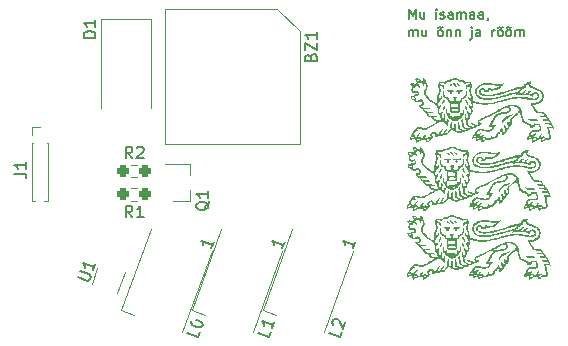
<source format=gto>
%TF.GenerationSoftware,KiCad,Pcbnew,5.99.0-unknown-b691c18bfc~117~ubuntu20.10.1*%
%TF.CreationDate,2021-03-09T07:05:17+01:00*%
%TF.ProjectId,abrd,61627264-2e6b-4696-9361-645f70636258,rev?*%
%TF.SameCoordinates,Original*%
%TF.FileFunction,Legend,Top*%
%TF.FilePolarity,Positive*%
%FSLAX46Y46*%
G04 Gerber Fmt 4.6, Leading zero omitted, Abs format (unit mm)*
G04 Created by KiCad (PCBNEW 5.99.0-unknown-b691c18bfc~117~ubuntu20.10.1) date 2021-03-09 07:05:17*
%MOMM*%
%LPD*%
G01*
G04 APERTURE LIST*
G04 Aperture macros list*
%AMRoundRect*
0 Rectangle with rounded corners*
0 $1 Rounding radius*
0 $2 $3 $4 $5 $6 $7 $8 $9 X,Y pos of 4 corners*
0 Add a 4 corners polygon primitive as box body*
4,1,4,$2,$3,$4,$5,$6,$7,$8,$9,$2,$3,0*
0 Add four circle primitives for the rounded corners*
1,1,$1+$1,$2,$3*
1,1,$1+$1,$4,$5*
1,1,$1+$1,$6,$7*
1,1,$1+$1,$8,$9*
0 Add four rect primitives between the rounded corners*
20,1,$1+$1,$2,$3,$4,$5,0*
20,1,$1+$1,$4,$5,$6,$7,0*
20,1,$1+$1,$6,$7,$8,$9,0*
20,1,$1+$1,$8,$9,$2,$3,0*%
%AMRotRect*
0 Rectangle, with rotation*
0 The origin of the aperture is its center*
0 $1 length*
0 $2 width*
0 $3 Rotation angle, in degrees counterclockwise*
0 Add horizontal line*
21,1,$1,$2,0,0,$3*%
%AMOutline4P*
0 Free polygon, 4 corners , with rotation*
0 The origin of the aperture is its center*
0 number of corners: always 4*
0 $1 to $8 corner X, Y*
0 $9 Rotation angle, in degrees counterclockwise*
0 create outline with 4 corners*
4,1,4,$1,$2,$3,$4,$5,$6,$7,$8,$1,$2,$9*%
G04 Aperture macros list end*
%ADD10C,0.152400*%
%ADD11C,0.150000*%
%ADD12C,0.120000*%
%ADD13R,0.900000X0.800000*%
%ADD14R,3.000000X3.000000*%
%ADD15RotRect,1.500000X1.000000X250.000000*%
%ADD16RotRect,0.650000X0.400000X250.000000*%
%ADD17R,0.850000X0.850000*%
%ADD18O,0.850000X0.850000*%
%ADD19C,5.000000*%
%ADD20Outline4P,-1.800000X-1.150000X1.800000X-0.550000X1.800000X0.550000X-1.800000X1.150000X270.000000*%
%ADD21Outline4P,-1.800000X-1.150000X1.800000X-0.550000X1.800000X0.550000X-1.800000X1.150000X90.000000*%
%ADD22RoundRect,0.237500X-0.250000X-0.237500X0.250000X-0.237500X0.250000X0.237500X-0.250000X0.237500X0*%
%ADD23RoundRect,0.237500X0.250000X0.237500X-0.250000X0.237500X-0.250000X-0.237500X0.250000X-0.237500X0*%
%ADD24C,0.600000*%
G04 APERTURE END LIST*
D10*
X154292583Y-63117695D02*
X154292583Y-62575828D01*
X154292583Y-62653238D02*
X154331288Y-62614533D01*
X154408698Y-62575828D01*
X154524812Y-62575828D01*
X154602221Y-62614533D01*
X154640926Y-62691942D01*
X154640926Y-63117695D01*
X154640926Y-62691942D02*
X154679631Y-62614533D01*
X154757040Y-62575828D01*
X154873155Y-62575828D01*
X154950564Y-62614533D01*
X154989269Y-62691942D01*
X154989269Y-63117695D01*
X155724660Y-62575828D02*
X155724660Y-63117695D01*
X155376317Y-62575828D02*
X155376317Y-63001580D01*
X155415021Y-63078990D01*
X155492431Y-63117695D01*
X155608545Y-63117695D01*
X155685955Y-63078990D01*
X155724660Y-63040285D01*
X156847098Y-63117695D02*
X156769688Y-63078990D01*
X156730983Y-63040285D01*
X156692279Y-62962876D01*
X156692279Y-62730647D01*
X156730983Y-62653238D01*
X156769688Y-62614533D01*
X156847098Y-62575828D01*
X156963212Y-62575828D01*
X157040621Y-62614533D01*
X157079326Y-62653238D01*
X157118031Y-62730647D01*
X157118031Y-62962876D01*
X157079326Y-63040285D01*
X157040621Y-63078990D01*
X156963212Y-63117695D01*
X156847098Y-63117695D01*
X156730983Y-62382304D02*
X156769688Y-62343600D01*
X156847098Y-62304895D01*
X157001917Y-62382304D01*
X157079326Y-62343600D01*
X157118031Y-62304895D01*
X157466374Y-62575828D02*
X157466374Y-63117695D01*
X157466374Y-62653238D02*
X157505079Y-62614533D01*
X157582488Y-62575828D01*
X157698602Y-62575828D01*
X157776012Y-62614533D01*
X157814717Y-62691942D01*
X157814717Y-63117695D01*
X158201764Y-62575828D02*
X158201764Y-63117695D01*
X158201764Y-62653238D02*
X158240469Y-62614533D01*
X158317879Y-62575828D01*
X158433993Y-62575828D01*
X158511402Y-62614533D01*
X158550107Y-62691942D01*
X158550107Y-63117695D01*
X159556431Y-62575828D02*
X159556431Y-63272514D01*
X159517726Y-63349923D01*
X159440317Y-63388628D01*
X159401612Y-63388628D01*
X159556431Y-62304895D02*
X159517726Y-62343600D01*
X159556431Y-62382304D01*
X159595136Y-62343600D01*
X159556431Y-62304895D01*
X159556431Y-62382304D01*
X160291821Y-63117695D02*
X160291821Y-62691942D01*
X160253117Y-62614533D01*
X160175707Y-62575828D01*
X160020888Y-62575828D01*
X159943479Y-62614533D01*
X160291821Y-63078990D02*
X160214412Y-63117695D01*
X160020888Y-63117695D01*
X159943479Y-63078990D01*
X159904774Y-63001580D01*
X159904774Y-62924171D01*
X159943479Y-62846761D01*
X160020888Y-62808057D01*
X160214412Y-62808057D01*
X160291821Y-62769352D01*
X161298145Y-63117695D02*
X161298145Y-62575828D01*
X161298145Y-62730647D02*
X161336850Y-62653238D01*
X161375555Y-62614533D01*
X161452964Y-62575828D01*
X161530374Y-62575828D01*
X161917421Y-63117695D02*
X161840012Y-63078990D01*
X161801307Y-63040285D01*
X161762602Y-62962876D01*
X161762602Y-62730647D01*
X161801307Y-62653238D01*
X161840012Y-62614533D01*
X161917421Y-62575828D01*
X162033536Y-62575828D01*
X162110945Y-62614533D01*
X162149650Y-62653238D01*
X162188355Y-62730647D01*
X162188355Y-62962876D01*
X162149650Y-63040285D01*
X162110945Y-63078990D01*
X162033536Y-63117695D01*
X161917421Y-63117695D01*
X161801307Y-62382304D02*
X161840012Y-62343600D01*
X161917421Y-62304895D01*
X162072240Y-62382304D01*
X162149650Y-62343600D01*
X162188355Y-62304895D01*
X162652812Y-63117695D02*
X162575402Y-63078990D01*
X162536698Y-63040285D01*
X162497993Y-62962876D01*
X162497993Y-62730647D01*
X162536698Y-62653238D01*
X162575402Y-62614533D01*
X162652812Y-62575828D01*
X162768926Y-62575828D01*
X162846336Y-62614533D01*
X162885040Y-62653238D01*
X162923745Y-62730647D01*
X162923745Y-62962876D01*
X162885040Y-63040285D01*
X162846336Y-63078990D01*
X162768926Y-63117695D01*
X162652812Y-63117695D01*
X162536698Y-62382304D02*
X162575402Y-62343600D01*
X162652812Y-62304895D01*
X162807631Y-62382304D01*
X162885040Y-62343600D01*
X162923745Y-62304895D01*
X163272088Y-63117695D02*
X163272088Y-62575828D01*
X163272088Y-62653238D02*
X163310793Y-62614533D01*
X163388202Y-62575828D01*
X163504317Y-62575828D01*
X163581726Y-62614533D01*
X163620431Y-62691942D01*
X163620431Y-63117695D01*
X163620431Y-62691942D02*
X163659136Y-62614533D01*
X163736545Y-62575828D01*
X163852660Y-62575828D01*
X163930069Y-62614533D01*
X163968774Y-62691942D01*
X163968774Y-63117695D01*
X154292583Y-61617695D02*
X154292583Y-60804895D01*
X154563517Y-61385466D01*
X154834450Y-60804895D01*
X154834450Y-61617695D01*
X155569840Y-61075828D02*
X155569840Y-61617695D01*
X155221498Y-61075828D02*
X155221498Y-61501580D01*
X155260202Y-61578990D01*
X155337612Y-61617695D01*
X155453726Y-61617695D01*
X155531136Y-61578990D01*
X155569840Y-61540285D01*
X156576164Y-61617695D02*
X156576164Y-61075828D01*
X156576164Y-60804895D02*
X156537460Y-60843600D01*
X156576164Y-60882304D01*
X156614869Y-60843600D01*
X156576164Y-60804895D01*
X156576164Y-60882304D01*
X156924507Y-61578990D02*
X157001917Y-61617695D01*
X157156736Y-61617695D01*
X157234145Y-61578990D01*
X157272850Y-61501580D01*
X157272850Y-61462876D01*
X157234145Y-61385466D01*
X157156736Y-61346761D01*
X157040621Y-61346761D01*
X156963212Y-61308057D01*
X156924507Y-61230647D01*
X156924507Y-61191942D01*
X156963212Y-61114533D01*
X157040621Y-61075828D01*
X157156736Y-61075828D01*
X157234145Y-61114533D01*
X157969536Y-61617695D02*
X157969536Y-61191942D01*
X157930831Y-61114533D01*
X157853421Y-61075828D01*
X157698602Y-61075828D01*
X157621193Y-61114533D01*
X157969536Y-61578990D02*
X157892126Y-61617695D01*
X157698602Y-61617695D01*
X157621193Y-61578990D01*
X157582488Y-61501580D01*
X157582488Y-61424171D01*
X157621193Y-61346761D01*
X157698602Y-61308057D01*
X157892126Y-61308057D01*
X157969536Y-61269352D01*
X158356583Y-61617695D02*
X158356583Y-61075828D01*
X158356583Y-61153238D02*
X158395288Y-61114533D01*
X158472698Y-61075828D01*
X158588812Y-61075828D01*
X158666221Y-61114533D01*
X158704926Y-61191942D01*
X158704926Y-61617695D01*
X158704926Y-61191942D02*
X158743631Y-61114533D01*
X158821040Y-61075828D01*
X158937155Y-61075828D01*
X159014564Y-61114533D01*
X159053269Y-61191942D01*
X159053269Y-61617695D01*
X159788660Y-61617695D02*
X159788660Y-61191942D01*
X159749955Y-61114533D01*
X159672545Y-61075828D01*
X159517726Y-61075828D01*
X159440317Y-61114533D01*
X159788660Y-61578990D02*
X159711250Y-61617695D01*
X159517726Y-61617695D01*
X159440317Y-61578990D01*
X159401612Y-61501580D01*
X159401612Y-61424171D01*
X159440317Y-61346761D01*
X159517726Y-61308057D01*
X159711250Y-61308057D01*
X159788660Y-61269352D01*
X160524050Y-61617695D02*
X160524050Y-61191942D01*
X160485345Y-61114533D01*
X160407936Y-61075828D01*
X160253117Y-61075828D01*
X160175707Y-61114533D01*
X160524050Y-61578990D02*
X160446640Y-61617695D01*
X160253117Y-61617695D01*
X160175707Y-61578990D01*
X160137002Y-61501580D01*
X160137002Y-61424171D01*
X160175707Y-61346761D01*
X160253117Y-61308057D01*
X160446640Y-61308057D01*
X160524050Y-61269352D01*
X160949802Y-61578990D02*
X160949802Y-61617695D01*
X160911098Y-61695104D01*
X160872393Y-61733809D01*
D11*
%TO.C,Q1*%
X137347619Y-77095238D02*
X137300000Y-77190476D01*
X137204761Y-77285714D01*
X137061904Y-77428571D01*
X137014285Y-77523809D01*
X137014285Y-77619047D01*
X137252380Y-77571428D02*
X137204761Y-77666666D01*
X137109523Y-77761904D01*
X136919047Y-77809523D01*
X136585714Y-77809523D01*
X136395238Y-77761904D01*
X136300000Y-77666666D01*
X136252380Y-77571428D01*
X136252380Y-77380952D01*
X136300000Y-77285714D01*
X136395238Y-77190476D01*
X136585714Y-77142857D01*
X136919047Y-77142857D01*
X137109523Y-77190476D01*
X137204761Y-77285714D01*
X137252380Y-77380952D01*
X137252380Y-77571428D01*
X137252380Y-76190476D02*
X137252380Y-76761904D01*
X137252380Y-76476190D02*
X136252380Y-76476190D01*
X136395238Y-76571428D01*
X136490476Y-76666666D01*
X136538095Y-76761904D01*
%TO.C,BZ1*%
X145928571Y-64880952D02*
X145976190Y-64738095D01*
X146023809Y-64690476D01*
X146119047Y-64642857D01*
X146261904Y-64642857D01*
X146357142Y-64690476D01*
X146404761Y-64738095D01*
X146452380Y-64833333D01*
X146452380Y-65214285D01*
X145452380Y-65214285D01*
X145452380Y-64880952D01*
X145500000Y-64785714D01*
X145547619Y-64738095D01*
X145642857Y-64690476D01*
X145738095Y-64690476D01*
X145833333Y-64738095D01*
X145880952Y-64785714D01*
X145928571Y-64880952D01*
X145928571Y-65214285D01*
X145452380Y-64309523D02*
X145452380Y-63642857D01*
X146452380Y-64309523D01*
X146452380Y-63642857D01*
X146452380Y-62738095D02*
X146452380Y-63309523D01*
X146452380Y-63023809D02*
X145452380Y-63023809D01*
X145595238Y-63119047D01*
X145690476Y-63214285D01*
X145738095Y-63309523D01*
%TO.C,L0*%
X136568095Y-88111338D02*
X136405228Y-88558811D01*
X135465536Y-88216791D01*
X135807556Y-87277098D02*
X135840129Y-87187604D01*
X135917450Y-87114396D01*
X135978484Y-87085935D01*
X136084265Y-87073761D01*
X136279541Y-87094161D01*
X136503277Y-87175594D01*
X136665980Y-87285488D01*
X136739187Y-87362809D01*
X136767648Y-87423843D01*
X136779822Y-87529624D01*
X136747249Y-87619118D01*
X136669928Y-87692326D01*
X136608894Y-87720787D01*
X136503113Y-87732961D01*
X136307837Y-87712561D01*
X136084101Y-87631128D01*
X135921398Y-87521234D01*
X135848190Y-87443913D01*
X135819730Y-87382879D01*
X135807556Y-87277098D01*
X137722819Y-80486239D02*
X137527379Y-81023207D01*
X137625099Y-80754723D02*
X136685406Y-80412703D01*
X136787074Y-80551057D01*
X136843996Y-80673125D01*
X136856169Y-80778906D01*
%TO.C,L1*%
X142568095Y-88111338D02*
X142405228Y-88558811D01*
X141465536Y-88216791D01*
X142861255Y-87305888D02*
X142665815Y-87842855D01*
X142763535Y-87574371D02*
X141823843Y-87232351D01*
X141925511Y-87370706D01*
X141982432Y-87492773D01*
X141994606Y-87598555D01*
X143722819Y-80486239D02*
X143527379Y-81023207D01*
X143625099Y-80754723D02*
X142685406Y-80412703D01*
X142787074Y-80551057D01*
X142843996Y-80673125D01*
X142856169Y-80778906D01*
%TO.C,U1*%
X126224819Y-83528659D02*
X126985523Y-83805532D01*
X127091304Y-83793359D01*
X127152338Y-83764898D01*
X127229658Y-83691690D01*
X127294805Y-83512701D01*
X127282631Y-83406920D01*
X127254171Y-83345886D01*
X127180963Y-83268565D01*
X126420259Y-82991692D01*
X127701972Y-82394019D02*
X127506532Y-82930987D01*
X127604252Y-82662503D02*
X126664559Y-82320483D01*
X126766228Y-82458837D01*
X126823149Y-82580905D01*
X126835323Y-82686686D01*
%TO.C,J1*%
X120852380Y-74733333D02*
X121566666Y-74733333D01*
X121709523Y-74780952D01*
X121804761Y-74876190D01*
X121852380Y-75019047D01*
X121852380Y-75114285D01*
X121852380Y-73733333D02*
X121852380Y-74304761D01*
X121852380Y-74019047D02*
X120852380Y-74019047D01*
X120995238Y-74114285D01*
X121090476Y-74209523D01*
X121138095Y-74304761D01*
%TO.C,D1*%
X127702380Y-63238095D02*
X126702380Y-63238095D01*
X126702380Y-63000000D01*
X126750000Y-62857142D01*
X126845238Y-62761904D01*
X126940476Y-62714285D01*
X127130952Y-62666666D01*
X127273809Y-62666666D01*
X127464285Y-62714285D01*
X127559523Y-62761904D01*
X127654761Y-62857142D01*
X127702380Y-63000000D01*
X127702380Y-63238095D01*
X127702380Y-61714285D02*
X127702380Y-62285714D01*
X127702380Y-62000000D02*
X126702380Y-62000000D01*
X126845238Y-62095238D01*
X126940476Y-62190476D01*
X126988095Y-62285714D01*
%TO.C,R1*%
X130833333Y-78452380D02*
X130500000Y-77976190D01*
X130261904Y-78452380D02*
X130261904Y-77452380D01*
X130642857Y-77452380D01*
X130738095Y-77500000D01*
X130785714Y-77547619D01*
X130833333Y-77642857D01*
X130833333Y-77785714D01*
X130785714Y-77880952D01*
X130738095Y-77928571D01*
X130642857Y-77976190D01*
X130261904Y-77976190D01*
X131785714Y-78452380D02*
X131214285Y-78452380D01*
X131500000Y-78452380D02*
X131500000Y-77452380D01*
X131404761Y-77595238D01*
X131309523Y-77690476D01*
X131214285Y-77738095D01*
%TO.C,R2*%
X130833333Y-73452380D02*
X130500000Y-72976190D01*
X130261904Y-73452380D02*
X130261904Y-72452380D01*
X130642857Y-72452380D01*
X130738095Y-72500000D01*
X130785714Y-72547619D01*
X130833333Y-72642857D01*
X130833333Y-72785714D01*
X130785714Y-72880952D01*
X130738095Y-72928571D01*
X130642857Y-72976190D01*
X130261904Y-72976190D01*
X131214285Y-72547619D02*
X131261904Y-72500000D01*
X131357142Y-72452380D01*
X131595238Y-72452380D01*
X131690476Y-72500000D01*
X131738095Y-72547619D01*
X131785714Y-72642857D01*
X131785714Y-72738095D01*
X131738095Y-72880952D01*
X131166666Y-73452380D01*
X131785714Y-73452380D01*
%TO.C,L2*%
X148568095Y-88111338D02*
X148405228Y-88558811D01*
X147465536Y-88216791D01*
X147815617Y-87533408D02*
X147787157Y-87472374D01*
X147774983Y-87366593D01*
X147856416Y-87142856D01*
X147933737Y-87069649D01*
X147994771Y-87041188D01*
X148100552Y-87029014D01*
X148190046Y-87061587D01*
X148308001Y-87155195D01*
X148649529Y-87887602D01*
X148861255Y-87305888D01*
X149722819Y-80486239D02*
X149527379Y-81023207D01*
X149625099Y-80754723D02*
X148685406Y-80412703D01*
X148787074Y-80551057D01*
X148843996Y-80673125D01*
X148856169Y-80778906D01*
D12*
%TO.C,Q1*%
X135760000Y-73920000D02*
X135760000Y-74850000D01*
X135760000Y-73920000D02*
X133600000Y-73920000D01*
X135760000Y-77080000D02*
X134300000Y-77080000D01*
X135760000Y-77080000D02*
X135760000Y-76150000D01*
%TO.C,BZ1*%
X145000000Y-62690000D02*
X145000000Y-72200000D01*
X145000000Y-72200000D02*
X133600000Y-72200000D01*
X143110000Y-60800000D02*
X145000000Y-62690000D01*
X133600000Y-60800000D02*
X143110000Y-60800000D01*
X133600000Y-72200000D02*
X133600000Y-60800000D01*
%TO.C,L0*%
X132375295Y-79432496D02*
X129878548Y-86292252D01*
X137543604Y-81313606D02*
X135046857Y-88173362D01*
X129878548Y-86292252D02*
X130959194Y-86685575D01*
%TO.C,L1*%
X135878548Y-86292252D02*
X136959194Y-86685575D01*
X138375295Y-79432496D02*
X135878548Y-86292252D01*
X143543604Y-81313606D02*
X141046857Y-88173362D01*
%TO.C,U1*%
X129561705Y-84857457D02*
X130211544Y-83072041D01*
X127860447Y-82748401D02*
X127381618Y-84063970D01*
%TO.C,J1*%
X123608276Y-72185000D02*
X123695000Y-72185000D01*
X122305000Y-71500000D02*
X122305000Y-70815000D01*
X122305000Y-77060000D02*
X122605507Y-77060000D01*
X122305000Y-72185000D02*
X122305000Y-77060000D01*
X123394493Y-77060000D02*
X123695000Y-77060000D01*
X123695000Y-72185000D02*
X123695000Y-77060000D01*
X122305000Y-70815000D02*
X123000000Y-70815000D01*
X122305000Y-72185000D02*
X122391724Y-72185000D01*
%TO.C,G\u002A\u002A\u002A*%
G36*
X157818916Y-78669534D02*
G01*
X157855860Y-78682982D01*
X157884909Y-78709124D01*
X157928484Y-78760738D01*
X157978938Y-78828491D01*
X157999568Y-78858368D01*
X158103582Y-79012511D01*
X158046211Y-79011883D01*
X157989423Y-79003868D01*
X157952584Y-78990142D01*
X157924981Y-78965411D01*
X157882908Y-78918360D01*
X157833683Y-78858377D01*
X157784626Y-78794853D01*
X157743056Y-78737178D01*
X157716293Y-78694742D01*
X157710286Y-78679295D01*
X157727569Y-78665595D01*
X157768993Y-78662474D01*
X157818916Y-78669534D01*
G37*
G36*
X157046663Y-80533715D02*
G01*
X157050804Y-80539978D01*
X157068767Y-80598452D01*
X157068744Y-80674232D01*
X157052374Y-80748320D01*
X157028956Y-80793167D01*
X156990263Y-80851927D01*
X156959257Y-80912784D01*
X156939667Y-80955410D01*
X156926490Y-80963649D01*
X156910976Y-80941495D01*
X156908093Y-80936144D01*
X156886201Y-80852697D01*
X156904030Y-80758801D01*
X156942862Y-80682716D01*
X156979379Y-80621834D01*
X157007616Y-80569352D01*
X157016190Y-80550294D01*
X157030941Y-80523380D01*
X157046663Y-80533715D01*
G37*
G36*
X159640197Y-73398550D02*
G01*
X159659699Y-73348579D01*
X159732533Y-73241651D01*
X159839423Y-73140177D01*
X159973162Y-73049037D01*
X160126540Y-72973114D01*
X160292350Y-72917289D01*
X160298983Y-72915583D01*
X160419951Y-72895191D01*
X160572323Y-72886053D01*
X160747831Y-72888053D01*
X160938211Y-72901074D01*
X161135196Y-72925000D01*
X161152529Y-72927617D01*
X161363890Y-72954220D01*
X161543402Y-72963552D01*
X161696787Y-72955409D01*
X161829768Y-72929591D01*
X161914388Y-72900642D01*
X161978831Y-72875384D01*
X162025067Y-72859402D01*
X162043334Y-72856063D01*
X162043348Y-72856180D01*
X162029801Y-72889826D01*
X161992929Y-72945644D01*
X161938387Y-73016425D01*
X161871827Y-73094961D01*
X161798903Y-73174042D01*
X161774612Y-73198823D01*
X161669193Y-73297399D01*
X161573859Y-73369575D01*
X161477035Y-73424075D01*
X161473428Y-73425793D01*
X161412024Y-73453922D01*
X161361368Y-73472865D01*
X161310680Y-73484433D01*
X161249184Y-73490439D01*
X161166101Y-73492693D01*
X161073568Y-73493014D01*
X160965933Y-73493421D01*
X160891730Y-73495498D01*
X160843127Y-73500536D01*
X160812290Y-73509822D01*
X160791385Y-73524644D01*
X160776074Y-73541940D01*
X160700079Y-73603100D01*
X160592079Y-73638293D01*
X160474685Y-73647766D01*
X160349050Y-73647766D01*
X160381171Y-73601908D01*
X160410373Y-73538261D01*
X160400174Y-73485626D01*
X160367433Y-73452917D01*
X160292777Y-73423323D01*
X160216156Y-73431675D01*
X160154433Y-73471443D01*
X160111742Y-73537551D01*
X160106483Y-73607994D01*
X160135841Y-73677985D01*
X160197002Y-73742738D01*
X160287150Y-73797466D01*
X160363144Y-73826381D01*
X160429858Y-73843231D01*
X160505833Y-73854346D01*
X160600609Y-73860570D01*
X160723726Y-73862745D01*
X160774380Y-73862709D01*
X160896527Y-73860134D01*
X161012214Y-73852569D01*
X161127620Y-73838712D01*
X161248928Y-73817260D01*
X161382317Y-73786910D01*
X161533969Y-73746359D01*
X161710065Y-73694304D01*
X161916785Y-73629443D01*
X161984859Y-73607563D01*
X162291531Y-73509380D01*
X162562356Y-73424442D01*
X162800278Y-73351910D01*
X163008239Y-73290947D01*
X163189183Y-73240715D01*
X163346053Y-73200377D01*
X163481792Y-73169095D01*
X163599344Y-73146031D01*
X163617595Y-73142891D01*
X163677019Y-73124861D01*
X163709818Y-73090355D01*
X163717021Y-73074165D01*
X163774197Y-72972727D01*
X163864849Y-72885444D01*
X163964986Y-72822642D01*
X164048249Y-72782646D01*
X164123451Y-72759274D01*
X164210955Y-72747010D01*
X164255782Y-72743872D01*
X164331160Y-72740851D01*
X164387526Y-72741151D01*
X164415012Y-72744642D01*
X164416216Y-72745965D01*
X164402954Y-72766246D01*
X164369689Y-72803515D01*
X164354315Y-72819247D01*
X164302506Y-72892814D01*
X164291821Y-72967538D01*
X164322225Y-73041601D01*
X164359473Y-73084301D01*
X164408477Y-73126913D01*
X164460598Y-73161965D01*
X164524607Y-73193672D01*
X164609272Y-73226253D01*
X164723363Y-73263922D01*
X164751218Y-73272667D01*
X164908791Y-73326961D01*
X165034251Y-73382957D01*
X165136613Y-73445723D01*
X165224894Y-73520322D01*
X165263902Y-73560712D01*
X165356327Y-73687363D01*
X165409282Y-73823654D01*
X165424211Y-73973834D01*
X165421330Y-74024013D01*
X165387661Y-74175837D01*
X165318275Y-74316791D01*
X165218252Y-74442249D01*
X165092668Y-74547584D01*
X164946599Y-74628169D01*
X164785124Y-74679377D01*
X164686391Y-74693796D01*
X164614741Y-74700921D01*
X164562571Y-74708242D01*
X164540216Y-74714278D01*
X164540018Y-74714748D01*
X164551416Y-74745472D01*
X164582242Y-74801849D01*
X164627445Y-74876308D01*
X164681973Y-74961279D01*
X164740775Y-75049191D01*
X164798798Y-75132475D01*
X164850990Y-75203560D01*
X164892301Y-75254877D01*
X164915690Y-75277703D01*
X164968041Y-75296165D01*
X165061259Y-75310007D01*
X165189977Y-75318970D01*
X165319069Y-75328583D01*
X165415073Y-75346581D01*
X165485955Y-75377164D01*
X165539679Y-75424529D01*
X165584213Y-75492875D01*
X165606587Y-75538548D01*
X165646011Y-75608324D01*
X165692668Y-75668361D01*
X165720072Y-75693300D01*
X165764560Y-75737948D01*
X165810083Y-75803611D01*
X165833557Y-75848052D01*
X165872923Y-75917777D01*
X165919450Y-75977723D01*
X165946782Y-76002619D01*
X165991651Y-76048453D01*
X166038170Y-76117188D01*
X166078134Y-76193922D01*
X166103343Y-76263751D01*
X166107972Y-76295470D01*
X166119101Y-76333956D01*
X166147151Y-76389336D01*
X166165811Y-76419272D01*
X166225278Y-76517176D01*
X166259389Y-76598184D01*
X166272651Y-76673882D01*
X166273243Y-76695396D01*
X166271835Y-76743264D01*
X166263184Y-76756140D01*
X166240651Y-76740294D01*
X166232987Y-76733410D01*
X166194558Y-76713948D01*
X166135401Y-76700139D01*
X166066226Y-76692342D01*
X165997745Y-76690920D01*
X165940670Y-76696234D01*
X165905712Y-76708647D01*
X165900249Y-76722178D01*
X165905388Y-76756603D01*
X165911133Y-76819915D01*
X165916406Y-76899765D01*
X165917389Y-76918197D01*
X165929120Y-77036827D01*
X165952713Y-77130744D01*
X165975720Y-77185327D01*
X166015529Y-77298933D01*
X166025639Y-77406421D01*
X166022455Y-77480653D01*
X166008979Y-77531729D01*
X165979328Y-77577521D01*
X165962954Y-77596847D01*
X165882797Y-77658441D01*
X165778038Y-77693978D01*
X165658221Y-77700581D01*
X165628864Y-77697617D01*
X165549631Y-77704537D01*
X165463320Y-77738716D01*
X165384865Y-77792505D01*
X165335586Y-77847815D01*
X165299956Y-77902194D01*
X165248734Y-77854074D01*
X165210433Y-77802710D01*
X165179280Y-77735259D01*
X165173982Y-77717976D01*
X165155044Y-77662272D01*
X165134586Y-77640218D01*
X165115468Y-77641101D01*
X165076215Y-77650506D01*
X165012765Y-77662796D01*
X164964991Y-77671002D01*
X164829918Y-77707655D01*
X164690376Y-77770859D01*
X164564189Y-77852435D01*
X164556703Y-77858314D01*
X164509648Y-77894066D01*
X164476886Y-77915835D01*
X164469540Y-77918928D01*
X164447555Y-77900397D01*
X164425497Y-77852833D01*
X164407266Y-77788278D01*
X164398702Y-77731645D01*
X164502718Y-77731645D01*
X164518953Y-77752823D01*
X164557536Y-77741248D01*
X164599992Y-77713964D01*
X164658431Y-77680545D01*
X164712631Y-77659860D01*
X164753606Y-77641843D01*
X164756797Y-77631634D01*
X165269654Y-77631634D01*
X165270528Y-77681086D01*
X165284238Y-77735708D01*
X165347024Y-77682877D01*
X165401249Y-77644705D01*
X165452954Y-77619516D01*
X165459804Y-77617498D01*
X165500516Y-77601515D01*
X165505483Y-77576586D01*
X165482989Y-77539380D01*
X165440752Y-77509756D01*
X165388880Y-77510453D01*
X165336793Y-77535187D01*
X165293910Y-77577676D01*
X165269654Y-77631634D01*
X164756797Y-77631634D01*
X164764198Y-77607951D01*
X164762957Y-77591429D01*
X164751981Y-77553887D01*
X164722137Y-77536495D01*
X164682856Y-77531014D01*
X164601537Y-77541224D01*
X164542418Y-77585449D01*
X164508663Y-77661093D01*
X164505740Y-77676483D01*
X164502718Y-77731645D01*
X164398702Y-77731645D01*
X164396756Y-77718774D01*
X164395582Y-77690404D01*
X164395582Y-77583632D01*
X164328523Y-77596875D01*
X164271930Y-77615632D01*
X164201843Y-77648815D01*
X164163656Y-77670694D01*
X164107474Y-77704251D01*
X164075593Y-77717270D01*
X164057671Y-77711638D01*
X164045013Y-77692337D01*
X164024313Y-77616915D01*
X164026102Y-77546109D01*
X164108616Y-77546109D01*
X164111753Y-77562406D01*
X164132033Y-77563856D01*
X164176436Y-77550693D01*
X164251939Y-77523150D01*
X164261464Y-77519616D01*
X164343998Y-77488996D01*
X164287256Y-77467186D01*
X164246701Y-77445206D01*
X164230513Y-77424232D01*
X164215945Y-77405381D01*
X164183964Y-77407331D01*
X164152164Y-77428995D01*
X164131499Y-77467404D01*
X164115647Y-77514731D01*
X164108616Y-77546109D01*
X164026102Y-77546109D01*
X164026648Y-77524494D01*
X164049446Y-77430434D01*
X164090135Y-77350098D01*
X164105537Y-77330870D01*
X164133792Y-77283275D01*
X164155160Y-77219371D01*
X164157515Y-77207781D01*
X164189391Y-77097359D01*
X164246083Y-77008214D01*
X164301113Y-76953336D01*
X164365636Y-76905800D01*
X164436350Y-76875144D01*
X164522567Y-76859312D01*
X164633597Y-76856253D01*
X164723618Y-76860148D01*
X164856469Y-76862666D01*
X164954070Y-76850984D01*
X165020308Y-76823985D01*
X165059071Y-76780554D01*
X165066750Y-76761633D01*
X165073575Y-76693630D01*
X165062533Y-76610212D01*
X165037527Y-76531026D01*
X165012047Y-76486343D01*
X164983731Y-76456616D01*
X164949724Y-76440598D01*
X164896913Y-76434217D01*
X164841161Y-76433307D01*
X164769373Y-76434666D01*
X164724058Y-76442980D01*
X164690429Y-76464606D01*
X164653696Y-76505897D01*
X164643854Y-76518097D01*
X164575002Y-76585264D01*
X164491642Y-76639835D01*
X164408064Y-76673586D01*
X164361770Y-76680457D01*
X164328195Y-76670250D01*
X164309156Y-76632131D01*
X164304624Y-76611525D01*
X164289076Y-76559146D01*
X164259884Y-76517456D01*
X164209502Y-76479849D01*
X164130383Y-76439718D01*
X164086078Y-76420226D01*
X163949899Y-76356586D01*
X163826916Y-76289086D01*
X163726352Y-76223162D01*
X163664777Y-76171824D01*
X163599752Y-76084020D01*
X163543900Y-75958573D01*
X163496962Y-75794673D01*
X163458675Y-75591511D01*
X163444487Y-75489360D01*
X163420413Y-75298541D01*
X163283536Y-75427459D01*
X163206615Y-75498053D01*
X163125893Y-75569167D01*
X163056375Y-75627641D01*
X163043785Y-75637732D01*
X162928335Y-75733516D01*
X162834045Y-75820916D01*
X162765768Y-75895166D01*
X162731977Y-75944057D01*
X162717075Y-75980904D01*
X162711757Y-76024046D01*
X162715705Y-76085407D01*
X162726190Y-76161333D01*
X162737785Y-76246703D01*
X162740575Y-76303902D01*
X162734114Y-76345167D01*
X162718167Y-76382345D01*
X162663395Y-76462966D01*
X162590861Y-76541173D01*
X162542238Y-76581231D01*
X162508847Y-76616376D01*
X162472006Y-76671477D01*
X162460485Y-76692635D01*
X162417868Y-76759090D01*
X162361198Y-76827025D01*
X162338872Y-76849156D01*
X162279913Y-76914256D01*
X162225712Y-76991361D01*
X162210515Y-77018340D01*
X162152981Y-77106013D01*
X162075790Y-77191469D01*
X161993383Y-77259562D01*
X161962639Y-77278309D01*
X161930379Y-77290560D01*
X161920097Y-77273158D01*
X161919546Y-77257395D01*
X161914597Y-77221101D01*
X161902058Y-77162271D01*
X161885395Y-77094523D01*
X161868073Y-77031476D01*
X161853558Y-76986747D01*
X161847477Y-76974175D01*
X161829855Y-76982267D01*
X161793077Y-77014813D01*
X161744023Y-77064255D01*
X161689574Y-77123031D01*
X161636612Y-77183580D01*
X161592018Y-77238342D01*
X161562673Y-77279757D01*
X161555174Y-77295340D01*
X161519677Y-77365460D01*
X161453899Y-77436244D01*
X161368115Y-77500718D01*
X161272599Y-77551909D01*
X161177624Y-77582842D01*
X161122847Y-77588790D01*
X161080759Y-77599392D01*
X161019715Y-77626841D01*
X160968449Y-77655849D01*
X160913122Y-77688235D01*
X160865603Y-77708333D01*
X160812645Y-77719262D01*
X160741000Y-77724145D01*
X160672194Y-77725642D01*
X160538470Y-77735531D01*
X160418600Y-77759561D01*
X160321058Y-77795279D01*
X160254317Y-77840230D01*
X160246345Y-77848972D01*
X160213770Y-77873787D01*
X160198561Y-77877661D01*
X160169449Y-77859850D01*
X160138935Y-77815750D01*
X160114551Y-77759358D01*
X160103831Y-77704675D01*
X160103787Y-77701550D01*
X160100688Y-77665422D01*
X160099122Y-77664232D01*
X160213681Y-77664232D01*
X160216793Y-77711082D01*
X160225962Y-77731037D01*
X160243083Y-77736812D01*
X160278110Y-77727741D01*
X160341000Y-77703158D01*
X160342133Y-77702698D01*
X160404826Y-77676123D01*
X160450754Y-77654621D01*
X160467235Y-77644893D01*
X160472730Y-77614704D01*
X160456157Y-77574933D01*
X160426329Y-77543372D01*
X160413991Y-77537428D01*
X160348709Y-77534564D01*
X160286934Y-77560582D01*
X160238610Y-77606724D01*
X160213681Y-77664232D01*
X160099122Y-77664232D01*
X160083462Y-77652331D01*
X160040217Y-77655540D01*
X160026411Y-77657703D01*
X159966470Y-77674009D01*
X159889325Y-77703756D01*
X159825651Y-77733571D01*
X159759340Y-77766560D01*
X159719378Y-77781599D01*
X159695890Y-77780512D01*
X159679003Y-77765119D01*
X159676057Y-77761182D01*
X159660318Y-77719642D01*
X159650968Y-77656299D01*
X159650724Y-77649725D01*
X159743107Y-77649725D01*
X159743870Y-77652154D01*
X159765041Y-77651442D01*
X159810383Y-77635028D01*
X159868726Y-77608519D01*
X159928901Y-77577524D01*
X159979740Y-77547650D01*
X160010071Y-77524504D01*
X160013937Y-77516572D01*
X159991636Y-77495238D01*
X159952507Y-77476480D01*
X159874872Y-77467380D01*
X159809805Y-77494914D01*
X159765382Y-77555209D01*
X159760411Y-77568599D01*
X159746680Y-77618638D01*
X159743107Y-77649725D01*
X159650724Y-77649725D01*
X159649847Y-77626114D01*
X159644828Y-77563437D01*
X159625552Y-77531146D01*
X159585692Y-77526542D01*
X159518921Y-77546928D01*
X159490783Y-77558311D01*
X159438500Y-77576581D01*
X159410099Y-77574866D01*
X159398910Y-77563470D01*
X159377614Y-77494966D01*
X159380886Y-77451694D01*
X159466455Y-77451694D01*
X159470120Y-77478002D01*
X159496197Y-77476201D01*
X159500253Y-77474538D01*
X159542864Y-77459326D01*
X159603879Y-77440784D01*
X159620876Y-77436055D01*
X159705390Y-77413071D01*
X159651094Y-77359561D01*
X159593469Y-77323012D01*
X159539996Y-77325947D01*
X159497106Y-77367052D01*
X159484478Y-77393560D01*
X159466455Y-77451694D01*
X159380886Y-77451694D01*
X159383821Y-77412874D01*
X159413303Y-77329989D01*
X159461831Y-77259106D01*
X159512749Y-77218979D01*
X159555730Y-77176237D01*
X159560319Y-77161573D01*
X159735712Y-77161573D01*
X159746305Y-77238700D01*
X159770073Y-77279993D01*
X159807764Y-77326539D01*
X159849244Y-77246170D01*
X159913572Y-77158435D01*
X159997527Y-77098819D01*
X160092027Y-77073428D01*
X160106838Y-77072949D01*
X160164575Y-77075546D01*
X160182360Y-77085094D01*
X160161283Y-77104233D01*
X160127485Y-77122949D01*
X160052037Y-77184005D01*
X159999333Y-77273292D01*
X159992650Y-77292353D01*
X159990615Y-77324979D01*
X160013472Y-77353809D01*
X160056081Y-77382008D01*
X160107110Y-77408545D01*
X160133791Y-77411469D01*
X160142558Y-77399891D01*
X160161945Y-77369142D01*
X160200041Y-77324323D01*
X160218525Y-77305078D01*
X160281179Y-77255654D01*
X160343196Y-77238277D01*
X160352924Y-77238018D01*
X160420485Y-77238018D01*
X160376995Y-77284444D01*
X160337295Y-77337886D01*
X160312914Y-77385231D01*
X160292321Y-77439593D01*
X160399232Y-77439591D01*
X160466347Y-77442652D01*
X160509070Y-77456348D01*
X160544098Y-77487443D01*
X160557727Y-77503811D01*
X160596997Y-77544759D01*
X160639270Y-77563488D01*
X160703183Y-77568090D01*
X160705737Y-77568095D01*
X160783043Y-77560311D01*
X160843399Y-77531832D01*
X160867416Y-77513251D01*
X160907166Y-77475189D01*
X160924885Y-77438317D01*
X160927295Y-77384802D01*
X160925741Y-77358486D01*
X160925464Y-77296831D01*
X160933794Y-77262634D01*
X160940016Y-77258639D01*
X160983544Y-77274595D01*
X161031470Y-77313550D01*
X161068564Y-77362204D01*
X161075356Y-77376840D01*
X161093373Y-77410589D01*
X161121660Y-77421623D01*
X161172063Y-77416740D01*
X161246266Y-77387386D01*
X161317257Y-77330429D01*
X161372254Y-77258410D01*
X161396530Y-77196520D01*
X161428493Y-77134197D01*
X161483641Y-77090444D01*
X161619638Y-76987652D01*
X161724364Y-76859008D01*
X161755587Y-76804712D01*
X161793861Y-76735385D01*
X161830885Y-76674701D01*
X161851826Y-76644791D01*
X161868082Y-76626104D01*
X161880814Y-76621351D01*
X161892907Y-76635960D01*
X161907243Y-76675363D01*
X161926707Y-76744989D01*
X161947710Y-76825335D01*
X161972467Y-76915350D01*
X161995226Y-76988476D01*
X162013323Y-77036736D01*
X162023491Y-77052316D01*
X162046540Y-77037629D01*
X162079983Y-77001878D01*
X162083118Y-76997949D01*
X162117477Y-76922752D01*
X162123721Y-76819590D01*
X162101886Y-76687400D01*
X162094932Y-76660277D01*
X162072018Y-76559887D01*
X162066664Y-76486606D01*
X162079393Y-76429960D01*
X162108776Y-76381925D01*
X162153570Y-76324979D01*
X162203762Y-76535487D01*
X162253953Y-76745994D01*
X162302333Y-76700544D01*
X162343549Y-76647743D01*
X162363049Y-76582434D01*
X162361770Y-76496613D01*
X162340651Y-76382274D01*
X162339987Y-76379451D01*
X162321916Y-76299854D01*
X162313833Y-76247950D01*
X162315925Y-76211344D01*
X162328377Y-76177643D01*
X162343448Y-76148979D01*
X162375709Y-76099800D01*
X162405981Y-76069076D01*
X162412467Y-76065776D01*
X162430723Y-76068203D01*
X162427434Y-76078710D01*
X162425561Y-76107691D01*
X162432062Y-76163970D01*
X162444426Y-76235039D01*
X162460139Y-76308392D01*
X162476686Y-76371520D01*
X162491554Y-76411917D01*
X162495643Y-76418105D01*
X162517663Y-76415408D01*
X162552787Y-76388296D01*
X162558947Y-76381981D01*
X162586070Y-76345951D01*
X162601580Y-76302766D01*
X162606363Y-76243676D01*
X162601308Y-76159931D01*
X162590710Y-76068799D01*
X162583219Y-75993464D01*
X162586296Y-75942131D01*
X162602368Y-75898347D01*
X162620465Y-75866893D01*
X162652573Y-75827186D01*
X162709765Y-75768328D01*
X162785024Y-75697100D01*
X162871331Y-75620281D01*
X162909294Y-75587889D01*
X163016060Y-75495380D01*
X163116370Y-75403609D01*
X163205600Y-75317271D01*
X163279125Y-75241062D01*
X163332320Y-75179676D01*
X163360562Y-75137809D01*
X163363901Y-75126321D01*
X163350278Y-75102842D01*
X163314608Y-75060197D01*
X163265891Y-75008927D01*
X163178903Y-74935040D01*
X163089180Y-74888839D01*
X163055810Y-74877756D01*
X162994155Y-74864485D01*
X162914700Y-74854295D01*
X162826886Y-74847483D01*
X162740153Y-74844345D01*
X162663942Y-74845180D01*
X162607692Y-74850283D01*
X162580846Y-74859951D01*
X162579823Y-74862792D01*
X162588618Y-74892408D01*
X162609857Y-74938651D01*
X162610646Y-74940168D01*
X162637601Y-75034357D01*
X162627836Y-75135870D01*
X162583174Y-75237285D01*
X162517435Y-75319577D01*
X162419440Y-75390654D01*
X162284904Y-75444266D01*
X162113448Y-75480538D01*
X161983237Y-75494781D01*
X161792814Y-75520531D01*
X161633922Y-75565464D01*
X161508964Y-75628791D01*
X161461377Y-75665821D01*
X161398635Y-75728252D01*
X161345583Y-75796152D01*
X161296424Y-75878853D01*
X161245359Y-75985687D01*
X161207792Y-76073961D01*
X161169965Y-76162356D01*
X161132899Y-76243416D01*
X161102470Y-76304498D01*
X161092409Y-76322257D01*
X161061889Y-76376945D01*
X161057522Y-76404454D01*
X161080791Y-76410688D01*
X161113402Y-76405738D01*
X161170599Y-76400956D01*
X161244988Y-76402896D01*
X161277647Y-76405935D01*
X161381424Y-76418226D01*
X161278032Y-76534093D01*
X161216074Y-76611573D01*
X161157363Y-76698338D01*
X161118946Y-76767151D01*
X161082218Y-76836672D01*
X161045654Y-76880775D01*
X160995977Y-76913061D01*
X160960083Y-76929904D01*
X160843770Y-76965698D01*
X160693571Y-76984684D01*
X160681529Y-76985412D01*
X160585253Y-76988784D01*
X160510640Y-76984215D01*
X160438417Y-76968996D01*
X160349315Y-76940417D01*
X160341074Y-76937540D01*
X160195088Y-76894901D01*
X160074495Y-76879421D01*
X159973672Y-76891039D01*
X159886996Y-76929694D01*
X159882580Y-76932568D01*
X159806691Y-76999733D01*
X159756788Y-77078992D01*
X159735712Y-77161573D01*
X159560319Y-77161573D01*
X159575339Y-77113572D01*
X159610697Y-77013483D01*
X159678663Y-76919968D01*
X159770581Y-76839841D01*
X159877792Y-76779917D01*
X159991639Y-76747010D01*
X160046417Y-76742811D01*
X160114831Y-76749136D01*
X160205485Y-76765944D01*
X160301703Y-76789981D01*
X160327773Y-76797687D01*
X160512000Y-76842203D01*
X160670731Y-76854587D01*
X160803845Y-76834861D01*
X160911219Y-76783045D01*
X160992732Y-76699158D01*
X161001153Y-76686329D01*
X161036047Y-76630276D01*
X161061081Y-76589165D01*
X161069010Y-76575348D01*
X161053202Y-76568049D01*
X161005786Y-76560367D01*
X160936377Y-76553782D01*
X160923010Y-76552873D01*
X160825991Y-76544943D01*
X160767087Y-76534163D01*
X160743143Y-76517497D01*
X160751006Y-76491912D01*
X160787523Y-76454371D01*
X160804906Y-76439200D01*
X160854834Y-76388700D01*
X160904423Y-76321121D01*
X160956836Y-76230986D01*
X161015238Y-76112822D01*
X161082794Y-75961152D01*
X161087412Y-75950390D01*
X161165978Y-75789911D01*
X161253608Y-75660023D01*
X161355522Y-75557270D01*
X161476939Y-75478195D01*
X161623081Y-75419342D01*
X161799168Y-75377256D01*
X161994035Y-75350170D01*
X162129460Y-75334024D01*
X162231312Y-75316421D01*
X162307268Y-75294699D01*
X162365005Y-75266197D01*
X162412201Y-75228252D01*
X162443246Y-75194447D01*
X162485352Y-75122147D01*
X162496303Y-75050096D01*
X162478433Y-74987137D01*
X162434074Y-74942112D01*
X162371936Y-74924136D01*
X162307814Y-74932888D01*
X162212388Y-74965199D01*
X162085247Y-75021260D01*
X161925978Y-75101263D01*
X161734171Y-75205401D01*
X161580794Y-75292489D01*
X161239289Y-75480530D01*
X160859284Y-75673367D01*
X160443114Y-75869824D01*
X160364025Y-75905714D01*
X160224449Y-75970394D01*
X160111164Y-76026457D01*
X160027592Y-76072085D01*
X159977158Y-76105459D01*
X159964864Y-76117810D01*
X159947862Y-76150845D01*
X159954488Y-76177445D01*
X159988924Y-76213568D01*
X159990306Y-76214850D01*
X160055789Y-76255827D01*
X160136494Y-76279896D01*
X160188387Y-76291305D01*
X160215662Y-76304575D01*
X160216784Y-76310294D01*
X160181999Y-76344762D01*
X160120000Y-76387693D01*
X160042124Y-76432832D01*
X159959710Y-76473923D01*
X159884096Y-76504711D01*
X159843246Y-76516385D01*
X159721116Y-76558513D01*
X159636672Y-76609804D01*
X159569661Y-76652248D01*
X159500352Y-76682970D01*
X159468831Y-76691163D01*
X159401819Y-76707568D01*
X159343431Y-76731195D01*
X159340343Y-76732927D01*
X159222851Y-76795412D01*
X159129817Y-76832151D01*
X159055393Y-76845408D01*
X159049511Y-76845526D01*
X158976861Y-76859816D01*
X158939099Y-76886018D01*
X158888831Y-76922237D01*
X158813448Y-76955543D01*
X158729006Y-76980178D01*
X158651560Y-76990386D01*
X158647967Y-76990415D01*
X158593969Y-76999209D01*
X158557203Y-77020234D01*
X158510987Y-77053142D01*
X158438258Y-77081622D01*
X158353766Y-77101676D01*
X158272263Y-77109303D01*
X158236676Y-77107131D01*
X158185052Y-77093455D01*
X158106912Y-77064711D01*
X158012325Y-77024927D01*
X157911359Y-76978133D01*
X157897826Y-76971518D01*
X157785494Y-76917399D01*
X157702428Y-76882416D01*
X157641328Y-76866573D01*
X157594893Y-76869876D01*
X157555823Y-76892332D01*
X157516819Y-76933947D01*
X157487609Y-76971854D01*
X157417411Y-77064683D01*
X157365197Y-77130271D01*
X157324880Y-77174894D01*
X157290373Y-77204833D01*
X157255590Y-77226365D01*
X157227933Y-77239747D01*
X157149630Y-77264467D01*
X157059179Y-77277877D01*
X157033510Y-77278832D01*
X156954768Y-77285896D01*
X156882532Y-77303342D01*
X156858124Y-77313510D01*
X156796969Y-77334045D01*
X156715092Y-77347416D01*
X156668287Y-77350290D01*
X156591623Y-77356576D01*
X156524587Y-77370081D01*
X156492901Y-77382242D01*
X156450636Y-77395823D01*
X156386648Y-77405556D01*
X156314845Y-77410681D01*
X156249139Y-77410442D01*
X156203440Y-77404080D01*
X156192665Y-77398599D01*
X156193629Y-77374847D01*
X156209683Y-77329418D01*
X156216390Y-77314666D01*
X156239218Y-77244079D01*
X156228073Y-77193082D01*
X156181363Y-77155684D01*
X156173113Y-77151744D01*
X156126765Y-77138895D01*
X156078063Y-77148971D01*
X156050495Y-77161065D01*
X155988152Y-77205222D01*
X155965332Y-77260502D01*
X155981305Y-77328928D01*
X155986314Y-77339131D01*
X156017380Y-77428828D01*
X156009628Y-77507685D01*
X155962095Y-77581299D01*
X155940952Y-77602263D01*
X155878106Y-77661095D01*
X155808682Y-77727455D01*
X155781041Y-77754319D01*
X155675837Y-77841544D01*
X155579256Y-77888873D01*
X155519093Y-77898167D01*
X155485214Y-77894756D01*
X155467713Y-77877108D01*
X155459738Y-77834403D01*
X155457192Y-77800448D01*
X155449610Y-77737534D01*
X155432328Y-77701335D01*
X155397903Y-77677357D01*
X155392664Y-77674803D01*
X155347586Y-77658302D01*
X155315546Y-77666396D01*
X155292492Y-77684956D01*
X155256427Y-77706976D01*
X155202137Y-77719341D01*
X155119056Y-77724258D01*
X155103128Y-77724493D01*
X155001646Y-77730402D01*
X154920632Y-77749486D01*
X154844463Y-77787545D01*
X154757519Y-77850383D01*
X154751681Y-77855018D01*
X154697321Y-77896903D01*
X154664557Y-77914220D01*
X154643000Y-77908482D01*
X154622264Y-77881200D01*
X154618038Y-77874471D01*
X154597887Y-77826450D01*
X154580835Y-77759688D01*
X154576816Y-77735933D01*
X154575167Y-77727203D01*
X154679804Y-77727203D01*
X154693277Y-77750200D01*
X154730856Y-77744982D01*
X154795855Y-77712230D01*
X154814144Y-77701409D01*
X154875100Y-77664103D01*
X154902078Y-77646934D01*
X155571410Y-77646934D01*
X155572982Y-77700348D01*
X155585307Y-77748669D01*
X155598031Y-77773578D01*
X155600303Y-77774493D01*
X155622451Y-77761512D01*
X155660653Y-77729301D01*
X155671586Y-77719048D01*
X155714982Y-77662617D01*
X155728287Y-77610452D01*
X155710761Y-77570971D01*
X155685765Y-77557070D01*
X155632844Y-77558006D01*
X155592387Y-77590932D01*
X155571410Y-77646934D01*
X154902078Y-77646934D01*
X154920860Y-77634981D01*
X154940676Y-77621004D01*
X154942141Y-77597811D01*
X154915238Y-77572607D01*
X154871651Y-77553335D01*
X154832566Y-77547523D01*
X154760248Y-77565398D01*
X154709305Y-77618090D01*
X154687124Y-77675310D01*
X154679804Y-77727203D01*
X154575167Y-77727203D01*
X154565758Y-77677380D01*
X154547248Y-77646474D01*
X154510295Y-77629745D01*
X154484908Y-77623299D01*
X154391488Y-77617916D01*
X154288952Y-77637708D01*
X154196851Y-77678165D01*
X154171720Y-77695564D01*
X154136170Y-77721115D01*
X154117371Y-77720386D01*
X154100475Y-77693967D01*
X154082897Y-77630595D01*
X154080684Y-77554349D01*
X154163552Y-77554349D01*
X154167708Y-77568156D01*
X154190850Y-77560943D01*
X154236858Y-77543034D01*
X154250970Y-77537206D01*
X154314253Y-77516442D01*
X154371487Y-77506421D01*
X154377292Y-77506256D01*
X154419068Y-77494684D01*
X154427455Y-77463514D01*
X154401957Y-77418067D01*
X154387002Y-77401819D01*
X154331414Y-77369009D01*
X154274713Y-77376011D01*
X154223035Y-77422013D01*
X154221814Y-77423721D01*
X154195071Y-77468969D01*
X154174001Y-77516914D01*
X154163552Y-77554349D01*
X154080684Y-77554349D01*
X154080473Y-77547093D01*
X154092757Y-77461534D01*
X154107359Y-77415865D01*
X154141063Y-77356110D01*
X154188566Y-77294210D01*
X154200210Y-77281698D01*
X154246018Y-77220116D01*
X154417946Y-77220116D01*
X154440469Y-77261550D01*
X154479748Y-77304735D01*
X154531427Y-77367370D01*
X154552175Y-77424844D01*
X154553340Y-77444011D01*
X154559774Y-77490623D01*
X154576269Y-77500691D01*
X154598619Y-77476389D01*
X154622615Y-77419895D01*
X154626942Y-77405942D01*
X154680203Y-77281782D01*
X154756572Y-77186892D01*
X154833250Y-77134544D01*
X154899924Y-77108582D01*
X154961711Y-77095450D01*
X155007899Y-77096269D01*
X155027780Y-77112154D01*
X155027914Y-77114217D01*
X155011503Y-77133169D01*
X155000824Y-77134850D01*
X154968037Y-77150325D01*
X154923787Y-77189341D01*
X154879015Y-77240783D01*
X154844732Y-77293404D01*
X154827955Y-77340417D01*
X154821999Y-77386425D01*
X154827747Y-77416728D01*
X154837053Y-77421278D01*
X154909161Y-77424857D01*
X154981041Y-77461605D01*
X155033293Y-77506722D01*
X155082400Y-77550601D01*
X155121528Y-77577949D01*
X155138160Y-77582992D01*
X155155492Y-77560759D01*
X155176176Y-77512207D01*
X155185242Y-77484045D01*
X155211934Y-77415835D01*
X155246072Y-77357081D01*
X155257063Y-77343600D01*
X155319774Y-77294373D01*
X155398398Y-77256163D01*
X155472923Y-77238351D01*
X155482341Y-77238018D01*
X155508644Y-77240203D01*
X155506821Y-77252108D01*
X155475083Y-77281754D01*
X155471991Y-77284444D01*
X155427742Y-77342352D01*
X155404933Y-77412386D01*
X155406220Y-77479983D01*
X155428192Y-77524594D01*
X155450514Y-77545390D01*
X155471219Y-77546059D01*
X155501478Y-77523039D01*
X155534566Y-77490684D01*
X155583262Y-77446882D01*
X155621649Y-77428990D01*
X155664953Y-77430498D01*
X155672153Y-77431862D01*
X155733846Y-77454410D01*
X155781225Y-77485795D01*
X155817773Y-77512039D01*
X155844061Y-77506690D01*
X155849277Y-77501984D01*
X155871317Y-77453595D01*
X155864034Y-77393101D01*
X155842286Y-77352718D01*
X155816297Y-77299944D01*
X155818663Y-77240169D01*
X155849890Y-77162570D01*
X155851295Y-77159820D01*
X155914304Y-77079411D01*
X156002269Y-77023796D01*
X156104370Y-76997198D01*
X156209789Y-77003842D01*
X156233572Y-77010583D01*
X156311718Y-77053086D01*
X156356317Y-77119094D01*
X156369100Y-77201342D01*
X156375551Y-77258538D01*
X156395578Y-77279134D01*
X156398216Y-77279286D01*
X156433159Y-77262181D01*
X156478928Y-77216623D01*
X156528250Y-77151243D01*
X156573850Y-77074672D01*
X156578779Y-77065036D01*
X156654893Y-76937142D01*
X156734208Y-76850312D01*
X156797039Y-76811631D01*
X156844573Y-76793833D01*
X156872267Y-76787374D01*
X156874398Y-76788028D01*
X156867219Y-76807415D01*
X156843436Y-76855049D01*
X156806957Y-76923368D01*
X156769809Y-76990415D01*
X156724975Y-77071366D01*
X156688766Y-77139058D01*
X156665398Y-77185456D01*
X156658780Y-77201909D01*
X156675606Y-77213951D01*
X156704396Y-77217308D01*
X156782018Y-77196904D01*
X156859013Y-77137308D01*
X156932989Y-77040555D01*
X156954180Y-77004687D01*
X157019966Y-76902055D01*
X157087080Y-76824385D01*
X157150479Y-76776686D01*
X157197038Y-76763445D01*
X157215744Y-76766669D01*
X157219938Y-76781154D01*
X157207746Y-76814124D01*
X157177292Y-76872801D01*
X157160882Y-76902722D01*
X157119944Y-76975788D01*
X157083396Y-77039054D01*
X157058483Y-77080005D01*
X157056704Y-77082699D01*
X157032441Y-77128644D01*
X157040561Y-77149939D01*
X157082937Y-77149727D01*
X157095357Y-77147446D01*
X157177799Y-77119820D01*
X157245883Y-77068831D01*
X157309644Y-76986534D01*
X157320706Y-76968971D01*
X157373333Y-76895638D01*
X157436201Y-76824458D01*
X157466455Y-76795953D01*
X157513877Y-76753618D01*
X157534145Y-76726267D01*
X157531994Y-76702686D01*
X157516390Y-76677681D01*
X157489379Y-76605922D01*
X157486860Y-76506502D01*
X157508705Y-76384875D01*
X157524583Y-76330139D01*
X157545973Y-76258536D01*
X157560888Y-76199734D01*
X157565850Y-76169102D01*
X157573042Y-76154246D01*
X157598212Y-76168641D01*
X157619100Y-76187265D01*
X157652271Y-76224748D01*
X157664578Y-76264168D01*
X157661339Y-76323857D01*
X157660557Y-76330139D01*
X157651212Y-76406748D01*
X157640731Y-76496961D01*
X157635855Y-76540564D01*
X157622946Y-76658138D01*
X157723358Y-76721900D01*
X157823771Y-76785662D01*
X157834087Y-76563059D01*
X157844404Y-76340455D01*
X157977308Y-76327615D01*
X157988840Y-76876671D01*
X158071374Y-76916391D01*
X158151781Y-76945128D01*
X158241301Y-76961908D01*
X158326706Y-76965726D01*
X158394766Y-76955577D01*
X158421028Y-76942936D01*
X158443000Y-76923299D01*
X158440710Y-76907338D01*
X158409090Y-76886594D01*
X158377375Y-76870089D01*
X158301707Y-76837237D01*
X158217586Y-76808619D01*
X158197150Y-76803057D01*
X158140721Y-76787150D01*
X158117937Y-76773500D01*
X158121998Y-76756164D01*
X158131040Y-76745281D01*
X158179607Y-76664858D01*
X158192607Y-76568038D01*
X158183778Y-76500564D01*
X158162506Y-76395711D01*
X158150432Y-76322818D01*
X158147606Y-76273605D01*
X158154077Y-76239792D01*
X158169896Y-76213098D01*
X158185629Y-76195200D01*
X158221640Y-76162677D01*
X158250933Y-76145136D01*
X158264382Y-76146614D01*
X158258336Y-76163031D01*
X158258358Y-76190657D01*
X158269238Y-76245824D01*
X158288657Y-76316967D01*
X158290236Y-76322115D01*
X158321031Y-76455895D01*
X158325228Y-76578614D01*
X158324998Y-76581906D01*
X158321686Y-76650086D01*
X158326166Y-76688104D01*
X158341215Y-76706757D01*
X158358941Y-76713903D01*
X158400467Y-76731988D01*
X158459707Y-76764224D01*
X158496170Y-76786288D01*
X158588714Y-76829648D01*
X158680039Y-76846062D01*
X158759407Y-76834488D01*
X158794766Y-76815287D01*
X158820274Y-76792477D01*
X158817768Y-76773825D01*
X158784931Y-76744930D01*
X158783234Y-76743581D01*
X158737242Y-76713803D01*
X158668829Y-76677096D01*
X158602308Y-76645714D01*
X158530858Y-76611383D01*
X158493546Y-76585064D01*
X158485052Y-76562697D01*
X158486691Y-76557509D01*
X158505243Y-76482568D01*
X158510351Y-76384131D01*
X158502463Y-76277559D01*
X158482027Y-76178215D01*
X158474999Y-76156279D01*
X158452216Y-76088252D01*
X158443133Y-76044500D01*
X158447362Y-76010510D01*
X158464516Y-75971768D01*
X158469800Y-75961524D01*
X158505068Y-75905492D01*
X158533795Y-75881964D01*
X158551968Y-75892735D01*
X158556265Y-75922833D01*
X158562929Y-75968997D01*
X158580187Y-76036999D01*
X158598477Y-76094780D01*
X158628343Y-76213014D01*
X158636963Y-76342698D01*
X158636519Y-76368081D01*
X158632349Y-76519509D01*
X158795485Y-76609913D01*
X158926131Y-76671219D01*
X159038347Y-76700736D01*
X159129784Y-76698087D01*
X159185919Y-76672905D01*
X159203727Y-76656441D01*
X159203066Y-76639857D01*
X159178924Y-76616708D01*
X159126290Y-76580547D01*
X159101687Y-76564578D01*
X159024399Y-76517165D01*
X158946544Y-76473387D01*
X158892531Y-76446303D01*
X158840565Y-76420359D01*
X158819423Y-76398552D01*
X158821313Y-76370463D01*
X158825955Y-76357267D01*
X158844388Y-76261301D01*
X158838917Y-76138700D01*
X158817203Y-76030951D01*
X158968938Y-76030951D01*
X158968938Y-76201178D01*
X158970952Y-76291888D01*
X158977503Y-76346427D01*
X158989347Y-76369721D01*
X158995161Y-76371406D01*
X159023748Y-76381311D01*
X159078006Y-76407805D01*
X159148331Y-76446055D01*
X159182436Y-76465682D01*
X159287231Y-76521960D01*
X159368712Y-76552400D01*
X159434560Y-76558406D01*
X159492456Y-76541388D01*
X159517318Y-76527014D01*
X159572736Y-76490702D01*
X159474498Y-76433328D01*
X159394031Y-76388744D01*
X159306657Y-76343787D01*
X159275386Y-76328708D01*
X159216758Y-76296115D01*
X159198374Y-76271998D01*
X159220303Y-76256227D01*
X159282614Y-76248669D01*
X159317995Y-76247920D01*
X159394678Y-76257413D01*
X159480640Y-76289170D01*
X159540517Y-76319822D01*
X159653722Y-76371458D01*
X159751151Y-76391038D01*
X159841268Y-76379904D01*
X159866273Y-76371492D01*
X159920316Y-76350945D01*
X159867616Y-76281852D01*
X159825064Y-76210732D01*
X159811610Y-76144196D01*
X159829034Y-76080227D01*
X159879121Y-76016808D01*
X159963653Y-75951922D01*
X160084412Y-75883555D01*
X160243181Y-75809688D01*
X160310123Y-75781304D01*
X160420329Y-75733273D01*
X160555924Y-75670677D01*
X160708881Y-75597539D01*
X160871176Y-75517883D01*
X161034783Y-75435730D01*
X161191676Y-75355105D01*
X161333829Y-75280031D01*
X161453217Y-75214531D01*
X161530671Y-75169468D01*
X161621430Y-75116644D01*
X161731670Y-75056074D01*
X161852496Y-74992276D01*
X161975013Y-74929773D01*
X162090325Y-74873083D01*
X162189537Y-74826729D01*
X162263754Y-74795230D01*
X162276030Y-74790677D01*
X162431348Y-74746049D01*
X162598856Y-74716118D01*
X162767001Y-74701733D01*
X162924233Y-74703746D01*
X163059000Y-74723007D01*
X163088542Y-74730829D01*
X163230549Y-74794004D01*
X163355182Y-74892006D01*
X163458328Y-75020584D01*
X163535873Y-75175486D01*
X163546073Y-75203721D01*
X163566842Y-75280139D01*
X163587028Y-75381453D01*
X163603612Y-75491365D01*
X163610034Y-75548841D01*
X163632541Y-75723252D01*
X163666069Y-75863277D01*
X163714987Y-75975262D01*
X163783664Y-76065549D01*
X163876470Y-76140481D01*
X163997776Y-76206403D01*
X164090240Y-76245941D01*
X164213576Y-76298268D01*
X164303720Y-76344921D01*
X164367497Y-76390302D01*
X164411734Y-76438815D01*
X164427425Y-76463437D01*
X164449250Y-76488587D01*
X164479751Y-76484141D01*
X164496232Y-76475922D01*
X164536214Y-76439875D01*
X164570460Y-76385835D01*
X164572992Y-76380062D01*
X164602472Y-76309505D01*
X165070827Y-76309505D01*
X165136431Y-76442765D01*
X165194033Y-76585710D01*
X165216254Y-76708407D01*
X165203133Y-76810542D01*
X165154706Y-76891804D01*
X165076889Y-76948945D01*
X165033015Y-76967775D01*
X164983178Y-76980051D01*
X164917557Y-76987044D01*
X164826334Y-76990024D01*
X164756468Y-76990415D01*
X164629987Y-76992734D01*
X164536413Y-77001269D01*
X164467566Y-77018387D01*
X164415266Y-77046456D01*
X164371332Y-77087844D01*
X164356137Y-77106270D01*
X164320422Y-77175754D01*
X164311947Y-77249726D01*
X164330233Y-77315234D01*
X164365276Y-77353823D01*
X164401709Y-77374888D01*
X164426061Y-77374194D01*
X164448919Y-77346330D01*
X164474765Y-77297860D01*
X164539199Y-77212395D01*
X164629024Y-77159323D01*
X164706873Y-77141281D01*
X164797938Y-77130101D01*
X164730774Y-77193309D01*
X164673941Y-77259490D01*
X164635170Y-77329547D01*
X164622552Y-77383797D01*
X164640713Y-77396477D01*
X164685446Y-77402894D01*
X164695794Y-77403087D01*
X164757964Y-77410996D01*
X164819827Y-77430963D01*
X164868355Y-77457352D01*
X164890520Y-77484524D01*
X164890789Y-77487459D01*
X164908620Y-77500289D01*
X164952054Y-77502836D01*
X164957120Y-77502404D01*
X165004360Y-77491650D01*
X165027872Y-77462659D01*
X165037593Y-77426216D01*
X165066780Y-77332148D01*
X165114454Y-77266542D01*
X165189036Y-77217841D01*
X165189551Y-77217591D01*
X165254116Y-77188017D01*
X165286108Y-77179281D01*
X165289058Y-77192233D01*
X165266499Y-77227721D01*
X165261274Y-77234851D01*
X165230940Y-77289429D01*
X165210895Y-77351109D01*
X165202821Y-77408506D01*
X165208397Y-77450230D01*
X165227310Y-77464988D01*
X165263378Y-77453746D01*
X165272165Y-77444915D01*
X165298529Y-77427200D01*
X165348833Y-77407886D01*
X165365480Y-77403056D01*
X165448401Y-77394718D01*
X165523506Y-77411677D01*
X165579717Y-77449730D01*
X165603867Y-77493442D01*
X165625830Y-77536144D01*
X165651027Y-77554503D01*
X165715353Y-77557517D01*
X165787536Y-77541679D01*
X165843712Y-77512294D01*
X165844691Y-77511443D01*
X165880912Y-77454059D01*
X165892222Y-77375928D01*
X165879619Y-77288418D01*
X165844105Y-77202900D01*
X165813703Y-77159055D01*
X165800122Y-77121828D01*
X165790863Y-77053852D01*
X165787412Y-76971770D01*
X165782840Y-76870756D01*
X165767845Y-76790484D01*
X165738384Y-76710923D01*
X165731811Y-76696386D01*
X165677150Y-76577742D01*
X165892662Y-76577742D01*
X165998651Y-76576271D01*
X166067205Y-76570004D01*
X166102109Y-76556165D01*
X166107146Y-76531974D01*
X166086100Y-76494655D01*
X166056427Y-76457510D01*
X166030092Y-76428753D01*
X166003084Y-76410301D01*
X165965472Y-76399400D01*
X165907331Y-76393291D01*
X165818731Y-76389218D01*
X165809187Y-76388867D01*
X165717318Y-76384830D01*
X165656140Y-76378820D01*
X165615089Y-76367852D01*
X165583602Y-76348940D01*
X165551113Y-76319098D01*
X165546668Y-76314663D01*
X165479641Y-76247604D01*
X165721690Y-76247604D01*
X165816998Y-76246084D01*
X165894352Y-76241935D01*
X165945879Y-76235779D01*
X165963738Y-76228554D01*
X165951500Y-76201750D01*
X165921161Y-76159210D01*
X165911894Y-76147890D01*
X165886972Y-76120312D01*
X165861753Y-76102180D01*
X165827036Y-76091136D01*
X165773619Y-76084822D01*
X165692301Y-76080880D01*
X165644007Y-76079247D01*
X165547054Y-76075611D01*
X165481636Y-76070552D01*
X165438035Y-76061527D01*
X165406534Y-76045992D01*
X165377415Y-76021404D01*
X165360951Y-76005159D01*
X165293939Y-75938100D01*
X165515353Y-75938100D01*
X165605341Y-75936445D01*
X165677730Y-75931967D01*
X165724088Y-75925389D01*
X165736768Y-75919049D01*
X165724520Y-75892388D01*
X165694046Y-75849612D01*
X165683350Y-75836515D01*
X165656199Y-75806353D01*
X165629820Y-75787672D01*
X165593882Y-75777724D01*
X165538051Y-75773760D01*
X165451996Y-75773031D01*
X165444707Y-75773031D01*
X165356075Y-75770507D01*
X165278976Y-75763774D01*
X165225861Y-75754087D01*
X165214413Y-75749818D01*
X165170094Y-75721658D01*
X165124016Y-75684863D01*
X165088696Y-75650287D01*
X165076448Y-75630157D01*
X165095626Y-75625857D01*
X165147524Y-75623506D01*
X165223632Y-75623315D01*
X165293102Y-75624764D01*
X165382016Y-75626303D01*
X165453256Y-75625400D01*
X165498309Y-75622299D01*
X165509798Y-75618581D01*
X165501192Y-75593237D01*
X165480291Y-75548873D01*
X165478473Y-75545335D01*
X165459524Y-75514189D01*
X165435438Y-75492345D01*
X165398768Y-75477767D01*
X165342066Y-75468419D01*
X165257885Y-75462265D01*
X165159027Y-75458021D01*
X165049890Y-75450615D01*
X164959380Y-75434589D01*
X164882066Y-75405697D01*
X164812519Y-75359689D01*
X164745307Y-75292318D01*
X164675000Y-75199334D01*
X164596169Y-75076490D01*
X164530632Y-74966396D01*
X164470525Y-74864697D01*
X164413596Y-74770453D01*
X164364899Y-74691882D01*
X164329486Y-74637203D01*
X164319322Y-74622706D01*
X164269680Y-74555646D01*
X164474893Y-74555646D01*
X164669691Y-74541714D01*
X164841242Y-74501165D01*
X164987029Y-74435875D01*
X165104533Y-74347717D01*
X165191238Y-74238566D01*
X165244625Y-74110295D01*
X165262195Y-73969604D01*
X165244564Y-73832015D01*
X165191178Y-73712094D01*
X165101297Y-73608993D01*
X164974179Y-73521862D01*
X164809083Y-73449854D01*
X164808255Y-73449563D01*
X164662391Y-73397953D01*
X164549670Y-73356706D01*
X164464039Y-73323278D01*
X164399444Y-73295127D01*
X164349830Y-73269711D01*
X164309145Y-73244486D01*
X164293013Y-73233156D01*
X164209114Y-73158913D01*
X164154912Y-73081627D01*
X164134473Y-73007807D01*
X164136345Y-72982332D01*
X164135046Y-72938724D01*
X164108444Y-72925817D01*
X164055549Y-72943506D01*
X164010637Y-72968849D01*
X163936432Y-73034102D01*
X163893113Y-73114787D01*
X163885663Y-73201429D01*
X163886256Y-73205345D01*
X163889979Y-73251632D01*
X163873477Y-73273486D01*
X163828913Y-73285175D01*
X163769199Y-73305140D01*
X163701022Y-73339907D01*
X163678574Y-73354226D01*
X163635453Y-73389116D01*
X163579006Y-73442014D01*
X163516281Y-73505359D01*
X163454324Y-73571586D01*
X163400185Y-73633133D01*
X163360910Y-73682439D01*
X163343548Y-73711939D01*
X163343267Y-73714029D01*
X163361874Y-73723150D01*
X163409634Y-73729054D01*
X163450803Y-73730301D01*
X163507705Y-73728606D01*
X163548634Y-73719144D01*
X163585991Y-73695349D01*
X163632180Y-73650656D01*
X163662772Y-73618086D01*
X163748119Y-73536128D01*
X163824193Y-73486512D01*
X163899557Y-73464368D01*
X163936965Y-73462064D01*
X163991502Y-73462064D01*
X163909123Y-73549757D01*
X163838283Y-73625922D01*
X163792522Y-73678043D01*
X163768197Y-73711708D01*
X163761667Y-73732505D01*
X163769289Y-73746023D01*
X163777394Y-73751878D01*
X163834498Y-73773170D01*
X163896116Y-73764098D01*
X163967642Y-73722726D01*
X164045621Y-73655630D01*
X164113526Y-73594167D01*
X164165799Y-73556993D01*
X164213937Y-73537297D01*
X164258653Y-73529380D01*
X164350136Y-73519069D01*
X164238741Y-73638764D01*
X164186391Y-73697007D01*
X164147250Y-73744347D01*
X164128176Y-73772380D01*
X164127345Y-73775331D01*
X164145663Y-73785883D01*
X164191439Y-73791764D01*
X164210170Y-73792202D01*
X164273785Y-73799540D01*
X164322410Y-73828165D01*
X164351614Y-73857808D01*
X164410233Y-73923413D01*
X164423857Y-73850791D01*
X164458762Y-73765796D01*
X164522820Y-73702006D01*
X164608366Y-73661984D01*
X164707735Y-73648293D01*
X164813264Y-73663497D01*
X164890529Y-73694706D01*
X164977326Y-73761384D01*
X165032571Y-73847932D01*
X165054981Y-73946173D01*
X165043274Y-74047931D01*
X164996168Y-74145027D01*
X164966791Y-74181091D01*
X164872280Y-74253643D01*
X164749549Y-74302019D01*
X164604464Y-74325308D01*
X164442890Y-74322599D01*
X164270692Y-74292980D01*
X164261464Y-74290663D01*
X164064789Y-74243912D01*
X163890814Y-74211090D01*
X163724148Y-74190243D01*
X163549403Y-74179414D01*
X163363901Y-74176624D01*
X163256905Y-74177592D01*
X163158263Y-74180833D01*
X163063044Y-74187242D01*
X162966314Y-74197716D01*
X162863140Y-74213154D01*
X162748590Y-74234453D01*
X162617730Y-74262509D01*
X162465627Y-74298219D01*
X162287349Y-74342482D01*
X162077964Y-74396194D01*
X161896156Y-74443581D01*
X161626175Y-74513088D01*
X161391094Y-74570828D01*
X161186473Y-74617509D01*
X161007877Y-74653841D01*
X160850868Y-74680534D01*
X160711008Y-74698295D01*
X160583859Y-74707835D01*
X160464986Y-74709862D01*
X160349950Y-74705084D01*
X160290392Y-74700168D01*
X160113051Y-74680069D01*
X159931192Y-74653780D01*
X159759095Y-74623621D01*
X159611039Y-74591915D01*
X159584968Y-74585439D01*
X159520879Y-74569408D01*
X159474923Y-74558592D01*
X159459527Y-74555646D01*
X159454015Y-74574237D01*
X159449677Y-74621839D01*
X159448162Y-74660468D01*
X159439822Y-74738858D01*
X159420795Y-74831502D01*
X159402717Y-74894679D01*
X159379044Y-74975208D01*
X159371643Y-75031050D01*
X159379038Y-75074773D01*
X159380951Y-75080071D01*
X159402321Y-75189509D01*
X159392226Y-75307974D01*
X159354089Y-75422447D01*
X159291332Y-75519914D01*
X159256200Y-75554564D01*
X159209717Y-75608767D01*
X159195467Y-75672303D01*
X159195454Y-75673689D01*
X159177452Y-75772122D01*
X159130201Y-75871454D01*
X159061992Y-75955446D01*
X159043338Y-75971588D01*
X158968938Y-76030951D01*
X158817203Y-76030951D01*
X158810164Y-75996019D01*
X158783234Y-75907149D01*
X158745737Y-75785649D01*
X158726730Y-75693872D01*
X158725804Y-75624856D01*
X158742553Y-75571639D01*
X158761914Y-75543188D01*
X158790034Y-75511916D01*
X158801073Y-75511593D01*
X158803182Y-75534926D01*
X158809775Y-75571461D01*
X158826361Y-75630689D01*
X158849248Y-75702018D01*
X158874748Y-75774856D01*
X158899169Y-75838608D01*
X158918823Y-75882682D01*
X158929232Y-75896779D01*
X158961760Y-75879065D01*
X158997025Y-75834111D01*
X159027257Y-75774586D01*
X159044688Y-75713157D01*
X159045444Y-75707256D01*
X159047811Y-75654479D01*
X159041066Y-75599948D01*
X159022740Y-75533607D01*
X158990367Y-75445399D01*
X158966808Y-75386682D01*
X158952203Y-75340867D01*
X158954519Y-75300908D01*
X158975789Y-75248466D01*
X158983968Y-75231930D01*
X159009595Y-75187702D01*
X159026025Y-75172721D01*
X159029558Y-75180402D01*
X159039164Y-75216928D01*
X159063021Y-75276506D01*
X159093847Y-75341919D01*
X159133697Y-75412609D01*
X159165486Y-75444520D01*
X159193789Y-75437261D01*
X159223182Y-75390440D01*
X159248869Y-75328672D01*
X159272042Y-75232527D01*
X159261618Y-75143762D01*
X159215695Y-75052877D01*
X159185406Y-75011841D01*
X159139062Y-74942123D01*
X159116600Y-74882730D01*
X159115429Y-74867405D01*
X159120230Y-74824834D01*
X159129619Y-74779451D01*
X159140351Y-74742858D01*
X159149181Y-74726651D01*
X159152583Y-74734607D01*
X159166298Y-74764568D01*
X159198031Y-74809847D01*
X159210358Y-74825034D01*
X159266076Y-74891251D01*
X159291323Y-74821458D01*
X159315233Y-74710516D01*
X159311259Y-74599018D01*
X159291404Y-74529192D01*
X159266395Y-74483971D01*
X159222746Y-74417649D01*
X159167840Y-74341153D01*
X159136652Y-74300159D01*
X159071590Y-74212232D01*
X159031579Y-74144582D01*
X159013192Y-74087622D01*
X159013002Y-74031763D01*
X159023255Y-73982890D01*
X159032390Y-73958460D01*
X159045345Y-73958508D01*
X159068871Y-73986968D01*
X159094087Y-74024157D01*
X159141256Y-74090971D01*
X159190676Y-74154786D01*
X159206846Y-74173924D01*
X159261259Y-74235825D01*
X159252646Y-74070756D01*
X159243483Y-73971186D01*
X159224641Y-73879528D01*
X159191995Y-73778683D01*
X159165871Y-73711140D01*
X159087709Y-73516594D01*
X159132663Y-73389259D01*
X159153651Y-73319774D01*
X159172178Y-73240817D01*
X159186660Y-73162313D01*
X159195511Y-73094187D01*
X159197147Y-73046363D01*
X159190230Y-73028758D01*
X159166159Y-73041962D01*
X159120235Y-73077293D01*
X159060404Y-73128325D01*
X159007196Y-73176764D01*
X158966225Y-73225931D01*
X158949620Y-73282619D01*
X158947699Y-73321200D01*
X158947094Y-73410480D01*
X158886231Y-73343580D01*
X158825613Y-73258022D01*
X158805014Y-73180837D01*
X158823610Y-73114477D01*
X158880579Y-73061398D01*
X158975098Y-73024053D01*
X158994888Y-73019436D01*
X159046471Y-72997693D01*
X159104303Y-72958698D01*
X159118690Y-72946395D01*
X159185590Y-72885532D01*
X159123689Y-72882643D01*
X159028275Y-72882214D01*
X158937435Y-72892407D01*
X158857801Y-72908383D01*
X158795750Y-72920223D01*
X158761221Y-72919139D01*
X158742210Y-72904063D01*
X158738357Y-72897771D01*
X158691686Y-72848645D01*
X158614603Y-72804018D01*
X158517962Y-72768734D01*
X158412616Y-72747642D01*
X158398874Y-72746197D01*
X158316100Y-72735676D01*
X158260825Y-72719743D01*
X158219283Y-72693520D01*
X158200071Y-72675739D01*
X158131688Y-72629517D01*
X158036782Y-72603292D01*
X157911250Y-72596255D01*
X157819796Y-72600886D01*
X157739141Y-72610440D01*
X157684256Y-72626999D01*
X157639663Y-72656183D01*
X157620712Y-72673148D01*
X157572265Y-72711083D01*
X157517548Y-72733224D01*
X157440108Y-72745891D01*
X157428209Y-72747103D01*
X157296413Y-72769472D01*
X157188249Y-72807137D01*
X157110832Y-72857344D01*
X157092592Y-72877020D01*
X157053412Y-72926829D01*
X156875571Y-72891886D01*
X156781165Y-72875199D01*
X156719732Y-72869342D01*
X156684529Y-72873933D01*
X156674211Y-72880462D01*
X156665961Y-72911993D01*
X156691820Y-72948606D01*
X156745932Y-72985105D01*
X156822439Y-73016294D01*
X156829854Y-73018553D01*
X156897350Y-73042963D01*
X156952782Y-73070526D01*
X156970905Y-73083446D01*
X157004222Y-73139464D01*
X157003537Y-73212353D01*
X156969487Y-73296550D01*
X156941683Y-73339070D01*
X156874624Y-73430543D01*
X156864307Y-73327660D01*
X156854272Y-73261220D01*
X156840485Y-73209114D01*
X156833356Y-73193827D01*
X156805853Y-73163425D01*
X156761470Y-73124260D01*
X156710723Y-73084371D01*
X156664123Y-73051796D01*
X156632184Y-73034575D01*
X156624837Y-73034379D01*
X156621469Y-73060913D01*
X156626866Y-73116387D01*
X156638972Y-73189914D01*
X156655729Y-73270613D01*
X156675081Y-73347598D01*
X156694970Y-73409986D01*
X156696647Y-73414335D01*
X156734461Y-73510602D01*
X156665471Y-73659920D01*
X156591769Y-73844574D01*
X156547898Y-74013493D01*
X156535048Y-74152467D01*
X156535928Y-74256459D01*
X156618767Y-74163607D01*
X156671881Y-74098956D01*
X156718801Y-74033237D01*
X156739410Y-73998957D01*
X156777215Y-73927158D01*
X156798949Y-74005871D01*
X156809295Y-74054097D01*
X156808514Y-74096947D01*
X156793159Y-74142052D01*
X156759784Y-74197044D01*
X156704941Y-74269556D01*
X156648499Y-74338993D01*
X156565203Y-74447185D01*
X156511373Y-74537672D01*
X156484706Y-74619087D01*
X156482898Y-74700060D01*
X156503646Y-74789225D01*
X156517716Y-74829042D01*
X156538729Y-74871744D01*
X156560682Y-74880679D01*
X156589021Y-74854443D01*
X156623123Y-74801894D01*
X156654988Y-74753500D01*
X156674565Y-74738704D01*
X156686193Y-74751998D01*
X156698993Y-74839464D01*
X156677419Y-74933164D01*
X156644896Y-74992932D01*
X156595112Y-75092144D01*
X156574123Y-75197641D01*
X156581941Y-75299044D01*
X156618577Y-75385971D01*
X156644435Y-75417566D01*
X156663306Y-75430273D01*
X156681068Y-75421456D01*
X156703840Y-75385105D01*
X156728358Y-75335166D01*
X156757340Y-75267847D01*
X156777007Y-75210613D01*
X156782428Y-75182981D01*
X156784706Y-75155918D01*
X156796256Y-75161824D01*
X156813116Y-75183398D01*
X156852205Y-75267572D01*
X156853385Y-75363455D01*
X156824518Y-75450156D01*
X156793945Y-75530730D01*
X156772167Y-75619094D01*
X156768848Y-75641695D01*
X156765394Y-75712751D01*
X156778172Y-75765575D01*
X156805648Y-75812707D01*
X156841207Y-75858876D01*
X156870690Y-75887532D01*
X156876673Y-75890766D01*
X156893798Y-75876566D01*
X156917821Y-75832491D01*
X156944820Y-75768492D01*
X156970876Y-75694520D01*
X156992069Y-75620524D01*
X157002247Y-75572018D01*
X157015108Y-75527317D01*
X157034216Y-75520874D01*
X157061686Y-75553190D01*
X157082953Y-75591182D01*
X157098305Y-75625374D01*
X157103946Y-75658298D01*
X157099145Y-75701292D01*
X157083173Y-75765693D01*
X157068346Y-75817863D01*
X157045529Y-75898901D01*
X157033939Y-75951868D01*
X157033129Y-75988278D01*
X157042650Y-76019642D01*
X157059229Y-76052227D01*
X157096628Y-76107430D01*
X157138026Y-76149427D01*
X157143116Y-76153023D01*
X157166657Y-76166305D01*
X157183680Y-76164479D01*
X157199214Y-76141010D01*
X157218287Y-76089364D01*
X157237073Y-76030946D01*
X157261703Y-75960672D01*
X157283858Y-75910459D01*
X157299539Y-75889045D01*
X157301911Y-75889172D01*
X157321987Y-75913108D01*
X157348599Y-75957640D01*
X157351142Y-75962495D01*
X157367205Y-75998398D01*
X157372238Y-76032044D01*
X157365440Y-76075971D01*
X157346009Y-76142716D01*
X157338020Y-76167744D01*
X157306897Y-76291966D01*
X157301793Y-76392864D01*
X157302737Y-76402577D01*
X157305190Y-76457616D01*
X157299434Y-76490800D01*
X157294141Y-76495208D01*
X157263189Y-76479899D01*
X157224118Y-76443552D01*
X157190004Y-76400533D01*
X157173927Y-76365211D01*
X157173811Y-76363018D01*
X157157948Y-76334614D01*
X157117317Y-76295460D01*
X157084098Y-76270397D01*
X157025005Y-76224360D01*
X156976438Y-76177283D01*
X156960924Y-76157604D01*
X156941259Y-76130304D01*
X156920491Y-76117539D01*
X156887009Y-76117780D01*
X156829200Y-76129494D01*
X156799695Y-76136342D01*
X156713759Y-76160057D01*
X156624834Y-76192884D01*
X156526709Y-76237890D01*
X156413173Y-76298143D01*
X156278015Y-76376710D01*
X156131813Y-76466199D01*
X155946232Y-76579088D01*
X155788220Y-76668558D01*
X155652510Y-76736186D01*
X155533835Y-76783553D01*
X155426929Y-76812235D01*
X155326526Y-76823811D01*
X155227359Y-76819860D01*
X155124163Y-76801960D01*
X155063031Y-76786536D01*
X154946668Y-76757965D01*
X154858965Y-76745279D01*
X154790730Y-76747932D01*
X154732766Y-76765380D01*
X154729697Y-76766757D01*
X154686320Y-76792817D01*
X154683791Y-76813951D01*
X154722206Y-76831750D01*
X154733884Y-76834823D01*
X154789889Y-76854640D01*
X154841916Y-76882437D01*
X154876515Y-76910204D01*
X154883317Y-76923831D01*
X154864637Y-76933040D01*
X154817022Y-76940204D01*
X154779189Y-76942613D01*
X154654849Y-76962331D01*
X154549814Y-77009157D01*
X154470281Y-77078995D01*
X154422444Y-77167751D01*
X154418780Y-77180848D01*
X154417946Y-77220116D01*
X154246018Y-77220116D01*
X154247680Y-77217882D01*
X154264605Y-77159931D01*
X154281250Y-77089730D01*
X154324159Y-77016959D01*
X154383256Y-76958600D01*
X154384653Y-76957613D01*
X154419580Y-76920223D01*
X154455826Y-76862333D01*
X154467704Y-76837867D01*
X154532813Y-76739447D01*
X154627188Y-76663530D01*
X154742821Y-76614914D01*
X154867644Y-76598376D01*
X154926661Y-76603610D01*
X155009347Y-76617467D01*
X155099706Y-76637180D01*
X155117327Y-76641590D01*
X155201588Y-76662203D01*
X155273415Y-76675535D01*
X155338621Y-76679922D01*
X155403023Y-76673705D01*
X155472433Y-76655220D01*
X155552667Y-76622807D01*
X155649539Y-76574804D01*
X155768863Y-76509550D01*
X155916454Y-76425382D01*
X155958331Y-76401259D01*
X156098231Y-76320451D01*
X156205719Y-76257711D01*
X156284198Y-76210602D01*
X156337068Y-76176685D01*
X156367732Y-76153524D01*
X156379592Y-76138683D01*
X156376048Y-76129725D01*
X156360503Y-76124211D01*
X156348384Y-76121821D01*
X156223834Y-76083804D01*
X156108772Y-76019898D01*
X156014153Y-75937539D01*
X155956568Y-75855842D01*
X155924444Y-75802539D01*
X155892192Y-75778334D01*
X155851815Y-75773031D01*
X155761153Y-75753609D01*
X155669994Y-75698954D01*
X155584969Y-75614478D01*
X155512708Y-75505594D01*
X155504292Y-75489318D01*
X155472959Y-75437596D01*
X155443404Y-75406100D01*
X155432338Y-75401625D01*
X155397006Y-75386099D01*
X155347760Y-75345841D01*
X155293757Y-75290332D01*
X155244159Y-75229055D01*
X155208125Y-75171492D01*
X155206201Y-75167538D01*
X155168484Y-75110635D01*
X155123650Y-75073067D01*
X155116593Y-75069901D01*
X155008386Y-75008996D01*
X154919050Y-74914302D01*
X154883023Y-74858125D01*
X154850353Y-74799093D01*
X154828119Y-74754962D01*
X154821771Y-74738055D01*
X154840031Y-74730042D01*
X154886212Y-74725919D01*
X154909809Y-74725778D01*
X154977313Y-74720767D01*
X155034668Y-74706664D01*
X155044916Y-74702025D01*
X155096563Y-74653318D01*
X155121242Y-74584775D01*
X155117597Y-74508913D01*
X155084275Y-74438253D01*
X155074692Y-74426686D01*
X155033955Y-74401630D01*
X154981035Y-74391135D01*
X154933990Y-74396909D01*
X154914246Y-74411506D01*
X154883560Y-74438084D01*
X154829283Y-74468849D01*
X154767374Y-74496215D01*
X154713796Y-74512598D01*
X154697776Y-74514379D01*
X154638070Y-74501229D01*
X154565968Y-74467819D01*
X154498116Y-74423209D01*
X154455707Y-74382611D01*
X154409307Y-74340395D01*
X154348588Y-74304172D01*
X154341551Y-74301088D01*
X154255373Y-74244354D01*
X154188319Y-74160037D01*
X154148353Y-74060284D01*
X154147351Y-74051739D01*
X154246199Y-74051739D01*
X154247802Y-74074757D01*
X154272972Y-74111853D01*
X154312224Y-74152396D01*
X154356075Y-74185753D01*
X154374353Y-74195401D01*
X154428660Y-74217531D01*
X154457364Y-74221932D01*
X154472260Y-74208325D01*
X154478896Y-74192918D01*
X154484100Y-74147388D01*
X154479487Y-74112853D01*
X154465701Y-74083573D01*
X154435562Y-74066666D01*
X154377814Y-74056629D01*
X154360862Y-74054852D01*
X154299178Y-74050211D01*
X154256901Y-74049738D01*
X154246199Y-74051739D01*
X154147351Y-74051739D01*
X154140667Y-73994716D01*
X154142323Y-73935426D01*
X154149684Y-73909177D01*
X154166342Y-73907795D01*
X154176776Y-73912562D01*
X154221620Y-73928963D01*
X154281698Y-73943578D01*
X154286247Y-73944420D01*
X154337898Y-73949068D01*
X154372637Y-73933659D01*
X154407481Y-73892883D01*
X154436937Y-73856511D01*
X154465061Y-73838642D01*
X154505985Y-73834802D01*
X154573115Y-73840440D01*
X154657815Y-73843861D01*
X154709601Y-73830654D01*
X154734458Y-73797962D01*
X154739043Y-73761251D01*
X154728988Y-73709779D01*
X154696158Y-73688354D01*
X154636550Y-73695198D01*
X154609460Y-73703654D01*
X154500695Y-73721838D01*
X154400165Y-73701881D01*
X154314540Y-73646392D01*
X154253740Y-73564435D01*
X154234249Y-73499992D01*
X154225614Y-73415243D01*
X154227197Y-73369350D01*
X154359130Y-73369350D01*
X154361263Y-73436549D01*
X154393002Y-73503560D01*
X154445482Y-73555260D01*
X154477249Y-73570819D01*
X154540495Y-73578415D01*
X154621663Y-73561404D01*
X154630720Y-73558490D01*
X154690402Y-73540754D01*
X154728295Y-73538397D01*
X154761294Y-73552424D01*
X154783651Y-73567611D01*
X154839317Y-73630562D01*
X154867426Y-73712826D01*
X154867178Y-73802300D01*
X154837771Y-73886880D01*
X154807518Y-73928409D01*
X154774105Y-73959946D01*
X154740602Y-73974128D01*
X154691669Y-73974881D01*
X154644706Y-73970074D01*
X154574078Y-73964872D01*
X154539653Y-73973191D01*
X154537449Y-73999167D01*
X154563484Y-74046934D01*
X154566387Y-74051393D01*
X154588683Y-74106468D01*
X154589378Y-74179089D01*
X154587368Y-74195450D01*
X154582784Y-74259851D01*
X154593684Y-74301394D01*
X154615588Y-74329023D01*
X154658640Y-74359872D01*
X154707581Y-74366190D01*
X154770351Y-74346902D01*
X154854888Y-74300929D01*
X154864091Y-74295288D01*
X154946275Y-74250322D01*
X155009845Y-74233077D01*
X155066569Y-74243348D01*
X155128217Y-74280932D01*
X155140638Y-74290497D01*
X155193654Y-74349073D01*
X155239380Y-74428404D01*
X155268686Y-74510423D01*
X155274611Y-74555646D01*
X155259067Y-74640289D01*
X155218376Y-74723710D01*
X155161455Y-74790644D01*
X155121858Y-74817201D01*
X155068463Y-74846691D01*
X155052154Y-74870961D01*
X155070802Y-74897643D01*
X155094406Y-74915565D01*
X155126329Y-74930433D01*
X155176421Y-74940201D01*
X155251906Y-74945670D01*
X155360011Y-74947640D01*
X155384301Y-74947685D01*
X155509464Y-74949730D01*
X155601837Y-74957287D01*
X155669758Y-74972491D01*
X155721565Y-74997476D01*
X155765598Y-75034376D01*
X155779129Y-75048741D01*
X155818388Y-75092121D01*
X155312986Y-75092121D01*
X155351696Y-75159180D01*
X155393526Y-75215780D01*
X155447740Y-75255568D01*
X155521404Y-75280981D01*
X155621584Y-75294454D01*
X155755347Y-75298425D01*
X155755552Y-75298425D01*
X155853801Y-75298811D01*
X155920448Y-75301401D01*
X155965157Y-75308397D01*
X155997594Y-75321999D01*
X156027423Y-75344407D01*
X156051053Y-75365710D01*
X156124439Y-75432963D01*
X155885681Y-75425384D01*
X155771749Y-75423210D01*
X155695788Y-75426906D01*
X155654631Y-75439040D01*
X155645114Y-75462180D01*
X155664071Y-75498896D01*
X155708337Y-75551754D01*
X155717519Y-75561839D01*
X155788115Y-75638912D01*
X156073449Y-75649229D01*
X156200674Y-75655009D01*
X156294225Y-75662976D01*
X156361696Y-75674971D01*
X156410677Y-75692837D01*
X156448762Y-75718415D01*
X156478030Y-75747364D01*
X156492879Y-75765427D01*
X156493715Y-75776583D01*
X156474369Y-75781922D01*
X156428674Y-75782533D01*
X156350462Y-75779506D01*
X156307572Y-75777467D01*
X156220946Y-75774574D01*
X156152175Y-75774709D01*
X156109960Y-75777711D01*
X156100862Y-75781315D01*
X156116878Y-75821693D01*
X156158333Y-75872532D01*
X156215339Y-75922962D01*
X156253093Y-75948624D01*
X156295618Y-75971688D01*
X156337696Y-75986585D01*
X156389877Y-75995068D01*
X156462710Y-75998891D01*
X156560933Y-75999805D01*
X156783717Y-76000000D01*
X156722439Y-75922624D01*
X156678120Y-75852921D01*
X156644503Y-75774469D01*
X156626115Y-75700818D01*
X156627481Y-75645516D01*
X156628683Y-75642018D01*
X156622114Y-75605194D01*
X156584185Y-75551970D01*
X156567905Y-75534425D01*
X156490843Y-75425937D01*
X156445884Y-75292042D01*
X156432891Y-75132321D01*
X156433185Y-75119824D01*
X156427443Y-74991412D01*
X156399664Y-74879860D01*
X156396118Y-74870327D01*
X156374503Y-74819120D01*
X156349816Y-74779566D01*
X156313965Y-74743586D01*
X156258863Y-74703096D01*
X156176421Y-74650016D01*
X156174198Y-74648620D01*
X155973823Y-74514377D01*
X155791139Y-74375219D01*
X155630723Y-74235315D01*
X155497147Y-74098833D01*
X155394989Y-73969945D01*
X155350803Y-73898225D01*
X155301138Y-73774761D01*
X155281409Y-73672084D01*
X155277933Y-73615749D01*
X155281389Y-73569139D01*
X155295032Y-73520970D01*
X155322122Y-73459957D01*
X155365916Y-73374815D01*
X155368811Y-73369328D01*
X155426872Y-73250866D01*
X155460229Y-73158765D01*
X155469428Y-73086745D01*
X155455013Y-73028523D01*
X155417528Y-72977818D01*
X155403854Y-72964898D01*
X155358958Y-72928155D01*
X155325788Y-72906989D01*
X155318908Y-72904956D01*
X155303657Y-72923022D01*
X155285785Y-72968677D01*
X155278395Y-72994925D01*
X155258079Y-73055631D01*
X155234146Y-73100550D01*
X155225985Y-73109589D01*
X155204962Y-73122143D01*
X155204858Y-73101820D01*
X155207265Y-73092083D01*
X155211769Y-73007083D01*
X155185304Y-72927668D01*
X155133030Y-72868183D01*
X155124804Y-72862781D01*
X155029931Y-72825264D01*
X154937539Y-72828759D01*
X154850092Y-72873027D01*
X154828177Y-72891455D01*
X154752847Y-72960490D01*
X154816546Y-72998117D01*
X154877884Y-73047887D01*
X154916611Y-73116683D01*
X154933533Y-73177087D01*
X154935494Y-73220199D01*
X154924576Y-73245256D01*
X154907520Y-73243544D01*
X154896650Y-73224777D01*
X154864529Y-73185661D01*
X154807034Y-73148300D01*
X154739557Y-73120852D01*
X154682720Y-73111369D01*
X154637159Y-73117040D01*
X154605467Y-73141085D01*
X154574142Y-73193496D01*
X154528596Y-73258938D01*
X154475713Y-73288071D01*
X154414948Y-73302879D01*
X154382664Y-73318295D01*
X154366816Y-73342715D01*
X154359130Y-73369350D01*
X154227197Y-73369350D01*
X154228559Y-73329886D01*
X154242794Y-73266044D01*
X154245922Y-73212457D01*
X154225545Y-73143199D01*
X154186886Y-73072218D01*
X154155424Y-73032818D01*
X154126104Y-73001609D01*
X154285103Y-73001609D01*
X154295015Y-73038012D01*
X154319458Y-73088786D01*
X154350492Y-73140564D01*
X154380178Y-73179977D01*
X154399259Y-73193827D01*
X154430957Y-73178371D01*
X154459319Y-73147968D01*
X154486123Y-73102546D01*
X154484444Y-73069852D01*
X154452870Y-73031466D01*
X154450172Y-73028758D01*
X154413567Y-73006049D01*
X154364862Y-72990973D01*
X154318528Y-72985911D01*
X154289033Y-72993241D01*
X154285103Y-73001609D01*
X154126104Y-73001609D01*
X154110249Y-72984732D01*
X154161567Y-72945606D01*
X154253509Y-72900217D01*
X154357380Y-72891388D01*
X154465314Y-72919468D01*
X154489630Y-72931050D01*
X154589235Y-72982727D01*
X154622872Y-72912191D01*
X154645407Y-72854206D01*
X154656319Y-72805056D01*
X154656508Y-72800266D01*
X154649918Y-72769657D01*
X155234250Y-72769657D01*
X155252604Y-72776781D01*
X155298588Y-72780814D01*
X155319021Y-72781154D01*
X155372282Y-72779395D01*
X155394005Y-72768926D01*
X155393910Y-72741961D01*
X155389842Y-72724411D01*
X155368984Y-72665747D01*
X155339990Y-72613268D01*
X155310901Y-72580091D01*
X155298125Y-72574818D01*
X155285169Y-72592501D01*
X155267601Y-72635903D01*
X155250167Y-72690548D01*
X155237611Y-72741962D01*
X155234250Y-72769657D01*
X154649918Y-72769657D01*
X154646892Y-72755600D01*
X154623138Y-72695745D01*
X154592886Y-72636666D01*
X154580326Y-72618398D01*
X154710986Y-72618398D01*
X154722626Y-72662359D01*
X154741326Y-72707489D01*
X154760695Y-72736586D01*
X154767444Y-72739887D01*
X154789444Y-72733810D01*
X154834010Y-72719014D01*
X154838833Y-72717339D01*
X154881482Y-72697942D01*
X154890950Y-72676195D01*
X154883615Y-72657608D01*
X154852011Y-72625812D01*
X154802893Y-72599946D01*
X154752235Y-72586068D01*
X154716012Y-72590239D01*
X154712797Y-72592810D01*
X154710986Y-72618398D01*
X154580326Y-72618398D01*
X154563776Y-72594326D01*
X154553635Y-72585317D01*
X154535624Y-72560544D01*
X154551593Y-72534978D01*
X154594524Y-72512511D01*
X154657395Y-72497034D01*
X154721420Y-72492283D01*
X154826111Y-72507750D01*
X154913473Y-72550883D01*
X154971791Y-72613958D01*
X155015915Y-72661057D01*
X155071666Y-72685501D01*
X155125131Y-72683019D01*
X155148852Y-72668309D01*
X155168124Y-72632056D01*
X155183669Y-72572864D01*
X155187644Y-72545994D01*
X155196091Y-72489948D01*
X155205337Y-72455841D01*
X155209329Y-72451016D01*
X155232025Y-72460585D01*
X155277580Y-72484960D01*
X155307818Y-72502301D01*
X155373536Y-72556881D01*
X155433594Y-72634238D01*
X155479199Y-72720157D01*
X155501557Y-72800422D01*
X155502487Y-72816991D01*
X155514555Y-72865758D01*
X155544092Y-72921372D01*
X155548913Y-72928154D01*
X155577569Y-72978313D01*
X155591757Y-73038727D01*
X155595338Y-73118179D01*
X155592446Y-73192258D01*
X155580163Y-73250516D01*
X155553084Y-73310329D01*
X155516227Y-73372431D01*
X155452731Y-73488289D01*
X155419506Y-73586439D01*
X155414485Y-73674814D01*
X155424072Y-73726159D01*
X155457190Y-73804446D01*
X155515179Y-73898940D01*
X155590858Y-73999854D01*
X155677044Y-74097405D01*
X155744561Y-74162746D01*
X155820783Y-74226378D01*
X155916718Y-74300050D01*
X156021824Y-74376289D01*
X156125563Y-74447624D01*
X156217393Y-74506583D01*
X156279890Y-74542247D01*
X156345433Y-74575771D01*
X156369875Y-74501712D01*
X156380483Y-74450427D01*
X156389921Y-74370099D01*
X156396982Y-74272955D01*
X156399960Y-74197620D01*
X156410347Y-74030573D01*
X156434979Y-73887406D01*
X156477626Y-73752084D01*
X156535189Y-73622403D01*
X156583243Y-73524822D01*
X156545651Y-73405750D01*
X156504715Y-73215735D01*
X156498044Y-73021451D01*
X156512836Y-72898344D01*
X156529660Y-72822468D01*
X156547279Y-72778429D01*
X156570120Y-72756957D01*
X156582574Y-72752374D01*
X156645320Y-72743531D01*
X156731707Y-72741065D01*
X156824656Y-72744664D01*
X156907087Y-72754018D01*
X156930757Y-72758702D01*
X156991003Y-72766682D01*
X157025379Y-72754343D01*
X157029817Y-72749672D01*
X157077350Y-72713035D01*
X157152826Y-72676887D01*
X157243176Y-72646299D01*
X157335332Y-72626347D01*
X157353544Y-72623999D01*
X157435699Y-72608591D01*
X157497632Y-72584865D01*
X157514548Y-72573125D01*
X157580681Y-72526298D01*
X157662167Y-72495137D01*
X157767054Y-72477609D01*
X157903394Y-72471683D01*
X157916622Y-72471650D01*
X158048750Y-72475733D01*
X158147923Y-72489325D01*
X158221768Y-72514441D01*
X158277911Y-72553096D01*
X158296384Y-72571970D01*
X158354635Y-72608649D01*
X158411282Y-72616085D01*
X158507067Y-72626571D01*
X158610123Y-72654263D01*
X158703129Y-72693506D01*
X158758720Y-72729471D01*
X158805145Y-72762199D01*
X158846442Y-72769028D01*
X158888522Y-72759912D01*
X158958658Y-72747427D01*
X159048792Y-72741202D01*
X159140471Y-72741633D01*
X159215243Y-72749117D01*
X159230751Y-72752561D01*
X159265212Y-72781777D01*
X159291833Y-72843625D01*
X159309883Y-72930086D01*
X159318627Y-73033143D01*
X159317335Y-73144775D01*
X159305273Y-73256965D01*
X159285276Y-73349402D01*
X159264283Y-73431895D01*
X159255227Y-73498007D01*
X159259224Y-73560583D01*
X159277390Y-73632464D01*
X159310841Y-73726494D01*
X159320173Y-73750935D01*
X159351514Y-73836952D01*
X159371549Y-73907814D01*
X159382894Y-73978494D01*
X159388168Y-74063968D01*
X159389733Y-74148817D01*
X159391927Y-74371314D01*
X159526045Y-74412820D01*
X159812994Y-74489259D01*
X160095591Y-74537922D01*
X160389988Y-74561250D01*
X160526776Y-74564115D01*
X160664078Y-74564145D01*
X160773217Y-74561740D01*
X160867281Y-74555618D01*
X160959358Y-74544496D01*
X161062536Y-74527092D01*
X161189903Y-74502125D01*
X161218003Y-74496403D01*
X161336196Y-74470493D01*
X161483503Y-74435452D01*
X161649487Y-74393926D01*
X161823710Y-74348559D01*
X161995736Y-74301995D01*
X162094932Y-74274192D01*
X162307349Y-74214276D01*
X162485999Y-74165374D01*
X162636569Y-74126398D01*
X162764744Y-74096259D01*
X162876210Y-74073868D01*
X162976654Y-74058137D01*
X163071761Y-74047977D01*
X163167218Y-74042299D01*
X163268710Y-74040016D01*
X163319223Y-74039805D01*
X163466036Y-74041433D01*
X163597839Y-74047103D01*
X163725652Y-74057999D01*
X163860497Y-74075303D01*
X164013395Y-74100196D01*
X164194539Y-74133702D01*
X164306627Y-74153376D01*
X164416235Y-74169392D01*
X164510656Y-74180083D01*
X164576261Y-74183788D01*
X164693767Y-74171910D01*
X164789530Y-74140025D01*
X164860098Y-74092294D01*
X164902019Y-74032878D01*
X164911839Y-73965939D01*
X164886106Y-73895639D01*
X164851109Y-73852516D01*
X164794625Y-73808797D01*
X164731382Y-73792976D01*
X164706674Y-73792202D01*
X164621578Y-73805875D01*
X164567458Y-73845955D01*
X164545647Y-73911034D01*
X164548305Y-73959545D01*
X164553828Y-74011892D01*
X164545737Y-74035049D01*
X164524650Y-74039805D01*
X164450243Y-74028695D01*
X164370991Y-74000680D01*
X164308883Y-73963738D01*
X164304585Y-73959973D01*
X164256721Y-73932365D01*
X164177527Y-73909734D01*
X164064833Y-73891780D01*
X163916465Y-73878201D01*
X163730251Y-73868696D01*
X163621821Y-73865365D01*
X163487419Y-73862565D01*
X163386253Y-73862264D01*
X163310338Y-73864974D01*
X163251690Y-73871206D01*
X163202326Y-73881471D01*
X163157785Y-73895074D01*
X163095820Y-73914687D01*
X163051837Y-73925816D01*
X163037493Y-73926612D01*
X163042563Y-73906568D01*
X163064475Y-73867692D01*
X163065859Y-73865566D01*
X163086539Y-73824146D01*
X163087888Y-73798237D01*
X163087424Y-73797718D01*
X163062694Y-73797490D01*
X163002643Y-73807281D01*
X162911698Y-73826027D01*
X162794289Y-73852662D01*
X162654845Y-73886122D01*
X162497795Y-73925342D01*
X162327568Y-73969258D01*
X162148593Y-74016804D01*
X161965299Y-74066917D01*
X161950497Y-74071029D01*
X161714378Y-74135171D01*
X161510813Y-74186866D01*
X161333428Y-74227362D01*
X161175850Y-74257908D01*
X161031706Y-74279754D01*
X160894620Y-74294148D01*
X160773613Y-74301695D01*
X160525991Y-74299861D01*
X160303621Y-74271922D01*
X160108271Y-74218577D01*
X159941707Y-74140528D01*
X159805695Y-74038475D01*
X159702001Y-73913119D01*
X159674638Y-73865729D01*
X159636750Y-73760879D01*
X159618087Y-73637911D01*
X159618738Y-73556106D01*
X159744439Y-73556106D01*
X159751377Y-73671049D01*
X159753215Y-73679607D01*
X159803636Y-73814765D01*
X159888356Y-73930386D01*
X160004745Y-74025351D01*
X160150171Y-74098540D01*
X160322005Y-74148835D01*
X160517615Y-74175116D01*
X160734372Y-74176265D01*
X160888406Y-74162628D01*
X161002062Y-74147087D01*
X161118560Y-74127834D01*
X161243368Y-74103627D01*
X161381949Y-74073225D01*
X161539771Y-74035386D01*
X161722299Y-73988869D01*
X161934999Y-73932432D01*
X162105249Y-73886227D01*
X162274448Y-73840369D01*
X162443945Y-73795124D01*
X162606091Y-73752484D01*
X162753235Y-73714441D01*
X162877728Y-73682985D01*
X162971918Y-73660110D01*
X162988936Y-73656170D01*
X163243297Y-73598094D01*
X163346908Y-73478495D01*
X163398622Y-73416061D01*
X163423292Y-73378357D01*
X163423273Y-73361153D01*
X163413498Y-73358896D01*
X163376561Y-73364394D01*
X163306388Y-73379757D01*
X163209359Y-73403285D01*
X163091851Y-73433279D01*
X162960244Y-73468042D01*
X162820916Y-73505873D01*
X162680246Y-73545075D01*
X162544613Y-73583949D01*
X162420394Y-73620795D01*
X162357463Y-73640139D01*
X162097783Y-73720235D01*
X161871674Y-73787587D01*
X161673901Y-73843484D01*
X161499228Y-73889217D01*
X161342417Y-73926075D01*
X161198235Y-73955349D01*
X161061444Y-73978329D01*
X160926808Y-73996305D01*
X160898997Y-73999490D01*
X160716505Y-74009525D01*
X160541110Y-73999677D01*
X160378427Y-73971620D01*
X160234072Y-73927032D01*
X160113661Y-73867589D01*
X160022809Y-73794966D01*
X159972461Y-73722954D01*
X159942877Y-73618956D01*
X159950283Y-73519579D01*
X159990424Y-73430831D01*
X160059044Y-73358719D01*
X160151890Y-73309253D01*
X160264707Y-73288440D01*
X160280365Y-73288152D01*
X160388547Y-73302423D01*
X160468794Y-73346124D01*
X160523392Y-73420587D01*
X160528777Y-73432718D01*
X160553366Y-73478778D01*
X160576465Y-73502477D01*
X160580225Y-73503331D01*
X160614807Y-73487296D01*
X160657235Y-73448043D01*
X160696095Y-73398852D01*
X160719975Y-73353003D01*
X160722796Y-73337443D01*
X160729812Y-73305058D01*
X160758611Y-73302649D01*
X160769221Y-73305401D01*
X160811586Y-73314808D01*
X160880967Y-73327546D01*
X160963533Y-73341100D01*
X160977011Y-73343171D01*
X161068549Y-73355002D01*
X161138365Y-73356997D01*
X161204979Y-73348470D01*
X161274038Y-73332140D01*
X161348452Y-73307670D01*
X161423636Y-73274641D01*
X161494764Y-73236642D01*
X161557015Y-73197260D01*
X161605564Y-73160083D01*
X161635589Y-73128699D01*
X161642266Y-73106696D01*
X161620771Y-73097662D01*
X161584279Y-73101363D01*
X161538652Y-73103338D01*
X161461628Y-73099683D01*
X161362585Y-73091118D01*
X161250902Y-73078361D01*
X161205548Y-73072350D01*
X161035294Y-73049346D01*
X160899191Y-73032344D01*
X160790627Y-73020927D01*
X160702988Y-73014674D01*
X160629663Y-73013165D01*
X160564039Y-73015981D01*
X160499502Y-73022703D01*
X160475192Y-73026008D01*
X160281353Y-73063585D01*
X160121477Y-73117436D01*
X159990670Y-73189943D01*
X159884038Y-73283485D01*
X159841956Y-73333971D01*
X159774019Y-73446132D01*
X159744439Y-73556106D01*
X159618738Y-73556106D01*
X159619089Y-73512058D01*
X159640197Y-73398550D01*
G37*
G36*
X159113373Y-68459294D02*
G01*
X159125187Y-68491304D01*
X159156047Y-68543666D01*
X159195907Y-68600446D01*
X159243907Y-68669775D01*
X159269116Y-68725073D01*
X159277803Y-68781609D01*
X159278126Y-68800738D01*
X159273569Y-68864024D01*
X159262544Y-68912767D01*
X159257808Y-68922665D01*
X159241688Y-68943127D01*
X159237576Y-68927509D01*
X159237490Y-68922407D01*
X159226305Y-68892110D01*
X159196698Y-68837842D01*
X159154129Y-68769281D01*
X159134006Y-68739005D01*
X159077393Y-68651021D01*
X159044688Y-68586227D01*
X159033338Y-68536147D01*
X159040791Y-68492304D01*
X159052198Y-68467369D01*
X159079707Y-68433960D01*
X159103574Y-68431263D01*
X159113373Y-68459294D01*
G37*
G36*
X158845971Y-74855328D02*
G01*
X158893303Y-74945307D01*
X158918476Y-75011283D01*
X158923423Y-75062759D01*
X158910077Y-75109237D01*
X158901147Y-75126609D01*
X158887351Y-75146568D01*
X158873340Y-75147893D01*
X158853850Y-75125580D01*
X158823615Y-75074630D01*
X158798710Y-75029304D01*
X158755985Y-74948131D01*
X158731938Y-74891343D01*
X158724199Y-74847825D01*
X158730400Y-74806466D01*
X158743230Y-74768978D01*
X158765127Y-74711386D01*
X158845971Y-74855328D01*
G37*
G36*
X163088893Y-69672461D02*
G01*
X163082345Y-69692406D01*
X163047158Y-69729106D01*
X162989821Y-69777654D01*
X162916822Y-69833144D01*
X162834649Y-69890670D01*
X162749789Y-69945328D01*
X162668730Y-69992210D01*
X162659594Y-69997067D01*
X162521694Y-70077983D01*
X162399875Y-70165855D01*
X162300676Y-70255113D01*
X162230638Y-70340182D01*
X162207211Y-70382494D01*
X162183726Y-70426924D01*
X162164330Y-70449012D01*
X162162113Y-70449554D01*
X162151525Y-70431498D01*
X162146667Y-70387524D01*
X162146631Y-70382494D01*
X162165879Y-70247678D01*
X162219208Y-70119061D01*
X162300687Y-70007126D01*
X162404388Y-69922360D01*
X162408122Y-69920145D01*
X162469027Y-69890952D01*
X162556472Y-69857214D01*
X162656845Y-69823922D01*
X162722127Y-69805006D01*
X162819734Y-69776514D01*
X162909544Y-69746706D01*
X162979614Y-69719734D01*
X163010571Y-69704734D01*
X163056724Y-69680752D01*
X163085671Y-69671556D01*
X163088893Y-69672461D01*
G37*
G36*
X157819712Y-72870420D02*
G01*
X157862989Y-72882453D01*
X157877064Y-72890137D01*
X157903448Y-72917803D01*
X157945708Y-72969965D01*
X157996293Y-73037147D01*
X158016287Y-73064866D01*
X158122852Y-73214460D01*
X158055846Y-73213804D01*
X157998981Y-73205857D01*
X157957649Y-73188012D01*
X157932377Y-73162058D01*
X157892038Y-73114950D01*
X157843662Y-73055599D01*
X157794278Y-72992916D01*
X157750915Y-72935812D01*
X157720603Y-72893196D01*
X157710286Y-72874448D01*
X157727673Y-72864941D01*
X157769378Y-72864090D01*
X157819712Y-72870420D01*
G37*
G36*
X157474686Y-67651489D02*
G01*
X157507663Y-67656523D01*
X157572110Y-67660591D01*
X157658231Y-67663232D01*
X157741450Y-67664013D01*
X157860747Y-67666220D01*
X157944590Y-67674122D01*
X157998618Y-67689647D01*
X158028473Y-67714722D01*
X158039794Y-67751271D01*
X158040424Y-67766121D01*
X158034610Y-67788676D01*
X158010250Y-67796942D01*
X157956969Y-67793949D01*
X157948386Y-67793006D01*
X157856349Y-67782632D01*
X157880302Y-67846091D01*
X157893468Y-67895531D01*
X157882946Y-67930744D01*
X157865973Y-67951851D01*
X157813749Y-67986611D01*
X157756927Y-67990767D01*
X157710332Y-67963256D01*
X157710141Y-67963026D01*
X157694007Y-67916664D01*
X157696000Y-67859858D01*
X157701484Y-67812953D01*
X157690249Y-67792708D01*
X157651909Y-67787916D01*
X157629237Y-67787815D01*
X157546381Y-67772462D01*
X157496415Y-67745050D01*
X157460329Y-67707902D01*
X157442942Y-67673291D01*
X157446535Y-67651048D01*
X157473393Y-67651005D01*
X157474686Y-67651489D01*
G37*
G36*
X159065208Y-68997689D02*
G01*
X159101534Y-69064940D01*
X159134155Y-69125380D01*
X159147232Y-69149635D01*
X159171601Y-69214114D01*
X159164811Y-69272892D01*
X159145147Y-69314704D01*
X159116482Y-69366288D01*
X159093881Y-69307117D01*
X159063145Y-69245184D01*
X159030968Y-69196697D01*
X158988066Y-69113952D01*
X158975621Y-69022212D01*
X158988585Y-68956207D01*
X159010971Y-68897328D01*
X159065208Y-68997689D01*
G37*
G36*
X157306687Y-68927946D02*
G01*
X157317410Y-68951417D01*
X157317973Y-68952895D01*
X157336388Y-69025202D01*
X157329537Y-69092269D01*
X157295071Y-69168132D01*
X157276979Y-69197896D01*
X157242605Y-69257223D01*
X157220129Y-69305845D01*
X157215079Y-69325737D01*
X157207035Y-69353835D01*
X157187222Y-69348442D01*
X157162118Y-69313084D01*
X157152104Y-69291478D01*
X157140687Y-69258022D01*
X157139371Y-69226355D01*
X157150737Y-69186484D01*
X157177363Y-69128414D01*
X157211228Y-69062445D01*
X157252006Y-68985297D01*
X157278500Y-68940254D01*
X157295222Y-68922681D01*
X157306687Y-68927946D01*
G37*
G36*
X158615157Y-79265967D02*
G01*
X158592792Y-79306431D01*
X158575401Y-79329549D01*
X158537148Y-79366182D01*
X158488473Y-79381677D01*
X158442500Y-79383916D01*
X158379325Y-79389366D01*
X158341844Y-79403490D01*
X158336102Y-79422945D01*
X158349592Y-79435292D01*
X158369366Y-79468425D01*
X158365899Y-79516502D01*
X158342130Y-79562573D01*
X158324703Y-79578765D01*
X158284477Y-79604254D01*
X158256010Y-79606381D01*
X158218835Y-79584861D01*
X158207744Y-79577126D01*
X158176130Y-79547061D01*
X158166626Y-79507675D01*
X158170239Y-79463641D01*
X158174412Y-79411706D01*
X158165300Y-79388856D01*
X158140272Y-79383916D01*
X158087822Y-79393713D01*
X158059701Y-79405276D01*
X158029739Y-79415402D01*
X158020235Y-79394274D01*
X158019790Y-79378452D01*
X158024463Y-79338319D01*
X158042670Y-79310770D01*
X158080688Y-79293540D01*
X158144798Y-79284367D01*
X158241279Y-79280986D01*
X158290811Y-79280748D01*
X158387935Y-79278907D01*
X158474455Y-79273939D01*
X158539037Y-79266675D01*
X158565238Y-79260625D01*
X158606020Y-79251026D01*
X158615157Y-79265967D01*
G37*
G36*
X158782331Y-80568011D02*
G01*
X158821946Y-80631449D01*
X158832014Y-80649240D01*
X158884844Y-80760530D01*
X158905349Y-80848569D01*
X158893868Y-80915329D01*
X158881244Y-80935458D01*
X158865620Y-80947448D01*
X158848373Y-80938265D01*
X158824600Y-80902435D01*
X158789393Y-80834483D01*
X158787705Y-80831075D01*
X158739439Y-80713746D01*
X158721818Y-80619572D01*
X158735136Y-80550315D01*
X158739479Y-80542719D01*
X158755641Y-80539354D01*
X158782331Y-80568011D01*
G37*
G36*
X162731916Y-81379511D02*
G01*
X162628950Y-81464193D01*
X162499766Y-81550940D01*
X162392734Y-81612348D01*
X162216117Y-81718557D01*
X162077232Y-81828305D01*
X161977498Y-81940381D01*
X161943451Y-81995591D01*
X161900737Y-82076605D01*
X161900730Y-81973437D01*
X161917755Y-81832556D01*
X161971064Y-81706077D01*
X162012062Y-81645573D01*
X162081765Y-81572510D01*
X162172005Y-81512779D01*
X162289738Y-81462686D01*
X162436944Y-81419767D01*
X162537852Y-81391623D01*
X162638542Y-81358526D01*
X162722040Y-81326210D01*
X162744892Y-81315740D01*
X162858377Y-81260159D01*
X162731916Y-81379511D01*
G37*
G36*
X157601650Y-78779515D02*
G01*
X157660771Y-78846023D01*
X157668974Y-78857694D01*
X157703759Y-78910294D01*
X157726233Y-78948200D01*
X157730919Y-78959486D01*
X157713574Y-78968825D01*
X157671924Y-78968571D01*
X157621551Y-78959721D01*
X157593638Y-78950705D01*
X157552748Y-78920903D01*
X157513907Y-78872940D01*
X157511813Y-78869478D01*
X157482916Y-78827496D01*
X157460551Y-78806671D01*
X157458233Y-78806174D01*
X157441116Y-78796095D01*
X157450596Y-78774791D01*
X157480158Y-78755663D01*
X157483316Y-78754590D01*
X157544324Y-78750051D01*
X157601650Y-78779515D01*
G37*
G36*
X158845126Y-80046369D02*
G01*
X158845135Y-80047953D01*
X158856422Y-80078010D01*
X158886295Y-80130833D01*
X158928772Y-80196030D01*
X158937987Y-80209261D01*
X158997379Y-80305108D01*
X159026373Y-80384526D01*
X159027224Y-80456322D01*
X159013429Y-80503899D01*
X159002112Y-80514349D01*
X158982146Y-80501434D01*
X158949826Y-80461216D01*
X158901450Y-80389756D01*
X158891077Y-80373777D01*
X158823676Y-80257340D01*
X158788095Y-80165133D01*
X158783964Y-80095562D01*
X158810911Y-80047036D01*
X158814185Y-80044192D01*
X158838737Y-80029308D01*
X158845126Y-80046369D01*
G37*
G36*
X162832540Y-75494532D02*
G01*
X162827704Y-75504274D01*
X162794237Y-75543935D01*
X162732185Y-75597301D01*
X162649418Y-75658733D01*
X162553805Y-75722594D01*
X162453213Y-75783244D01*
X162391220Y-75817061D01*
X162235250Y-75910922D01*
X162103414Y-76016120D01*
X162002629Y-76126753D01*
X161968640Y-76177775D01*
X161936985Y-76229240D01*
X161913960Y-76262008D01*
X161907269Y-76268238D01*
X161901624Y-76250138D01*
X161898947Y-76205941D01*
X161898913Y-76199765D01*
X161915172Y-76080652D01*
X161959219Y-75958340D01*
X162023963Y-75851682D01*
X162034881Y-75838364D01*
X162113494Y-75763047D01*
X162210969Y-75702052D01*
X162334816Y-75651574D01*
X162487091Y-75609094D01*
X162581992Y-75583323D01*
X162672859Y-75553147D01*
X162743912Y-75523960D01*
X162759420Y-75515973D01*
X162810644Y-75488694D01*
X162832933Y-75481904D01*
X162832540Y-75494532D01*
G37*
G36*
X158629585Y-73460506D02*
G01*
X158620701Y-73477960D01*
X158573287Y-73544515D01*
X158514109Y-73577790D01*
X158441306Y-73585866D01*
X158381213Y-73587593D01*
X158355433Y-73596949D01*
X158357035Y-73620197D01*
X158371288Y-73649123D01*
X158380547Y-73702662D01*
X158358554Y-73751687D01*
X158314979Y-73786374D01*
X158259496Y-73796904D01*
X158231902Y-73790657D01*
X158193717Y-73759666D01*
X158171262Y-73711532D01*
X158170306Y-73663507D01*
X158182243Y-73642129D01*
X158204826Y-73608790D01*
X158189654Y-73591519D01*
X158136568Y-73590203D01*
X158112641Y-73592983D01*
X158055304Y-73598739D01*
X158027907Y-73593297D01*
X158019967Y-73573767D01*
X158019790Y-73567364D01*
X158025586Y-73535181D01*
X158046836Y-73512105D01*
X158089336Y-73496416D01*
X158158881Y-73486394D01*
X158261267Y-73480320D01*
X158319543Y-73478418D01*
X158419692Y-73474256D01*
X158507276Y-73468062D01*
X158572568Y-73460690D01*
X158605091Y-73453370D01*
X158631351Y-73444224D01*
X158629585Y-73460506D01*
G37*
G36*
X157736044Y-69248275D02*
G01*
X157745398Y-69174664D01*
X157750855Y-69085152D01*
X157752620Y-68988916D01*
X157750900Y-68895133D01*
X157747416Y-68837871D01*
X157879688Y-68837871D01*
X157879801Y-68884605D01*
X157883207Y-68947121D01*
X157888968Y-69012836D01*
X157896141Y-69069171D01*
X157903786Y-69103545D01*
X157905294Y-69106686D01*
X157927606Y-69111333D01*
X157982884Y-69115143D01*
X158062828Y-69117723D01*
X158159139Y-69118684D01*
X158407656Y-69118684D01*
X158420059Y-69028112D01*
X158428030Y-68955113D01*
X158432257Y-68887547D01*
X158432463Y-68874657D01*
X158432463Y-68811776D01*
X158372251Y-68869462D01*
X158312039Y-68927149D01*
X158281239Y-68867587D01*
X158257530Y-68830895D01*
X158226871Y-68813816D01*
X158174344Y-68809624D01*
X158153214Y-68809852D01*
X158090950Y-68814302D01*
X158054746Y-68829426D01*
X158029538Y-68862422D01*
X158024808Y-68871193D01*
X157993626Y-68930706D01*
X157945797Y-68875101D01*
X157910398Y-68838137D01*
X157885869Y-68819902D01*
X157883812Y-68819497D01*
X157879688Y-68837871D01*
X157747416Y-68837871D01*
X157745902Y-68812980D01*
X157737831Y-68751633D01*
X157726895Y-68720269D01*
X157724117Y-68718301D01*
X157681222Y-68690526D01*
X157629353Y-68639925D01*
X157579748Y-68579651D01*
X157543645Y-68522856D01*
X157532813Y-68494400D01*
X157515802Y-68450004D01*
X157478819Y-68422514D01*
X157439658Y-68408546D01*
X157337718Y-68359126D01*
X157250210Y-68281044D01*
X157180724Y-68182527D01*
X157132851Y-68071802D01*
X157110184Y-67957099D01*
X157116314Y-67846645D01*
X157152951Y-67751706D01*
X157188386Y-67701984D01*
X157212992Y-67689031D01*
X157228094Y-67714002D01*
X157235018Y-67778052D01*
X157235827Y-67823924D01*
X157246661Y-67977339D01*
X157280031Y-68097800D01*
X157337663Y-68187990D01*
X157421282Y-68250590D01*
X157532614Y-68288282D01*
X157534900Y-68288752D01*
X157602952Y-68303905D01*
X157639283Y-68318046D01*
X157652818Y-68337302D01*
X157652481Y-68367799D01*
X157652305Y-68369345D01*
X157662059Y-68450037D01*
X157704301Y-68523171D01*
X157770282Y-68579606D01*
X157851253Y-68610204D01*
X157885672Y-68613160D01*
X157968823Y-68595838D01*
X158039583Y-68549823D01*
X158081198Y-68490548D01*
X158095053Y-68448584D01*
X158089162Y-68418057D01*
X158058397Y-68382553D01*
X158042837Y-68367812D01*
X157993615Y-68316389D01*
X157976077Y-68280606D01*
X157992451Y-68257936D01*
X158044965Y-68245851D01*
X158135845Y-68241821D01*
X158153909Y-68241755D01*
X158251090Y-68244756D01*
X158309573Y-68255413D01*
X158331601Y-68276204D01*
X158319416Y-68309610D01*
X158275262Y-68358110D01*
X158266582Y-68366315D01*
X158227725Y-68405660D01*
X158215199Y-68435448D01*
X158224385Y-68473413D01*
X158233093Y-68494841D01*
X158280093Y-68559233D01*
X158349897Y-68598084D01*
X158431856Y-68610021D01*
X158515323Y-68593668D01*
X158589650Y-68547652D01*
X158595874Y-68541663D01*
X158633161Y-68490493D01*
X158647597Y-68426214D01*
X158648567Y-68398385D01*
X158649116Y-68307252D01*
X158757655Y-68293626D01*
X158873530Y-68261641D01*
X158962831Y-68198106D01*
X159025572Y-68103007D01*
X159061761Y-67976328D01*
X159071652Y-67844558D01*
X159074671Y-67753869D01*
X159084062Y-67702540D01*
X159101270Y-67688959D01*
X159127740Y-67711513D01*
X159154866Y-67751706D01*
X159192385Y-67850512D01*
X159197502Y-67961347D01*
X159173803Y-68076047D01*
X159124873Y-68186447D01*
X159054298Y-68284383D01*
X158965665Y-68361690D01*
X158866111Y-68409159D01*
X158813329Y-68431512D01*
X158785092Y-68456662D01*
X158783234Y-68463714D01*
X158766735Y-68530126D01*
X158723995Y-68601038D01*
X158665149Y-68661463D01*
X158636126Y-68681234D01*
X158556582Y-68726645D01*
X158553173Y-68912348D01*
X158551450Y-69005976D01*
X158550944Y-69069742D01*
X158552463Y-69115049D01*
X158556812Y-69153300D01*
X158564800Y-69195897D01*
X158577232Y-69254245D01*
X158577430Y-69255177D01*
X158590262Y-69327400D01*
X158590135Y-69378033D01*
X158575991Y-69425000D01*
X158566088Y-69446947D01*
X158537231Y-69497479D01*
X158501468Y-69533944D01*
X158452025Y-69558533D01*
X158382128Y-69573435D01*
X158285002Y-69580840D01*
X158153874Y-69582936D01*
X158145335Y-69582941D01*
X157876791Y-69582941D01*
X157806255Y-69521010D01*
X157755011Y-69466246D01*
X157728800Y-69407744D01*
X157725202Y-69345045D01*
X157865038Y-69345045D01*
X157873651Y-69390959D01*
X157902867Y-69423373D01*
X157957749Y-69444209D01*
X158043359Y-69455389D01*
X158164761Y-69458835D01*
X158164793Y-69458835D01*
X158271707Y-69456696D01*
X158345105Y-69449231D01*
X158392511Y-69435452D01*
X158407238Y-69427019D01*
X158444154Y-69382074D01*
X158450854Y-69329744D01*
X158427082Y-69284655D01*
X158409946Y-69272429D01*
X158352852Y-69254637D01*
X158268486Y-69243257D01*
X158170414Y-69238769D01*
X158072202Y-69241653D01*
X157987416Y-69252389D01*
X157968206Y-69256796D01*
X157907287Y-69274920D01*
X157876622Y-69293591D01*
X157866016Y-69321528D01*
X157865038Y-69345045D01*
X157725202Y-69345045D01*
X157724542Y-69333536D01*
X157736044Y-69248275D01*
G37*
G36*
X164150316Y-75889685D02*
G01*
X164183658Y-75904749D01*
X164224298Y-75915334D01*
X164279733Y-75922178D01*
X164357461Y-75926023D01*
X164464979Y-75927607D01*
X164536419Y-75927783D01*
X164852641Y-75927783D01*
X164923299Y-76004856D01*
X164963958Y-76053045D01*
X164989501Y-76090704D01*
X164993957Y-76102866D01*
X164974777Y-76112371D01*
X164922827Y-76118955D01*
X164846492Y-76122738D01*
X164754157Y-76123838D01*
X164654207Y-76122375D01*
X164555028Y-76118465D01*
X164465004Y-76112229D01*
X164392521Y-76103786D01*
X164347200Y-76093705D01*
X164241725Y-76036523D01*
X164147059Y-75942769D01*
X164122507Y-75910319D01*
X164080435Y-75851588D01*
X164150316Y-75889685D01*
G37*
G36*
X157199603Y-79253738D02*
G01*
X157229052Y-79260770D01*
X157291085Y-79268043D01*
X157377030Y-79274762D01*
X157478217Y-79280129D01*
X157493633Y-79280748D01*
X157761870Y-79291065D01*
X157768444Y-79348277D01*
X157770259Y-79384113D01*
X157757429Y-79398155D01*
X157719341Y-79396411D01*
X157691068Y-79392066D01*
X157634843Y-79384714D01*
X157611899Y-79391713D01*
X157614832Y-79420508D01*
X157627639Y-79455840D01*
X157636886Y-79498808D01*
X157620829Y-79534900D01*
X157597627Y-79560351D01*
X157554614Y-79598625D01*
X157522020Y-79607702D01*
X157483595Y-79589875D01*
X157467273Y-79578765D01*
X157434945Y-79539530D01*
X157421531Y-79490287D01*
X157429970Y-79447990D01*
X157442385Y-79435292D01*
X157457707Y-79414281D01*
X157437804Y-79396673D01*
X157388720Y-79385809D01*
X157349477Y-79383916D01*
X157284264Y-79378224D01*
X157241265Y-79356216D01*
X157216576Y-79329549D01*
X157185290Y-79283265D01*
X157174618Y-79253420D01*
X157186087Y-79246832D01*
X157199603Y-79253738D01*
G37*
G36*
X157218705Y-80910431D02*
G01*
X157244856Y-80953017D01*
X157252361Y-81002802D01*
X157247658Y-81057643D01*
X157247003Y-81167005D01*
X157278148Y-81252577D01*
X157307676Y-81289325D01*
X157345811Y-81318772D01*
X157370924Y-81312750D01*
X157388109Y-81268750D01*
X157392522Y-81247546D01*
X157406767Y-81171615D01*
X157444980Y-81218806D01*
X157465728Y-81252075D01*
X157474927Y-81293442D01*
X157474353Y-81355700D01*
X157470553Y-81403064D01*
X157465132Y-81479025D01*
X157467642Y-81526172D01*
X157480130Y-81556534D01*
X157500394Y-81578378D01*
X157528338Y-81600685D01*
X157546086Y-81598121D01*
X157564201Y-81565215D01*
X157574997Y-81539749D01*
X157595955Y-81479266D01*
X157606732Y-81427993D01*
X157607118Y-81420529D01*
X157609196Y-81394269D01*
X157621458Y-81394099D01*
X157652945Y-81421252D01*
X157659844Y-81427719D01*
X157688674Y-81458438D01*
X157702728Y-81489735D01*
X157705008Y-81535216D01*
X157698911Y-81604798D01*
X157692725Y-81676146D01*
X157694836Y-81717908D01*
X157707369Y-81741299D01*
X157727363Y-81754880D01*
X157778080Y-81777203D01*
X157809893Y-81775105D01*
X157826972Y-81743822D01*
X157833487Y-81678591D01*
X157834087Y-81632982D01*
X157834087Y-81488546D01*
X157957889Y-81488546D01*
X157957889Y-81632982D01*
X157960757Y-81716510D01*
X157972156Y-81763761D01*
X157996279Y-81779493D01*
X158037317Y-81768469D01*
X158065045Y-81754650D01*
X158088128Y-81737941D01*
X158099025Y-81712348D01*
X158099921Y-81666659D01*
X158094451Y-81603671D01*
X158088583Y-81531418D01*
X158091478Y-81486511D01*
X158106087Y-81455440D01*
X158133087Y-81426822D01*
X158167805Y-81395856D01*
X158182006Y-81392455D01*
X158184847Y-81415508D01*
X158184859Y-81420529D01*
X158192685Y-81466745D01*
X158212036Y-81527345D01*
X158217356Y-81540649D01*
X158249853Y-81618426D01*
X158291597Y-81576682D01*
X158321496Y-81534341D01*
X158333169Y-81479270D01*
X158327958Y-81401021D01*
X158320173Y-81353898D01*
X158314250Y-81290601D01*
X158328092Y-81245243D01*
X158345038Y-81221224D01*
X158385209Y-81171615D01*
X158399454Y-81247546D01*
X158419051Y-81304309D01*
X158448146Y-81321161D01*
X158485350Y-81297997D01*
X158516420Y-81256418D01*
X158541523Y-81206199D01*
X158550635Y-81152235D01*
X158546688Y-81076656D01*
X158546395Y-81073831D01*
X158541810Y-81000487D01*
X158548803Y-80952375D01*
X158569897Y-80914462D01*
X158574001Y-80909258D01*
X158613716Y-80860213D01*
X158646891Y-80939613D01*
X158676602Y-81055254D01*
X158675003Y-81174382D01*
X158644424Y-81286606D01*
X158587191Y-81381535D01*
X158537285Y-81428685D01*
X158484734Y-81488364D01*
X158464595Y-81541088D01*
X158442493Y-81593034D01*
X158400657Y-81649752D01*
X158350082Y-81699613D01*
X158301760Y-81730987D01*
X158280191Y-81736150D01*
X158247481Y-81750281D01*
X158213898Y-81779530D01*
X158137665Y-81839961D01*
X158022503Y-81895199D01*
X157981336Y-81910469D01*
X157915153Y-81926020D01*
X157850355Y-81919434D01*
X157823771Y-81912194D01*
X157699101Y-81864380D01*
X157605873Y-81805950D01*
X157578079Y-81779530D01*
X157539302Y-81747482D01*
X157509005Y-81736150D01*
X157470230Y-81719873D01*
X157422165Y-81678664D01*
X157375031Y-81623951D01*
X157339050Y-81567165D01*
X157325755Y-81531245D01*
X157296673Y-81468660D01*
X157253199Y-81424405D01*
X157176474Y-81345402D01*
X157129618Y-81242377D01*
X157115702Y-81122691D01*
X157117081Y-81098128D01*
X157127213Y-81020638D01*
X157142439Y-80950112D01*
X157151858Y-80921121D01*
X157177017Y-80859221D01*
X157218705Y-80910431D01*
G37*
G36*
X158142595Y-72907362D02*
G01*
X158188090Y-72929242D01*
X158238743Y-72963850D01*
X158287838Y-73007860D01*
X158328663Y-73057942D01*
X158333100Y-73064866D01*
X158374614Y-73131926D01*
X158301420Y-73131926D01*
X158244326Y-73123791D01*
X158200845Y-73092543D01*
X158178182Y-73064866D01*
X158139058Y-73008836D01*
X158107728Y-72957989D01*
X158104188Y-72951381D01*
X158093930Y-72915103D01*
X158108970Y-72901540D01*
X158142595Y-72907362D01*
G37*
G36*
X157617067Y-72978733D02*
G01*
X157672487Y-73042842D01*
X157677029Y-73049607D01*
X157717410Y-73114848D01*
X157730479Y-73152485D01*
X157714309Y-73167449D01*
X157666976Y-73164670D01*
X157634377Y-73158823D01*
X157596779Y-73138546D01*
X157547956Y-73095709D01*
X157514855Y-73059079D01*
X157440291Y-72968084D01*
X157491265Y-72955290D01*
X157559368Y-72950924D01*
X157617067Y-72978733D01*
G37*
G36*
X164136626Y-81685791D02*
G01*
X164142043Y-81689249D01*
X164171296Y-81704170D01*
X164210742Y-81714702D01*
X164267686Y-81721646D01*
X164349432Y-81725805D01*
X164463285Y-81727981D01*
X164497973Y-81728311D01*
X164606684Y-81729372D01*
X164701682Y-81730603D01*
X164774831Y-81731876D01*
X164817990Y-81733062D01*
X164824893Y-81733470D01*
X164856863Y-81750746D01*
X164899369Y-81789347D01*
X164940446Y-81836210D01*
X164968124Y-81878270D01*
X164973324Y-81895501D01*
X164954137Y-81905561D01*
X164902208Y-81913058D01*
X164825980Y-81917989D01*
X164733899Y-81920350D01*
X164634410Y-81920137D01*
X164535957Y-81917348D01*
X164446985Y-81911979D01*
X164375939Y-81904025D01*
X164337581Y-81895767D01*
X164294231Y-81873064D01*
X164238546Y-81832505D01*
X164180264Y-81782814D01*
X164129120Y-81732716D01*
X164094850Y-81690938D01*
X164086078Y-81670374D01*
X164100753Y-81668044D01*
X164136626Y-81685791D01*
G37*
G36*
X157472706Y-80834107D02*
G01*
X157483076Y-80797951D01*
X157491214Y-80754466D01*
X157494658Y-80686685D01*
X157494005Y-80604322D01*
X157489850Y-80517091D01*
X157482791Y-80434705D01*
X157482008Y-80429038D01*
X157627751Y-80429038D01*
X157627751Y-80544432D01*
X157628217Y-80618103D01*
X157634010Y-80668428D01*
X157651729Y-80699849D01*
X157687969Y-80716810D01*
X157749326Y-80723753D01*
X157842398Y-80725121D01*
X157895988Y-80725102D01*
X158002494Y-80724257D01*
X158074587Y-80721143D01*
X158119099Y-80714885D01*
X158142862Y-80704614D01*
X158151701Y-80692464D01*
X158158705Y-80654346D01*
X158163251Y-80591485D01*
X158164226Y-80544432D01*
X158164226Y-80429038D01*
X158112723Y-80477422D01*
X158075226Y-80510053D01*
X158053173Y-80512070D01*
X158031796Y-80480969D01*
X158021859Y-80462023D01*
X157999649Y-80433246D01*
X157963628Y-80419382D01*
X157900650Y-80415608D01*
X157895262Y-80415598D01*
X157836484Y-80418405D01*
X157799112Y-80425576D01*
X157792164Y-80431073D01*
X157780415Y-80457961D01*
X157761364Y-80486395D01*
X157739202Y-80511458D01*
X157719133Y-80511222D01*
X157686387Y-80484107D01*
X157679486Y-80477640D01*
X157627751Y-80429038D01*
X157482008Y-80429038D01*
X157473422Y-80366877D01*
X157462341Y-80323323D01*
X157453277Y-80312429D01*
X157418210Y-80296039D01*
X157373283Y-80254315D01*
X157327887Y-80198426D01*
X157291411Y-80139541D01*
X157275912Y-80101446D01*
X157255162Y-80049659D01*
X157220710Y-80024095D01*
X157181414Y-80014094D01*
X157105308Y-79982547D01*
X157026591Y-79921384D01*
X156954626Y-79840478D01*
X156898778Y-79749705D01*
X156876176Y-79692210D01*
X156851804Y-79594883D01*
X156846438Y-79519436D01*
X156860760Y-79450776D01*
X156890099Y-79384161D01*
X156925436Y-79320793D01*
X156951287Y-79291136D01*
X156969312Y-79296835D01*
X156981169Y-79339536D01*
X156988515Y-79420884D01*
X156991300Y-79484567D01*
X156996287Y-79585934D01*
X157004172Y-79655900D01*
X157016831Y-79704321D01*
X157036140Y-79741053D01*
X157041590Y-79748710D01*
X157125977Y-79834404D01*
X157223951Y-79885829D01*
X157310981Y-79899757D01*
X157400781Y-79899757D01*
X157400781Y-79994195D01*
X157406857Y-80063731D01*
X157430628Y-80114414D01*
X157461095Y-80148948D01*
X157506125Y-80186736D01*
X157553611Y-80204577D01*
X157622213Y-80209251D01*
X157627102Y-80209261D01*
X157699842Y-80204545D01*
X157748979Y-80186734D01*
X157783441Y-80158615D01*
X157825460Y-80098138D01*
X157827080Y-80038856D01*
X157788116Y-79977527D01*
X157772187Y-79961658D01*
X157724464Y-79911803D01*
X157707412Y-79876931D01*
X157723448Y-79854625D01*
X157774990Y-79842467D01*
X157864455Y-79838040D01*
X157895988Y-79837856D01*
X157996293Y-79840583D01*
X158058010Y-79850377D01*
X158083558Y-79869655D01*
X158075354Y-79900834D01*
X158035815Y-79946333D01*
X158019790Y-79961658D01*
X157970754Y-80023994D01*
X157962347Y-80083480D01*
X157994384Y-80143360D01*
X158008535Y-80158615D01*
X158050974Y-80191211D01*
X158103154Y-80206221D01*
X158164875Y-80209261D01*
X158235227Y-80205129D01*
X158283409Y-80188212D01*
X158328080Y-80151732D01*
X158330882Y-80148948D01*
X158371411Y-80098905D01*
X158388598Y-80044498D01*
X158391196Y-79994195D01*
X158391196Y-79899757D01*
X158474755Y-79899757D01*
X158586722Y-79881743D01*
X158678453Y-79828753D01*
X158748864Y-79742365D01*
X158796871Y-79624156D01*
X158821389Y-79475705D01*
X158824502Y-79390691D01*
X158825627Y-79326475D01*
X158830889Y-79296325D01*
X158843115Y-79293062D01*
X158858648Y-79304013D01*
X158914570Y-79375619D01*
X158942326Y-79468469D01*
X158942911Y-79574610D01*
X158917320Y-79686085D01*
X158866546Y-79794939D01*
X158791584Y-79893216D01*
X158784043Y-79900914D01*
X158697322Y-79974726D01*
X158622296Y-80011546D01*
X158612941Y-80013648D01*
X158562453Y-80029478D01*
X158533846Y-80061533D01*
X158517839Y-80104745D01*
X158466251Y-80207189D01*
X158379055Y-80295834D01*
X158356201Y-80312429D01*
X158335753Y-80329917D01*
X158322257Y-80354503D01*
X158314008Y-80394646D01*
X158309303Y-80458804D01*
X158306439Y-80555437D01*
X158306340Y-80560033D01*
X158305956Y-80665648D01*
X158308754Y-80769931D01*
X158314182Y-80857162D01*
X158317996Y-80891530D01*
X158325022Y-80972520D01*
X158317348Y-81031202D01*
X158301748Y-81069292D01*
X158267488Y-81119081D01*
X158219980Y-81154525D01*
X158152722Y-81177638D01*
X158059213Y-81190433D01*
X157932952Y-81194927D01*
X157895988Y-81194990D01*
X157798617Y-81193630D01*
X157714682Y-81190495D01*
X157653842Y-81186072D01*
X157627057Y-81181491D01*
X157554037Y-81137938D01*
X157496831Y-81078478D01*
X157486590Y-81061755D01*
X157468352Y-80998555D01*
X157464945Y-80938965D01*
X157586034Y-80938965D01*
X157591859Y-80982324D01*
X157622593Y-81018962D01*
X157656045Y-81043361D01*
X157696375Y-81059056D01*
X157752421Y-81067468D01*
X157833020Y-81070020D01*
X157930928Y-81068554D01*
X158028268Y-81064360D01*
X158093645Y-81056525D01*
X158136318Y-81043323D01*
X158163057Y-81025348D01*
X158201596Y-80974968D01*
X158201451Y-80930988D01*
X158164913Y-80894921D01*
X158094276Y-80868281D01*
X157991830Y-80852585D01*
X157895988Y-80848904D01*
X157774145Y-80855409D01*
X157679994Y-80873755D01*
X157616352Y-80902191D01*
X157586034Y-80938965D01*
X157464945Y-80938965D01*
X157463636Y-80916073D01*
X157472706Y-80834107D01*
G37*
G36*
X159608549Y-79266014D02*
G01*
X159653230Y-79141926D01*
X159720728Y-79040239D01*
X159822036Y-78942605D01*
X159949706Y-78853995D01*
X160096290Y-78779380D01*
X160254342Y-78723729D01*
X160295758Y-78713129D01*
X160423095Y-78693172D01*
X160580354Y-78684692D01*
X160757853Y-78687564D01*
X160945912Y-78701666D01*
X161114835Y-78723640D01*
X161359759Y-78753783D01*
X161571351Y-78761645D01*
X161749221Y-78747252D01*
X161892977Y-78710629D01*
X161978079Y-78668648D01*
X162015611Y-78648741D01*
X162034241Y-78645753D01*
X162029805Y-78668438D01*
X162002591Y-78714421D01*
X161957927Y-78776784D01*
X161901137Y-78848606D01*
X161837548Y-78922968D01*
X161772487Y-78992950D01*
X161748627Y-79016817D01*
X161587624Y-79150631D01*
X161419643Y-79243995D01*
X161243570Y-79297306D01*
X161058288Y-79310963D01*
X160951171Y-79301592D01*
X160878208Y-79292492D01*
X160833271Y-79292406D01*
X160803700Y-79303454D01*
X160776833Y-79327758D01*
X160773462Y-79331373D01*
X160696611Y-79391500D01*
X160599579Y-79435441D01*
X160497542Y-79458266D01*
X160405678Y-79455042D01*
X160398309Y-79453274D01*
X160366386Y-79437800D01*
X160369271Y-79410019D01*
X160372517Y-79403628D01*
X160393363Y-79334539D01*
X160381561Y-79278388D01*
X160344757Y-79239209D01*
X160290598Y-79221034D01*
X160226729Y-79227894D01*
X160160798Y-79263822D01*
X160141053Y-79281574D01*
X160100694Y-79328681D01*
X160087131Y-79369739D01*
X160091005Y-79410535D01*
X160126080Y-79487708D01*
X160197251Y-79555387D01*
X160299705Y-79609507D01*
X160345758Y-79625647D01*
X160412663Y-79642414D01*
X160490912Y-79653507D01*
X160589724Y-79659745D01*
X160718316Y-79661949D01*
X160753746Y-79661970D01*
X160864600Y-79660407D01*
X160967217Y-79655320D01*
X161067260Y-79645506D01*
X161170390Y-79629762D01*
X161282269Y-79606885D01*
X161408560Y-79575673D01*
X161554925Y-79534921D01*
X161727027Y-79483428D01*
X161930526Y-79419990D01*
X162007537Y-79395593D01*
X162289652Y-79306414D01*
X162536287Y-79229496D01*
X162751035Y-79163824D01*
X162937490Y-79108383D01*
X163099245Y-79062157D01*
X163239893Y-79024131D01*
X163363028Y-78993290D01*
X163472244Y-78968618D01*
X163571133Y-78949101D01*
X163614852Y-78941456D01*
X163671938Y-78923926D01*
X163703072Y-78889187D01*
X163710666Y-78870698D01*
X163766697Y-78769620D01*
X163856020Y-78681872D01*
X163971660Y-78611763D01*
X164106640Y-78563598D01*
X164242424Y-78542339D01*
X164315851Y-78539729D01*
X164370065Y-78541808D01*
X164394984Y-78548100D01*
X164395582Y-78549570D01*
X164382547Y-78574515D01*
X164350552Y-78613506D01*
X164344365Y-78620089D01*
X164291318Y-78696386D01*
X164279512Y-78771471D01*
X164308950Y-78845312D01*
X164324132Y-78865224D01*
X164369333Y-78911288D01*
X164424984Y-78951090D01*
X164498459Y-78988340D01*
X164597133Y-79026747D01*
X164728382Y-79070021D01*
X164736082Y-79072426D01*
X164941009Y-79148428D01*
X165107336Y-79237130D01*
X165236037Y-79339530D01*
X165328084Y-79456626D01*
X165384451Y-79589415D01*
X165406111Y-79738896D01*
X165406429Y-79759706D01*
X165390210Y-79922917D01*
X165339337Y-80066531D01*
X165251249Y-80196890D01*
X165213143Y-80238525D01*
X165070608Y-80357054D01*
X164910294Y-80441139D01*
X164738003Y-80488255D01*
X164617394Y-80497887D01*
X164560246Y-80501234D01*
X164524925Y-80509472D01*
X164519384Y-80515096D01*
X164530126Y-80537542D01*
X164559666Y-80587790D01*
X164603975Y-80659263D01*
X164659024Y-80745386D01*
X164683562Y-80783095D01*
X164761487Y-80899726D01*
X164825016Y-80985582D01*
X164880868Y-81045342D01*
X164935761Y-81083690D01*
X164996412Y-81105305D01*
X165069540Y-81114869D01*
X165161863Y-81117063D01*
X165162842Y-81117064D01*
X165298205Y-81123012D01*
X165401327Y-81143416D01*
X165479899Y-81182313D01*
X165541610Y-81243743D01*
X165594151Y-81331744D01*
X165601743Y-81347541D01*
X165643460Y-81418061D01*
X165695286Y-81482320D01*
X165715446Y-81501450D01*
X165766229Y-81556389D01*
X165813914Y-81627276D01*
X165828931Y-81656202D01*
X165869756Y-81726390D01*
X165920085Y-81789812D01*
X165940372Y-81809235D01*
X166001186Y-81874628D01*
X166051136Y-81954011D01*
X166081841Y-82032360D01*
X166087540Y-82073000D01*
X166100162Y-82125850D01*
X166125971Y-82171832D01*
X166185853Y-82264945D01*
X166234949Y-82371491D01*
X166264021Y-82471190D01*
X166265016Y-82477067D01*
X166268607Y-82536868D01*
X166255723Y-82561083D01*
X166227863Y-82548221D01*
X166211342Y-82530545D01*
X166181747Y-82512691D01*
X166125249Y-82502769D01*
X166034970Y-82499598D01*
X166031193Y-82499594D01*
X165876730Y-82499594D01*
X165892890Y-82556337D01*
X165901593Y-82606068D01*
X165908491Y-82680389D01*
X165911918Y-82757535D01*
X165919681Y-82859844D01*
X165937437Y-82933530D01*
X165947279Y-82953554D01*
X165994891Y-83055047D01*
X166019601Y-83164348D01*
X166019574Y-83245597D01*
X165993127Y-83344545D01*
X165941845Y-83417093D01*
X165862379Y-83465559D01*
X165751381Y-83492262D01*
X165653334Y-83499242D01*
X165549357Y-83506598D01*
X165471235Y-83527300D01*
X165404132Y-83567839D01*
X165333209Y-83634706D01*
X165325899Y-83642486D01*
X165287682Y-83676560D01*
X165260222Y-83680043D01*
X165247163Y-83671798D01*
X165203316Y-83616769D01*
X165170556Y-83543000D01*
X165159027Y-83478310D01*
X165157131Y-83463649D01*
X165262195Y-83463649D01*
X165268103Y-83515399D01*
X165287311Y-83528287D01*
X165322046Y-83503205D01*
X165332706Y-83491894D01*
X165378497Y-83454822D01*
X165428755Y-83427490D01*
X165474988Y-83395251D01*
X165485473Y-83358438D01*
X165463491Y-83325889D01*
X165412320Y-83306441D01*
X165383040Y-83304306D01*
X165323640Y-83322840D01*
X165281579Y-83373318D01*
X165262686Y-83448056D01*
X165262195Y-83463649D01*
X165157131Y-83463649D01*
X165154029Y-83439658D01*
X165131910Y-83432188D01*
X165112601Y-83436712D01*
X165065629Y-83447962D01*
X164997299Y-83461777D01*
X164956388Y-83469225D01*
X164809678Y-83510142D01*
X164663934Y-83577813D01*
X164552656Y-83652281D01*
X164503351Y-83689649D01*
X164466792Y-83713018D01*
X164456352Y-83716979D01*
X164435678Y-83698589D01*
X164414028Y-83651865D01*
X164395094Y-83589476D01*
X164382568Y-83524091D01*
X164381302Y-83495010D01*
X164498750Y-83495010D01*
X164498750Y-83575353D01*
X164559454Y-83532128D01*
X164622511Y-83493352D01*
X164691257Y-83459205D01*
X164693573Y-83458228D01*
X164747563Y-83423018D01*
X164764343Y-83384167D01*
X164746234Y-83349881D01*
X164695558Y-83328362D01*
X164655864Y-83324940D01*
X164581615Y-83343227D01*
X164527569Y-83393157D01*
X164500564Y-83467328D01*
X164498750Y-83495010D01*
X164381302Y-83495010D01*
X164380143Y-83468378D01*
X164381238Y-83459248D01*
X164383531Y-83413373D01*
X164368860Y-83390395D01*
X164332816Y-83390260D01*
X164270990Y-83412910D01*
X164181966Y-83456728D01*
X164047886Y-83526615D01*
X164023329Y-83467329D01*
X164007215Y-83380806D01*
X164011602Y-83346818D01*
X164102804Y-83346818D01*
X164109998Y-83365957D01*
X164111870Y-83366190D01*
X164132355Y-83359515D01*
X164179124Y-83342456D01*
X164215169Y-83328900D01*
X164313311Y-83291627D01*
X164249709Y-83244605D01*
X164206712Y-83215360D01*
X164180074Y-83210033D01*
X164153813Y-83226906D01*
X164146409Y-83233508D01*
X164125069Y-83265000D01*
X164109180Y-83307967D01*
X164102804Y-83346818D01*
X164011602Y-83346818D01*
X164019721Y-83283912D01*
X164057628Y-83192526D01*
X164087473Y-83151117D01*
X164136638Y-83073510D01*
X164147979Y-83016845D01*
X164167701Y-82912550D01*
X164223232Y-82815629D01*
X164309116Y-82734060D01*
X164364632Y-82700009D01*
X164406157Y-82681491D01*
X164452308Y-82668993D01*
X164512283Y-82661329D01*
X164595278Y-82657315D01*
X164708042Y-82655779D01*
X164818634Y-82654493D01*
X164895902Y-82651323D01*
X164947780Y-82645165D01*
X164982204Y-82634916D01*
X165007109Y-82619471D01*
X165014499Y-82613130D01*
X165041167Y-82582348D01*
X165052984Y-82544167D01*
X165053404Y-82484213D01*
X165051719Y-82458377D01*
X165040030Y-82382546D01*
X165019474Y-82314903D01*
X165005968Y-82288100D01*
X164982415Y-82257503D01*
X164954734Y-82240553D01*
X164910867Y-82233377D01*
X164838756Y-82232104D01*
X164831674Y-82232140D01*
X164757967Y-82233553D01*
X164712354Y-82240527D01*
X164681665Y-82258745D01*
X164652726Y-82293890D01*
X164637261Y-82316027D01*
X164567985Y-82388714D01*
X164478588Y-82444724D01*
X164384538Y-82475332D01*
X164349157Y-82478507D01*
X164307283Y-82472008D01*
X164293103Y-82444427D01*
X164292414Y-82428960D01*
X164280017Y-82383985D01*
X164249482Y-82331016D01*
X164210793Y-82283554D01*
X164173933Y-82255101D01*
X164161620Y-82252066D01*
X164120069Y-82241482D01*
X164053392Y-82212964D01*
X163970709Y-82171609D01*
X163881138Y-82122511D01*
X163793797Y-82070766D01*
X163717805Y-82021471D01*
X163662280Y-81979720D01*
X163645266Y-81963514D01*
X163587831Y-81878616D01*
X163535654Y-81759969D01*
X163491272Y-81615001D01*
X163457223Y-81451141D01*
X163447307Y-81383836D01*
X163435295Y-81295592D01*
X163423680Y-81216428D01*
X163414553Y-81160465D01*
X163412865Y-81151554D01*
X163401144Y-81093115D01*
X163232928Y-81255748D01*
X163148737Y-81334793D01*
X163059091Y-81415136D01*
X162977266Y-81485036D01*
X162937282Y-81517207D01*
X162866527Y-81576945D01*
X162801730Y-81639978D01*
X162756512Y-81693021D01*
X162755344Y-81694688D01*
X162729930Y-81733739D01*
X162714775Y-81768575D01*
X162708205Y-81810353D01*
X162708546Y-81870232D01*
X162714126Y-81959370D01*
X162714616Y-81966241D01*
X162720587Y-82056761D01*
X162721556Y-82117410D01*
X162715516Y-82159474D01*
X162700458Y-82194242D01*
X162674375Y-82233001D01*
X162664836Y-82246088D01*
X162617387Y-82303934D01*
X162569436Y-82351616D01*
X162550282Y-82366449D01*
X162512232Y-82402698D01*
X162467563Y-82461164D01*
X162437583Y-82509197D01*
X162392936Y-82578296D01*
X162343951Y-82639347D01*
X162315061Y-82667390D01*
X162266501Y-82718072D01*
X162221294Y-82783398D01*
X162211890Y-82800779D01*
X162181224Y-82847668D01*
X162132933Y-82906438D01*
X162075146Y-82968873D01*
X162015991Y-83026756D01*
X161963596Y-83071871D01*
X161926091Y-83096002D01*
X161917884Y-83097970D01*
X161904241Y-83080122D01*
X161898913Y-83039814D01*
X161892981Y-82986059D01*
X161877876Y-82914216D01*
X161867229Y-82874968D01*
X161835546Y-82768278D01*
X161714624Y-82891857D01*
X161656868Y-82948535D01*
X161608688Y-82991526D01*
X161578107Y-83013817D01*
X161573218Y-83015435D01*
X161556023Y-83033415D01*
X161541209Y-83077334D01*
X161539938Y-83083644D01*
X161508403Y-83155603D01*
X161446368Y-83228453D01*
X161363792Y-83294966D01*
X161270635Y-83347912D01*
X161176857Y-83380065D01*
X161122776Y-83386387D01*
X161059448Y-83399819D01*
X161005475Y-83428549D01*
X160895678Y-83489564D01*
X160758677Y-83522758D01*
X160630345Y-83528458D01*
X160480948Y-83539812D01*
X160343786Y-83585624D01*
X160228556Y-83654389D01*
X160169437Y-83696485D01*
X160124250Y-83603141D01*
X160100345Y-83542553D01*
X160096755Y-83525086D01*
X160205272Y-83525086D01*
X160211091Y-83550418D01*
X160214778Y-83551909D01*
X160236155Y-83543998D01*
X160283967Y-83523406D01*
X160338580Y-83498813D01*
X160411737Y-83460040D01*
X160448415Y-83426525D01*
X160454559Y-83406687D01*
X160438125Y-83363283D01*
X160396664Y-83339279D01*
X160341933Y-83335374D01*
X160285690Y-83352267D01*
X160239693Y-83390656D01*
X160237424Y-83393789D01*
X160220651Y-83431321D01*
X160209196Y-83480237D01*
X160205272Y-83525086D01*
X160096755Y-83525086D01*
X160090158Y-83492989D01*
X160091813Y-83476570D01*
X160085621Y-83456112D01*
X160049581Y-83451991D01*
X159991040Y-83462670D01*
X159917346Y-83486613D01*
X159835847Y-83522284D01*
X159810203Y-83535453D01*
X159732506Y-83572177D01*
X159682240Y-83580840D01*
X159653919Y-83558267D01*
X159642055Y-83501284D01*
X159640622Y-83437353D01*
X159640451Y-83420573D01*
X159732382Y-83420573D01*
X159736161Y-83458083D01*
X159752436Y-83465642D01*
X159788609Y-83443984D01*
X159809197Y-83428178D01*
X159864201Y-83395646D01*
X159932915Y-83368077D01*
X159946235Y-83364183D01*
X160030900Y-83341385D01*
X159982523Y-83302212D01*
X159915211Y-83270048D01*
X159846124Y-83272170D01*
X159785736Y-83303623D01*
X159744523Y-83359450D01*
X159732382Y-83420573D01*
X159640451Y-83420573D01*
X159639966Y-83372816D01*
X159633271Y-83339433D01*
X159615876Y-83327114D01*
X159589038Y-83325671D01*
X159530380Y-83336750D01*
X159484778Y-83355890D01*
X159428452Y-83381589D01*
X159394540Y-83376523D01*
X159375049Y-83337829D01*
X159369957Y-83314758D01*
X159365196Y-83228878D01*
X159465237Y-83228878D01*
X159466029Y-83263572D01*
X159481285Y-83278195D01*
X159489936Y-83276245D01*
X159524818Y-83264302D01*
X159581526Y-83247319D01*
X159604469Y-83240862D01*
X159693210Y-83216345D01*
X159647298Y-83167474D01*
X159594408Y-83126472D01*
X159545315Y-83124594D01*
X159501878Y-83152752D01*
X159477618Y-83187482D01*
X159465237Y-83228878D01*
X159365196Y-83228878D01*
X159364973Y-83224860D01*
X159390004Y-83146745D01*
X159449124Y-83069808D01*
X159473030Y-83046386D01*
X159543545Y-82964759D01*
X159551642Y-82945386D01*
X159722812Y-82945386D01*
X159725840Y-83022896D01*
X159735097Y-83047273D01*
X159763882Y-83091601D01*
X159792142Y-83113829D01*
X159811322Y-83109160D01*
X159814916Y-83092026D01*
X159827844Y-83060904D01*
X159861142Y-83012495D01*
X159892292Y-82974853D01*
X159945194Y-82921339D01*
X159992994Y-82892467D01*
X160053353Y-82878454D01*
X160070090Y-82876392D01*
X160170513Y-82865089D01*
X160078700Y-82956902D01*
X160012699Y-83028776D01*
X159979391Y-83082808D01*
X159977637Y-83124786D01*
X160006298Y-83160498D01*
X160034884Y-83179726D01*
X160081803Y-83206262D01*
X160111321Y-83220820D01*
X160114753Y-83221771D01*
X160128991Y-83205487D01*
X160152306Y-83165730D01*
X160155190Y-83160220D01*
X160204822Y-83099426D01*
X160274892Y-83054314D01*
X160347853Y-83036083D01*
X160349744Y-83036069D01*
X160373972Y-83038294D01*
X160377376Y-83051125D01*
X160358815Y-83083791D01*
X160340452Y-83111166D01*
X160301205Y-83175632D01*
X160291877Y-83215192D01*
X160314652Y-83235495D01*
X160371714Y-83242194D01*
X160391184Y-83242405D01*
X160453584Y-83245070D01*
X160496295Y-83258402D01*
X160535200Y-83290405D01*
X160574016Y-83334540D01*
X160617468Y-83358332D01*
X160684042Y-83365595D01*
X160759255Y-83356801D01*
X160828626Y-83332425D01*
X160840320Y-83325847D01*
X160895933Y-83269703D01*
X160925017Y-83192997D01*
X160922417Y-83110465D01*
X160919385Y-83099763D01*
X160916962Y-83064558D01*
X160929329Y-83056702D01*
X160958246Y-83071280D01*
X161000816Y-83107689D01*
X161045671Y-83154948D01*
X161081442Y-83202071D01*
X161083884Y-83206025D01*
X161101545Y-83226358D01*
X161128139Y-83228903D01*
X161177390Y-83214426D01*
X161185176Y-83211687D01*
X161276074Y-83166118D01*
X161337171Y-83099975D01*
X161371925Y-83023876D01*
X161400376Y-82966777D01*
X161449307Y-82913363D01*
X161520216Y-82858753D01*
X161640207Y-82753515D01*
X161706585Y-82662734D01*
X161753475Y-82585737D01*
X161803061Y-82508463D01*
X161830013Y-82468644D01*
X161864511Y-82421005D01*
X161882471Y-82404306D01*
X161890521Y-82415331D01*
X161893791Y-82437693D01*
X161903196Y-82490918D01*
X161920224Y-82564106D01*
X161941749Y-82646087D01*
X161964646Y-82725688D01*
X161985788Y-82791739D01*
X162002049Y-82833068D01*
X162006371Y-82840049D01*
X162029725Y-82841627D01*
X162060149Y-82814334D01*
X162090213Y-82767935D01*
X162112488Y-82712196D01*
X162116509Y-82695278D01*
X162117203Y-82642859D01*
X162106796Y-82564284D01*
X162087061Y-82472606D01*
X162085394Y-82466105D01*
X162062827Y-82367190D01*
X162056075Y-82295452D01*
X162066137Y-82239554D01*
X162094012Y-82188157D01*
X162111977Y-82164298D01*
X162143787Y-82132747D01*
X162161291Y-82138913D01*
X162167110Y-82184036D01*
X162167150Y-82190401D01*
X162172383Y-82241884D01*
X162185883Y-82313006D01*
X162204354Y-82390612D01*
X162224498Y-82461548D01*
X162243019Y-82512661D01*
X162251804Y-82528141D01*
X162271494Y-82527366D01*
X162296948Y-82497576D01*
X162322616Y-82449440D01*
X162342948Y-82393628D01*
X162352392Y-82340810D01*
X162352531Y-82334525D01*
X162346928Y-82272062D01*
X162332837Y-82193266D01*
X162322695Y-82150835D01*
X162307575Y-82040198D01*
X162327200Y-81951048D01*
X162380607Y-81883217D01*
X162405201Y-81867698D01*
X162413898Y-81883555D01*
X162414754Y-81909927D01*
X162419855Y-81967204D01*
X162433102Y-82036951D01*
X162451412Y-82108383D01*
X162471698Y-82170715D01*
X162490876Y-82213164D01*
X162504971Y-82225357D01*
X162529586Y-82203817D01*
X162561129Y-82160389D01*
X162567479Y-82149890D01*
X162587471Y-82110780D01*
X162596648Y-82072817D01*
X162595939Y-82023003D01*
X162586273Y-81948338D01*
X162583268Y-81928774D01*
X162573934Y-81863376D01*
X162570155Y-81807793D01*
X162574839Y-81757917D01*
X162590895Y-81709636D01*
X162621230Y-81658843D01*
X162668753Y-81601427D01*
X162736369Y-81533279D01*
X162826989Y-81450289D01*
X162943519Y-81348349D01*
X163072471Y-81237417D01*
X163147664Y-81169286D01*
X163218192Y-81099129D01*
X163272629Y-81038533D01*
X163287538Y-81019291D01*
X163323610Y-80966014D01*
X163337538Y-80931126D01*
X163332632Y-80900532D01*
X163321047Y-80876529D01*
X163269034Y-80811612D01*
X163188347Y-80748951D01*
X163091122Y-80696922D01*
X163026641Y-80673315D01*
X162970173Y-80661523D01*
X162894391Y-80652261D01*
X162808884Y-80645843D01*
X162723246Y-80642581D01*
X162647067Y-80642791D01*
X162589939Y-80646785D01*
X162561453Y-80654878D01*
X162559920Y-80658043D01*
X162569789Y-80685647D01*
X162590139Y-80725102D01*
X162618753Y-80814022D01*
X162615417Y-80914303D01*
X162582589Y-81014516D01*
X162522725Y-81103237D01*
X162504988Y-81121193D01*
X162430416Y-81177946D01*
X162337957Y-81222324D01*
X162220873Y-81256601D01*
X162072426Y-81283050D01*
X161996860Y-81292630D01*
X161861228Y-81309350D01*
X161757979Y-81325474D01*
X161678333Y-81343349D01*
X161613510Y-81365318D01*
X161554731Y-81393727D01*
X161503316Y-81424466D01*
X161432444Y-81478322D01*
X161369058Y-81547733D01*
X161308633Y-81639291D01*
X161246648Y-81759588D01*
X161197420Y-81870269D01*
X161158615Y-81959223D01*
X161122760Y-82037239D01*
X161094527Y-82094373D01*
X161081330Y-82117305D01*
X161056198Y-82160471D01*
X161056295Y-82188127D01*
X161086008Y-82203516D01*
X161149727Y-82209883D01*
X161207686Y-82210723D01*
X161281663Y-82211831D01*
X161336384Y-82214760D01*
X161361764Y-82218922D01*
X161362438Y-82219767D01*
X161349673Y-82238914D01*
X161317416Y-82276829D01*
X161298891Y-82297143D01*
X161191474Y-82429809D01*
X161096847Y-82578889D01*
X161076395Y-82617407D01*
X161049089Y-82664928D01*
X161018409Y-82696486D01*
X160972401Y-82720567D01*
X160899112Y-82745656D01*
X160893028Y-82747552D01*
X160715787Y-82784435D01*
X160540380Y-82786327D01*
X160376300Y-82753235D01*
X160358853Y-82747281D01*
X160214148Y-82701911D01*
X160097885Y-82679918D01*
X160005044Y-82680526D01*
X159971529Y-82687416D01*
X159881063Y-82727602D01*
X159805842Y-82789491D01*
X159751285Y-82864835D01*
X159722812Y-82945386D01*
X159551642Y-82945386D01*
X159574862Y-82889832D01*
X159610720Y-82798931D01*
X159678627Y-82712271D01*
X159769445Y-82636691D01*
X159874036Y-82579030D01*
X159983265Y-82546128D01*
X160040821Y-82541063D01*
X160103613Y-82547365D01*
X160189487Y-82564293D01*
X160282666Y-82588580D01*
X160309058Y-82596615D01*
X160459985Y-82635718D01*
X160595614Y-82651242D01*
X160629944Y-82651767D01*
X160756443Y-82642045D01*
X160854509Y-82610952D01*
X160933457Y-82553804D01*
X161002599Y-82465914D01*
X161004153Y-82463485D01*
X161073198Y-82355159D01*
X160952660Y-82355159D01*
X160873286Y-82351177D01*
X160800289Y-82340969D01*
X160766933Y-82332434D01*
X160701744Y-82309709D01*
X160784471Y-82249782D01*
X160811729Y-82228219D01*
X160837291Y-82202487D01*
X160863672Y-82168119D01*
X160893387Y-82120650D01*
X160928951Y-82055613D01*
X160972880Y-81968541D01*
X161027689Y-81854968D01*
X161095892Y-81710428D01*
X161133708Y-81629632D01*
X161190422Y-81532687D01*
X161266605Y-81435049D01*
X161350124Y-81350901D01*
X161412534Y-81303764D01*
X161533259Y-81244759D01*
X161685278Y-81198430D01*
X161872036Y-81163849D01*
X161982156Y-81150397D01*
X162131081Y-81131403D01*
X162244788Y-81108365D01*
X162329275Y-81079229D01*
X162390545Y-81041940D01*
X162433653Y-80995775D01*
X162472459Y-80918035D01*
X162480968Y-80843999D01*
X162461570Y-80781774D01*
X162416651Y-80739467D01*
X162353899Y-80725102D01*
X162297514Y-80735444D01*
X162212662Y-80764409D01*
X162105970Y-80808909D01*
X161984065Y-80865856D01*
X161853572Y-80932158D01*
X161721118Y-81004729D01*
X161598741Y-81077134D01*
X161520102Y-81122899D01*
X161411104Y-81182471D01*
X161278828Y-81252297D01*
X161130352Y-81328825D01*
X160972757Y-81408501D01*
X160813122Y-81487774D01*
X160658526Y-81563090D01*
X160516050Y-81630897D01*
X160392774Y-81687641D01*
X160310123Y-81723786D01*
X160157483Y-81791974D01*
X160045037Y-81851017D01*
X159972743Y-81900941D01*
X159940558Y-81941771D01*
X159938718Y-81952356D01*
X159956846Y-81990163D01*
X160003368Y-82029414D01*
X160066492Y-82062169D01*
X160127524Y-82079494D01*
X160177915Y-82090488D01*
X160205275Y-82102170D01*
X160206915Y-82105034D01*
X160191202Y-82122521D01*
X160150424Y-82154958D01*
X160103917Y-82188044D01*
X160019867Y-82237687D01*
X159924950Y-82282006D01*
X159832843Y-82315509D01*
X159757224Y-82332705D01*
X159740738Y-82333852D01*
X159695126Y-82349043D01*
X159658203Y-82377988D01*
X159603822Y-82423394D01*
X159532854Y-82464440D01*
X159462325Y-82492420D01*
X159420347Y-82499594D01*
X159378346Y-82510425D01*
X159318393Y-82538306D01*
X159274364Y-82564111D01*
X159174128Y-82614293D01*
X159076539Y-82638952D01*
X159011459Y-82650724D01*
X158960718Y-82668385D01*
X158947932Y-82676469D01*
X158893171Y-82712272D01*
X158818274Y-82747481D01*
X158740734Y-82775018D01*
X158678045Y-82787804D01*
X158672282Y-82788012D01*
X158623750Y-82797285D01*
X158554296Y-82821120D01*
X158481330Y-82853243D01*
X158392697Y-82890686D01*
X158310839Y-82909010D01*
X158227522Y-82907164D01*
X158134509Y-82884099D01*
X158023566Y-82838766D01*
X157904830Y-82779757D01*
X157787491Y-82721408D01*
X157698318Y-82684719D01*
X157631303Y-82668224D01*
X157580434Y-82670455D01*
X157539700Y-82689946D01*
X157539010Y-82690455D01*
X157511156Y-82719682D01*
X157469661Y-82773044D01*
X157422853Y-82839742D01*
X157416423Y-82849418D01*
X157331661Y-82957470D01*
X157241345Y-83028587D01*
X157138178Y-83067064D01*
X157029301Y-83077336D01*
X156933218Y-83085624D01*
X156853127Y-83107884D01*
X156841685Y-83113226D01*
X156774727Y-83135773D01*
X156687562Y-83149630D01*
X156647654Y-83151916D01*
X156563735Y-83159643D01*
X156482708Y-83176419D01*
X156443488Y-83189769D01*
X156361043Y-83213519D01*
X156269201Y-83211877D01*
X156263384Y-83211104D01*
X156163643Y-83197386D01*
X156194154Y-83138386D01*
X156220825Y-83059712D01*
X156216126Y-82995967D01*
X156183485Y-82953201D01*
X156126332Y-82937466D01*
X156083465Y-82943070D01*
X156006510Y-82976875D01*
X155965795Y-83030066D01*
X155961853Y-83101342D01*
X155988145Y-83175843D01*
X156009097Y-83255026D01*
X155989987Y-83330748D01*
X155933819Y-83402106D01*
X155881792Y-83452021D01*
X155820405Y-83511079D01*
X155796727Y-83533904D01*
X155702286Y-83615784D01*
X155616929Y-83667991D01*
X155533903Y-83696240D01*
X155485788Y-83704898D01*
X155465565Y-83695643D01*
X155461040Y-83660372D01*
X155460938Y-83647746D01*
X155449370Y-83553183D01*
X155420725Y-83499190D01*
X155560339Y-83499190D01*
X155570260Y-83552072D01*
X155588732Y-83568963D01*
X155623973Y-83552655D01*
X155653237Y-83530738D01*
X155704160Y-83475973D01*
X155723063Y-83421032D01*
X155708002Y-83375533D01*
X155664793Y-83345885D01*
X155621222Y-83350623D01*
X155584636Y-83383595D01*
X155562383Y-83438646D01*
X155560339Y-83499190D01*
X155420725Y-83499190D01*
X155417004Y-83492177D01*
X155365898Y-83466276D01*
X155298114Y-83477028D01*
X155259187Y-83496290D01*
X155201879Y-83521899D01*
X155139031Y-83528559D01*
X155086421Y-83524403D01*
X154993944Y-83525068D01*
X154902362Y-83551999D01*
X154802886Y-83608542D01*
X154736074Y-83657823D01*
X154685288Y-83696780D01*
X154655750Y-83712822D01*
X154636231Y-83708494D01*
X154615499Y-83686338D01*
X154614653Y-83685320D01*
X154595127Y-83647552D01*
X154574399Y-83586243D01*
X154564397Y-83547179D01*
X154552607Y-83503922D01*
X154677142Y-83503922D01*
X154680226Y-83550235D01*
X154687758Y-83572252D01*
X154688835Y-83572543D01*
X154711156Y-83561160D01*
X154752378Y-83532801D01*
X154766303Y-83522375D01*
X154826057Y-83482737D01*
X154885244Y-83452116D01*
X154891451Y-83449632D01*
X154931115Y-83432077D01*
X154936578Y-83414899D01*
X154913954Y-83386316D01*
X154859719Y-83351753D01*
X154798962Y-83350041D01*
X154741682Y-83376214D01*
X154697878Y-83425306D01*
X154677549Y-83492350D01*
X154677142Y-83503922D01*
X154552607Y-83503922D01*
X154546771Y-83482509D01*
X154525891Y-83446898D01*
X154493558Y-83428434D01*
X154479818Y-83424301D01*
X154379113Y-83417147D01*
X154267097Y-83444442D01*
X154190020Y-83481152D01*
X154105254Y-83529585D01*
X154081693Y-83477875D01*
X154061657Y-83388922D01*
X154067393Y-83326523D01*
X154161301Y-83326523D01*
X154166624Y-83357425D01*
X154187905Y-83362071D01*
X154233114Y-83341302D01*
X154243836Y-83335256D01*
X154303985Y-83312338D01*
X154352162Y-83305037D01*
X154397239Y-83294718D01*
X154408905Y-83269822D01*
X154392460Y-83221738D01*
X154353524Y-83179656D01*
X154307696Y-83159985D01*
X154304373Y-83159870D01*
X154265699Y-83176379D01*
X154221418Y-83216907D01*
X154183118Y-83267959D01*
X154162385Y-83316039D01*
X154161301Y-83326523D01*
X154067393Y-83326523D01*
X154070876Y-83288638D01*
X154105656Y-83190538D01*
X154162301Y-83108135D01*
X154189659Y-83083061D01*
X154227402Y-83040831D01*
X154231390Y-83030330D01*
X154386659Y-83030330D01*
X154459812Y-83103483D01*
X154506243Y-83160181D01*
X154538840Y-83218722D01*
X154545731Y-83240471D01*
X154561662Y-83290743D01*
X154579603Y-83300101D01*
X154597236Y-83268670D01*
X154605308Y-83237247D01*
X154634137Y-83152550D01*
X154681551Y-83065225D01*
X154737712Y-82991454D01*
X154775231Y-82957741D01*
X154831356Y-82928551D01*
X154898780Y-82907009D01*
X154962087Y-82896731D01*
X155005861Y-82901333D01*
X155008885Y-82902942D01*
X155006908Y-82919303D01*
X154975270Y-82943457D01*
X154962419Y-82950368D01*
X154909219Y-82991433D01*
X154857812Y-83053796D01*
X154818447Y-83122492D01*
X154801376Y-83182551D01*
X154801283Y-83185663D01*
X154815269Y-83214051D01*
X154857686Y-83222503D01*
X154945759Y-83242832D01*
X155024456Y-83302255D01*
X155048312Y-83330098D01*
X155094542Y-83375774D01*
X155130187Y-83381691D01*
X155154930Y-83347885D01*
X155162937Y-83317056D01*
X155183646Y-83249147D01*
X155215323Y-83182663D01*
X155215882Y-83181738D01*
X155264808Y-83128932D01*
X155337058Y-83080567D01*
X155415171Y-83046612D01*
X155470239Y-83036522D01*
X155492367Y-83039601D01*
X155489350Y-83054723D01*
X155458936Y-83089558D01*
X155452777Y-83096014D01*
X155409723Y-83162728D01*
X155392574Y-83237800D01*
X155403263Y-83306970D01*
X155420248Y-83335612D01*
X155442698Y-83356670D01*
X155463381Y-83350374D01*
X155491345Y-83319448D01*
X155562091Y-83254541D01*
X155633891Y-83230833D01*
X155707390Y-83248254D01*
X155766653Y-83290661D01*
X155801865Y-83318247D01*
X155822601Y-83317191D01*
X155833396Y-83303765D01*
X155851822Y-83240499D01*
X155833833Y-83163608D01*
X155822171Y-83138972D01*
X155804098Y-83096003D01*
X155803603Y-83057563D01*
X155821010Y-83004142D01*
X155824566Y-82995175D01*
X155880359Y-82901920D01*
X155963131Y-82838081D01*
X156041655Y-82808373D01*
X156136492Y-82797875D01*
X156223765Y-82814918D01*
X156295849Y-82854697D01*
X156345121Y-82912406D01*
X156363957Y-82983240D01*
X156361944Y-83010270D01*
X156359118Y-83058370D01*
X156373701Y-83076481D01*
X156381652Y-83077336D01*
X156426128Y-83058927D01*
X156479881Y-83003117D01*
X156543641Y-82909031D01*
X156590360Y-82827734D01*
X156648006Y-82730734D01*
X156699918Y-82665165D01*
X156753883Y-82623468D01*
X156817686Y-82598083D01*
X156830250Y-82594802D01*
X156889044Y-82580313D01*
X156849078Y-82637963D01*
X156820638Y-82682858D01*
X156780200Y-82751482D01*
X156735183Y-82831153D01*
X156721779Y-82855524D01*
X156680802Y-82931725D01*
X156658249Y-82978897D01*
X156652277Y-83003957D01*
X156661043Y-83013824D01*
X156679199Y-83015435D01*
X156755378Y-83002016D01*
X156824711Y-82959087D01*
X156892081Y-82882645D01*
X156947473Y-82795315D01*
X157022558Y-82681691D01*
X157096266Y-82604687D01*
X157166763Y-82566017D01*
X157197900Y-82561572D01*
X157209765Y-82569124D01*
X157205193Y-82595255D01*
X157182249Y-82645051D01*
X157138999Y-82723596D01*
X157130840Y-82737824D01*
X157079423Y-82828709D01*
X157047744Y-82890038D01*
X157034011Y-82927459D01*
X157036431Y-82946622D01*
X157053211Y-82953174D01*
X157062366Y-82953534D01*
X157142144Y-82933453D01*
X157222967Y-82874947D01*
X157301474Y-82780623D01*
X157318066Y-82755377D01*
X157368917Y-82683361D01*
X157422872Y-82620247D01*
X157468458Y-82579420D01*
X157469424Y-82578779D01*
X157537386Y-82534229D01*
X157499582Y-82460169D01*
X157474314Y-82372365D01*
X157478906Y-82263837D01*
X157513541Y-82131035D01*
X157517201Y-82120436D01*
X157535513Y-82055996D01*
X157544894Y-81999196D01*
X157545217Y-81990750D01*
X157549784Y-81956201D01*
X157570547Y-81955296D01*
X157586011Y-81962867D01*
X157632521Y-81997633D01*
X157656086Y-82044627D01*
X157658299Y-82111842D01*
X157640757Y-82207272D01*
X157637467Y-82220729D01*
X157615888Y-82325335D01*
X157613426Y-82401137D01*
X157632380Y-82457017D01*
X157675049Y-82501854D01*
X157717462Y-82529795D01*
X157771421Y-82559945D01*
X157810104Y-82578859D01*
X157820425Y-82582129D01*
X157825915Y-82562885D01*
X157830352Y-82510706D01*
X157833234Y-82433919D01*
X157834087Y-82355159D01*
X157834087Y-82128189D01*
X157957889Y-82128189D01*
X157957889Y-82666946D01*
X158073302Y-82719784D01*
X158156130Y-82752335D01*
X158227902Y-82765109D01*
X158300248Y-82763373D01*
X158365199Y-82755591D01*
X158412388Y-82745526D01*
X158426972Y-82738933D01*
X158425640Y-82716637D01*
X158392352Y-82687196D01*
X158334702Y-82655249D01*
X158260282Y-82625436D01*
X158221627Y-82613468D01*
X158103250Y-82580253D01*
X158144054Y-82504120D01*
X158173614Y-82434912D01*
X158182804Y-82366814D01*
X158172076Y-82285821D01*
X158153330Y-82215210D01*
X158133507Y-82111192D01*
X158144222Y-82032755D01*
X158185898Y-81977267D01*
X158192375Y-81972462D01*
X158222834Y-81954616D01*
X158238267Y-81963855D01*
X158249198Y-82006906D01*
X158249618Y-82009052D01*
X158261717Y-82064320D01*
X158280267Y-82141778D01*
X158299230Y-82216780D01*
X158318896Y-82304465D01*
X158324199Y-82367698D01*
X158316114Y-82420339D01*
X158314047Y-82427400D01*
X158302202Y-82475123D01*
X158311455Y-82499610D01*
X158349507Y-82516653D01*
X158359116Y-82519855D01*
X158421051Y-82547478D01*
X158486164Y-82586596D01*
X158495043Y-82592947D01*
X158567170Y-82628230D01*
X158652142Y-82644207D01*
X158733925Y-82639669D01*
X158793759Y-82615479D01*
X158812026Y-82598629D01*
X158811012Y-82581918D01*
X158785679Y-82558572D01*
X158730987Y-82521818D01*
X158717811Y-82513367D01*
X158649165Y-82472636D01*
X158586227Y-82440649D01*
X158548395Y-82426147D01*
X158505036Y-82411444D01*
X158484604Y-82388436D01*
X158483385Y-82346566D01*
X158496727Y-82279314D01*
X158508033Y-82212869D01*
X158506642Y-82151112D01*
X158491513Y-82075466D01*
X158483608Y-82045323D01*
X158456384Y-81940176D01*
X158441410Y-81865639D01*
X158438466Y-81812985D01*
X158447330Y-81773486D01*
X158467782Y-81738414D01*
X158475576Y-81728172D01*
X158522055Y-81669084D01*
X158548065Y-81759359D01*
X158569673Y-81833673D01*
X158595324Y-81920970D01*
X158607807Y-81963120D01*
X158632825Y-82112738D01*
X158630732Y-82204454D01*
X158626097Y-82275386D01*
X158628899Y-82315812D01*
X158641460Y-82336176D01*
X158662144Y-82345702D01*
X158701044Y-82362872D01*
X158761579Y-82394698D01*
X158827008Y-82432162D01*
X158933926Y-82485389D01*
X159020239Y-82505067D01*
X159027612Y-82505222D01*
X159091844Y-82498322D01*
X159149587Y-82480895D01*
X159187756Y-82457846D01*
X159195870Y-82442126D01*
X159178665Y-82422039D01*
X159132212Y-82388321D01*
X159064167Y-82345806D01*
X158982188Y-82299329D01*
X158910693Y-82262032D01*
X158841316Y-82221638D01*
X158812011Y-82189937D01*
X158811939Y-82178184D01*
X158821145Y-82141313D01*
X158831639Y-82081387D01*
X158835961Y-82051064D01*
X158839405Y-81997896D01*
X158834176Y-81940365D01*
X158829139Y-81917405D01*
X158958845Y-81917405D01*
X158959601Y-81989839D01*
X158962237Y-82154906D01*
X159178011Y-82267393D01*
X159393786Y-82379880D01*
X159470232Y-82347939D01*
X159518438Y-82323381D01*
X159544925Y-82301303D01*
X159546679Y-82296400D01*
X159529469Y-82279350D01*
X159483016Y-82248861D01*
X159415086Y-82209751D01*
X159358359Y-82179539D01*
X159269251Y-82131474D01*
X159215500Y-82097210D01*
X159194338Y-82074749D01*
X159198448Y-82064281D01*
X159263776Y-82045656D01*
X159353283Y-82053916D01*
X159460745Y-82088044D01*
X159526045Y-82117872D01*
X159640823Y-82167103D01*
X159737885Y-82188040D01*
X159827646Y-82182581D01*
X159851025Y-82177085D01*
X159887477Y-82160330D01*
X159893088Y-82133363D01*
X159867558Y-82089506D01*
X159845867Y-82062525D01*
X159803995Y-81996671D01*
X159797467Y-81935242D01*
X159827317Y-81871374D01*
X159884227Y-81807963D01*
X159963358Y-81745872D01*
X160072487Y-81683989D01*
X160188573Y-81630955D01*
X160303459Y-81580130D01*
X160446858Y-81513316D01*
X160611101Y-81434366D01*
X160788518Y-81347137D01*
X160971439Y-81255483D01*
X161152194Y-81163258D01*
X161323115Y-81074318D01*
X161476530Y-80992516D01*
X161604771Y-80921708D01*
X161640992Y-80900986D01*
X161871637Y-80773297D01*
X162077740Y-80672330D01*
X162264636Y-80596334D01*
X162437655Y-80543558D01*
X162602128Y-80512252D01*
X162763388Y-80500667D01*
X162855623Y-80502202D01*
X163035792Y-80525933D01*
X163188930Y-80580033D01*
X163317545Y-80666056D01*
X163424146Y-80785555D01*
X163489412Y-80894635D01*
X163511963Y-80941876D01*
X163530444Y-80989711D01*
X163546352Y-81045038D01*
X163561185Y-81114755D01*
X163576439Y-81205760D01*
X163593611Y-81324950D01*
X163611002Y-81454847D01*
X163640204Y-81612433D01*
X163685271Y-81738823D01*
X163751567Y-81840755D01*
X163844460Y-81924964D01*
X163969316Y-81998187D01*
X164084164Y-82048748D01*
X164225894Y-82111478D01*
X164328373Y-82170696D01*
X164393348Y-82227570D01*
X164419640Y-82272580D01*
X164441515Y-82292055D01*
X164477107Y-82283546D01*
X164516865Y-82253152D01*
X164551239Y-82206972D01*
X164563006Y-82181031D01*
X164589575Y-82107555D01*
X165057470Y-82107555D01*
X165128882Y-82256567D01*
X165183410Y-82397391D01*
X165202138Y-82518105D01*
X165184974Y-82619282D01*
X165131829Y-82701495D01*
X165048878Y-82762051D01*
X165009634Y-82777954D01*
X164958385Y-82787803D01*
X164886315Y-82792478D01*
X164784604Y-82792859D01*
X164746354Y-82792256D01*
X164612431Y-82793137D01*
X164512176Y-82803136D01*
X164438542Y-82824655D01*
X164384479Y-82860099D01*
X164342939Y-82911869D01*
X164330117Y-82934173D01*
X164297370Y-83019259D01*
X164300601Y-83088192D01*
X164333681Y-83139237D01*
X164377891Y-83171346D01*
X164415470Y-83178925D01*
X164435733Y-83160741D01*
X164436849Y-83151137D01*
X164455112Y-83097946D01*
X164503003Y-83042053D01*
X164570172Y-82991003D01*
X164646272Y-82952337D01*
X164720954Y-82933599D01*
X164736243Y-82932901D01*
X164764781Y-82934407D01*
X164771059Y-82943496D01*
X164752459Y-82967025D01*
X164706365Y-83011851D01*
X164705955Y-83012240D01*
X164646436Y-83080609D01*
X164622866Y-83137403D01*
X164622552Y-83143675D01*
X164627156Y-83176319D01*
X164648207Y-83194005D01*
X164696566Y-83203967D01*
X164716688Y-83206381D01*
X164794336Y-83224948D01*
X164853549Y-83257307D01*
X164857295Y-83260649D01*
X164908466Y-83292597D01*
X164957365Y-83304306D01*
X164992901Y-83298767D01*
X165012436Y-83274619D01*
X165025109Y-83220579D01*
X165060677Y-83121819D01*
X165130094Y-83046612D01*
X165205452Y-83005164D01*
X165259546Y-82986003D01*
X165279365Y-82988987D01*
X165267035Y-83016818D01*
X165241561Y-83051072D01*
X165208556Y-83121285D01*
X165200294Y-83185494D01*
X165202845Y-83237178D01*
X165213618Y-83256389D01*
X165236403Y-83252150D01*
X165325284Y-83216318D01*
X165387968Y-83197137D01*
X165435199Y-83192863D01*
X165477722Y-83201752D01*
X165498317Y-83209638D01*
X165552897Y-83242574D01*
X165591700Y-83283454D01*
X165593761Y-83287084D01*
X165629656Y-83340433D01*
X165671120Y-83362733D01*
X165729559Y-83357521D01*
X165775392Y-83343403D01*
X165826973Y-83316600D01*
X165860600Y-83283598D01*
X165861006Y-83282858D01*
X165880388Y-83208028D01*
X165873721Y-83116657D01*
X165843603Y-83021906D01*
X165792688Y-82937004D01*
X165782081Y-82903240D01*
X165776154Y-82842561D01*
X165775924Y-82780712D01*
X165775793Y-82711015D01*
X165767970Y-82647156D01*
X165749627Y-82577588D01*
X165717938Y-82490762D01*
X165685615Y-82411901D01*
X165682143Y-82395869D01*
X165692290Y-82385420D01*
X165722696Y-82379377D01*
X165780001Y-82376564D01*
X165870844Y-82375802D01*
X165889313Y-82375792D01*
X165978730Y-82374434D01*
X166050487Y-82370757D01*
X166096108Y-82365362D01*
X166108096Y-82360317D01*
X166093570Y-82318469D01*
X166058752Y-82267623D01*
X166016302Y-82223435D01*
X165979853Y-82201748D01*
X165937357Y-82196253D01*
X165867204Y-82190786D01*
X165782992Y-82186363D01*
X165764136Y-82185638D01*
X165676088Y-82180883D01*
X165617861Y-82172327D01*
X165578016Y-82157082D01*
X165545116Y-82132265D01*
X165542324Y-82129669D01*
X165506746Y-82091367D01*
X165489475Y-82063196D01*
X165489165Y-82060866D01*
X165508504Y-82053632D01*
X165561471Y-82049101D01*
X165640493Y-82047671D01*
X165716160Y-82048987D01*
X165815739Y-82051504D01*
X165881155Y-82051108D01*
X165919467Y-82046865D01*
X165937734Y-82037839D01*
X165943011Y-82023096D01*
X165943130Y-82018924D01*
X165929265Y-81979688D01*
X165895607Y-81934452D01*
X165892458Y-81931232D01*
X165865205Y-81907325D01*
X165834920Y-81892389D01*
X165791559Y-81884344D01*
X165725076Y-81881108D01*
X165647906Y-81880585D01*
X165551768Y-81879243D01*
X165485758Y-81873910D01*
X165438787Y-81862622D01*
X165399764Y-81843420D01*
X165385480Y-81834160D01*
X165332754Y-81795267D01*
X165310114Y-81768017D01*
X165320001Y-81750459D01*
X165364857Y-81740640D01*
X165447125Y-81736608D01*
X165508079Y-81736150D01*
X165614023Y-81734062D01*
X165681956Y-81726287D01*
X165714995Y-81710562D01*
X165716253Y-81684622D01*
X165688846Y-81646202D01*
X165665488Y-81621727D01*
X165638236Y-81597821D01*
X165607950Y-81582885D01*
X165564589Y-81574839D01*
X165498106Y-81571604D01*
X165420936Y-81571081D01*
X165324798Y-81569739D01*
X165258788Y-81564405D01*
X165211817Y-81553118D01*
X165172794Y-81533915D01*
X165158510Y-81524655D01*
X165105784Y-81485762D01*
X165083144Y-81458513D01*
X165093031Y-81440954D01*
X165137888Y-81431135D01*
X165220155Y-81427104D01*
X165281109Y-81426645D01*
X165387053Y-81424557D01*
X165454986Y-81416782D01*
X165488025Y-81401057D01*
X165489283Y-81375117D01*
X165461876Y-81336698D01*
X165438518Y-81312223D01*
X165409954Y-81287444D01*
X165377952Y-81272358D01*
X165331825Y-81264606D01*
X165260885Y-81261833D01*
X165208784Y-81261576D01*
X165087261Y-81257794D01*
X164985787Y-81243787D01*
X164898885Y-81215566D01*
X164821074Y-81169142D01*
X164746877Y-81100526D01*
X164670815Y-81005729D01*
X164587408Y-80880761D01*
X164509260Y-80752251D01*
X164447352Y-80648151D01*
X164390566Y-80553227D01*
X164343173Y-80474572D01*
X164309439Y-80419278D01*
X164296052Y-80397984D01*
X164263044Y-80347607D01*
X164375529Y-80358415D01*
X164555756Y-80360354D01*
X164727609Y-80332872D01*
X164885050Y-80278604D01*
X165022040Y-80200183D01*
X165132539Y-80100242D01*
X165202428Y-79997832D01*
X165247776Y-79868839D01*
X165256085Y-79736364D01*
X165228657Y-79608427D01*
X165166799Y-79493051D01*
X165110058Y-79429797D01*
X165056740Y-79383013D01*
X165005403Y-79345044D01*
X164947856Y-79311735D01*
X164875908Y-79278932D01*
X164781367Y-79242480D01*
X164656043Y-79198224D01*
X164648066Y-79195472D01*
X164476325Y-79131266D01*
X164342583Y-79069351D01*
X164243826Y-79007435D01*
X164177043Y-78943224D01*
X164139220Y-78874423D01*
X164127345Y-78799068D01*
X164122584Y-78746754D01*
X164103390Y-78726889D01*
X164062400Y-78736243D01*
X164024974Y-78754178D01*
X163941284Y-78817415D01*
X163892361Y-78901042D01*
X163879741Y-78981661D01*
X163877864Y-79034212D01*
X163865308Y-79063362D01*
X163831684Y-79081197D01*
X163781732Y-79095683D01*
X163729116Y-79114503D01*
X163677740Y-79144673D01*
X163619021Y-79192487D01*
X163544380Y-79264241D01*
X163524258Y-79284589D01*
X163457010Y-79354659D01*
X163399428Y-79417686D01*
X163358595Y-79465736D01*
X163342988Y-79487606D01*
X163333678Y-79510581D01*
X163342614Y-79522766D01*
X163377733Y-79527557D01*
X163438241Y-79528351D01*
X163496393Y-79527302D01*
X163537723Y-79520112D01*
X163573499Y-79500719D01*
X163614987Y-79463058D01*
X163672145Y-79402478D01*
X163732717Y-79339362D01*
X163777642Y-79300751D01*
X163818036Y-79279741D01*
X163865017Y-79269424D01*
X163891108Y-79266446D01*
X163993226Y-79256288D01*
X163937644Y-79304627D01*
X163892075Y-79349047D01*
X163837208Y-79408990D01*
X163807588Y-79443922D01*
X163764278Y-79503909D01*
X163754324Y-79541782D01*
X163779519Y-79562014D01*
X163841657Y-79569079D01*
X163857861Y-79569303D01*
X163902941Y-79563957D01*
X163944363Y-79542798D01*
X163993529Y-79498818D01*
X164022930Y-79467866D01*
X164109891Y-79386410D01*
X164190910Y-79339356D01*
X164273999Y-79322268D01*
X164286434Y-79322015D01*
X164311730Y-79323813D01*
X164318613Y-79333330D01*
X164304168Y-79356753D01*
X164265475Y-79400269D01*
X164233506Y-79434265D01*
X164182198Y-79491257D01*
X164144516Y-79538340D01*
X164127639Y-79566443D01*
X164127345Y-79568384D01*
X164145515Y-79582677D01*
X164190350Y-79590000D01*
X164201601Y-79590252D01*
X164263033Y-79599914D01*
X164316773Y-79634740D01*
X164339810Y-79657312D01*
X164403763Y-79724371D01*
X164416882Y-79648076D01*
X164443425Y-79563755D01*
X164494147Y-79506374D01*
X164554830Y-79473571D01*
X164657078Y-79449526D01*
X164764892Y-79455212D01*
X164866729Y-79487454D01*
X164951046Y-79543076D01*
X164993454Y-79594211D01*
X165027510Y-79683200D01*
X165035140Y-79783928D01*
X165016483Y-79879848D01*
X164990660Y-79931291D01*
X164906256Y-80022832D01*
X164797518Y-80085464D01*
X164663105Y-80119427D01*
X164501674Y-80124962D01*
X164311885Y-80102310D01*
X164185739Y-80075744D01*
X164025357Y-80041594D01*
X163850180Y-80011430D01*
X163673027Y-79986966D01*
X163506719Y-79969920D01*
X163364074Y-79962008D01*
X163333533Y-79961658D01*
X163216278Y-79967668D01*
X163066541Y-79984896D01*
X162891193Y-80012140D01*
X162697107Y-80048198D01*
X162491153Y-80091866D01*
X162280203Y-80141943D01*
X162229051Y-80154922D01*
X162080077Y-80193232D01*
X161913998Y-80235966D01*
X161747513Y-80278828D01*
X161597318Y-80317518D01*
X161543350Y-80331429D01*
X161311294Y-80389031D01*
X161110808Y-80433583D01*
X160934717Y-80466250D01*
X160775848Y-80488194D01*
X160627027Y-80500577D01*
X160481081Y-80504562D01*
X160475192Y-80504563D01*
X160272775Y-80496376D01*
X160049295Y-80473696D01*
X159821347Y-80438909D01*
X159605527Y-80394403D01*
X159479620Y-80361395D01*
X159457733Y-80360885D01*
X159446816Y-80381829D01*
X159443242Y-80433053D01*
X159443075Y-80450316D01*
X159435577Y-80523866D01*
X159416563Y-80613587D01*
X159395519Y-80683835D01*
X159370863Y-80758587D01*
X159360204Y-80810533D01*
X159362240Y-80855192D01*
X159375671Y-80908084D01*
X159376492Y-80910805D01*
X159393806Y-81035428D01*
X159370748Y-81157244D01*
X159308212Y-81272919D01*
X159265920Y-81323700D01*
X159210971Y-81388715D01*
X159182870Y-81440767D01*
X159175273Y-81489330D01*
X159160190Y-81575440D01*
X159120792Y-81665788D01*
X159065861Y-81743580D01*
X159022290Y-81781951D01*
X158989895Y-81804784D01*
X158970662Y-81827878D01*
X158961381Y-81861872D01*
X158958845Y-81917405D01*
X158829139Y-81917405D01*
X158818404Y-81868471D01*
X158790221Y-81772211D01*
X158774804Y-81723871D01*
X158739123Y-81611169D01*
X158716262Y-81529774D01*
X158705376Y-81472053D01*
X158705622Y-81430375D01*
X158716154Y-81397107D01*
X158735212Y-81365921D01*
X158751706Y-81344316D01*
X158764936Y-81338619D01*
X158778904Y-81354160D01*
X158797614Y-81396268D01*
X158825067Y-81470272D01*
X158835684Y-81499708D01*
X158866431Y-81579902D01*
X158894439Y-81643849D01*
X158915592Y-81682554D01*
X158922716Y-81689792D01*
X158948364Y-81679977D01*
X158983104Y-81646682D01*
X158987313Y-81641483D01*
X159019040Y-81572688D01*
X159031053Y-81480730D01*
X159023290Y-81378734D01*
X158995688Y-81279826D01*
X158989118Y-81264482D01*
X158955091Y-81162670D01*
X158954665Y-81076652D01*
X158977886Y-81014771D01*
X159006007Y-80963985D01*
X159039056Y-81040563D01*
X159070579Y-81113582D01*
X159102216Y-81186831D01*
X159104045Y-81191064D01*
X159127217Y-81237155D01*
X159146411Y-81250241D01*
X159167307Y-81238992D01*
X159228125Y-81163677D01*
X159255115Y-81071173D01*
X159247970Y-80968358D01*
X159206383Y-80862111D01*
X159185590Y-80828270D01*
X159139343Y-80749670D01*
X159117449Y-80682513D01*
X159113373Y-80631395D01*
X159117742Y-80573745D01*
X159128716Y-80535354D01*
X159134006Y-80529082D01*
X159151848Y-80533542D01*
X159154640Y-80547348D01*
X159167352Y-80582677D01*
X159198560Y-80628989D01*
X159204640Y-80636258D01*
X159254640Y-80694152D01*
X159276858Y-80636066D01*
X159293460Y-80560979D01*
X159298228Y-80467334D01*
X159291132Y-80376018D01*
X159277341Y-80319850D01*
X159254246Y-80277021D01*
X159212452Y-80214613D01*
X159160016Y-80144470D01*
X159146617Y-80127646D01*
X159077681Y-80040200D01*
X159032277Y-79975731D01*
X159006574Y-79926321D01*
X158996743Y-79884053D01*
X158998955Y-79841011D01*
X159001303Y-79827250D01*
X159017290Y-79773665D01*
X159036379Y-79756791D01*
X159055392Y-79778533D01*
X159060293Y-79791875D01*
X159079706Y-79825314D01*
X159119049Y-79876831D01*
X159166116Y-79931152D01*
X159260338Y-80033875D01*
X159248432Y-79882339D01*
X159223438Y-79730309D01*
X159169947Y-79561613D01*
X159162318Y-79541884D01*
X159124231Y-79442119D01*
X159101139Y-79369814D01*
X159091923Y-79314439D01*
X159095460Y-79265466D01*
X159110631Y-79212364D01*
X159123528Y-79177580D01*
X159145198Y-79103848D01*
X159162936Y-79013216D01*
X159170157Y-78954358D01*
X159181150Y-78823987D01*
X159074994Y-78902774D01*
X158987183Y-78984588D01*
X158940162Y-79069254D01*
X158934128Y-79156388D01*
X158937572Y-79172957D01*
X158951398Y-79228043D01*
X158906471Y-79187385D01*
X158840658Y-79108580D01*
X158808947Y-79027360D01*
X158810242Y-78950551D01*
X158843448Y-78884980D01*
X158907471Y-78837471D01*
X158965515Y-78819430D01*
X159022691Y-78801125D01*
X159081528Y-78771033D01*
X159129407Y-78737015D01*
X159153710Y-78706934D01*
X159154640Y-78701601D01*
X159136062Y-78689558D01*
X159087578Y-78683676D01*
X159020067Y-78683804D01*
X158944404Y-78689793D01*
X158871466Y-78701493D01*
X158853106Y-78705749D01*
X158793868Y-78718264D01*
X158756262Y-78715248D01*
X158722465Y-78693267D01*
X158704692Y-78677154D01*
X158613433Y-78609239D01*
X158507297Y-78566399D01*
X158375402Y-78543982D01*
X158293862Y-78533477D01*
X158242016Y-78518034D01*
X158208300Y-78493682D01*
X158199659Y-78483623D01*
X158140767Y-78438447D01*
X158054416Y-78408493D01*
X157951479Y-78393700D01*
X157842831Y-78394005D01*
X157739345Y-78409347D01*
X157651895Y-78439666D01*
X157591355Y-78484900D01*
X157589611Y-78487064D01*
X157538024Y-78528075D01*
X157479523Y-78537937D01*
X157376009Y-78548175D01*
X157268603Y-78575607D01*
X157172054Y-78615311D01*
X157101110Y-78662366D01*
X157098081Y-78665227D01*
X157056404Y-78702563D01*
X157022404Y-78717969D01*
X156978312Y-78715909D01*
X156933012Y-78706702D01*
X156820392Y-78683773D01*
X156741327Y-78672187D01*
X156689866Y-78671361D01*
X156661119Y-78680015D01*
X156654090Y-78703058D01*
X156675249Y-78736408D01*
X156715800Y-78772066D01*
X156766945Y-78802032D01*
X156811731Y-78816968D01*
X156909969Y-78848772D01*
X156972794Y-78897895D01*
X156998850Y-78962356D01*
X156986781Y-79040170D01*
X156978119Y-79060491D01*
X156944602Y-79118539D01*
X156908033Y-79164853D01*
X156904113Y-79168585D01*
X156877349Y-79190041D01*
X156866438Y-79183233D01*
X156864246Y-79142036D01*
X156864230Y-79134352D01*
X156855321Y-79079152D01*
X156833063Y-79018539D01*
X156803997Y-78965723D01*
X156774665Y-78933916D01*
X156763025Y-78929976D01*
X156736412Y-78917703D01*
X156693124Y-78886981D01*
X156676763Y-78873677D01*
X156609855Y-78817377D01*
X156622465Y-78952415D01*
X156636709Y-79046799D01*
X156659894Y-79145561D01*
X156677692Y-79201355D01*
X156720308Y-79315258D01*
X156648026Y-79471704D01*
X156608201Y-79566336D01*
X156571676Y-79667577D01*
X156545997Y-79754411D01*
X156544944Y-79758795D01*
X156527247Y-79847844D01*
X156516993Y-79928789D01*
X156514570Y-79993249D01*
X156520368Y-80032843D01*
X156531879Y-80040753D01*
X156557347Y-80019960D01*
X156597575Y-79976190D01*
X156643729Y-79920324D01*
X156686974Y-79863243D01*
X156718477Y-79815827D01*
X156725929Y-79801747D01*
X156747397Y-79766335D01*
X156762044Y-79755321D01*
X156778490Y-79773421D01*
X156793126Y-79817755D01*
X156801499Y-79873374D01*
X156802124Y-79889920D01*
X156789616Y-79922735D01*
X156755666Y-79977869D01*
X156706010Y-80046594D01*
X156666513Y-80096256D01*
X156578501Y-80208375D01*
X156518472Y-80300793D01*
X156483766Y-80381452D01*
X156471725Y-80458295D01*
X156479690Y-80539265D01*
X156496339Y-80604638D01*
X156518328Y-80658639D01*
X156543076Y-80673811D01*
X156574758Y-80650199D01*
X156606386Y-80605801D01*
X156636340Y-80563427D01*
X156657873Y-80541145D01*
X156660429Y-80540194D01*
X156671585Y-80557755D01*
X156683202Y-80602280D01*
X156685620Y-80615906D01*
X156688687Y-80669165D01*
X156675162Y-80719239D01*
X156640283Y-80782311D01*
X156633552Y-80792901D01*
X156578404Y-80906892D01*
X156558629Y-81018337D01*
X156574970Y-81120797D01*
X156591501Y-81157309D01*
X156621324Y-81204491D01*
X156646243Y-81232607D01*
X156650548Y-81235030D01*
X156671708Y-81220543D01*
X156702404Y-81166722D01*
X156742254Y-81074292D01*
X156761569Y-81024290D01*
X156784882Y-80962389D01*
X156813546Y-81013973D01*
X156840344Y-81102645D01*
X156832018Y-81200984D01*
X156808403Y-81263565D01*
X156787296Y-81324146D01*
X156770940Y-81404360D01*
X156765091Y-81457596D01*
X156762554Y-81530503D01*
X156769227Y-81577563D01*
X156788827Y-81613833D01*
X156809693Y-81638140D01*
X156847985Y-81675018D01*
X156875551Y-81693876D01*
X156878797Y-81694526D01*
X156891650Y-81676020D01*
X156912979Y-81626475D01*
X156939357Y-81554365D01*
X156957158Y-81500752D01*
X157019059Y-81307335D01*
X157055032Y-81361832D01*
X157085053Y-81431238D01*
X157086683Y-81511716D01*
X157060326Y-81612348D01*
X157032628Y-81716140D01*
X157033424Y-81799080D01*
X157064046Y-81871387D01*
X157100091Y-81916997D01*
X157170807Y-81994070D01*
X157194545Y-81932169D01*
X157214292Y-81873845D01*
X157236177Y-81799568D01*
X157244151Y-81769739D01*
X157270020Y-81669209D01*
X157314767Y-81726096D01*
X157348117Y-81782073D01*
X157357241Y-81842028D01*
X157342765Y-81918187D01*
X157327046Y-81965684D01*
X157308071Y-82040414D01*
X157296100Y-82129623D01*
X157294032Y-82174615D01*
X157291378Y-82238365D01*
X157285065Y-82281431D01*
X157278513Y-82293258D01*
X157250936Y-82277374D01*
X157215023Y-82238861D01*
X157181999Y-82191427D01*
X157164476Y-82153981D01*
X157146079Y-82117951D01*
X157130270Y-82107555D01*
X157106071Y-82094373D01*
X157061879Y-82059796D01*
X157007211Y-82011275D01*
X157006604Y-82010707D01*
X156903066Y-81913860D01*
X156787522Y-81938095D01*
X156706206Y-81959179D01*
X156619730Y-81990474D01*
X156522428Y-82034781D01*
X156408634Y-82094902D01*
X156272683Y-82173637D01*
X156110618Y-82272723D01*
X155926263Y-82384802D01*
X155769261Y-82473358D01*
X155634206Y-82539969D01*
X155515695Y-82586211D01*
X155408324Y-82613662D01*
X155306688Y-82623901D01*
X155205385Y-82618503D01*
X155099009Y-82599048D01*
X155042319Y-82584565D01*
X154920016Y-82555081D01*
X154827811Y-82543162D01*
X154758558Y-82548602D01*
X154705111Y-82571193D01*
X154699952Y-82574674D01*
X154651678Y-82608485D01*
X154729593Y-82635271D01*
X154791074Y-82662829D01*
X154840725Y-82695670D01*
X154846128Y-82700677D01*
X154866662Y-82723484D01*
X154864365Y-82735105D01*
X154832662Y-82739618D01*
X154781363Y-82740857D01*
X154655148Y-82759456D01*
X154547518Y-82808766D01*
X154465085Y-82885087D01*
X154433891Y-82935189D01*
X154386659Y-83030330D01*
X154231390Y-83030330D01*
X154243813Y-82997617D01*
X154243836Y-82996328D01*
X154261274Y-82912222D01*
X154308258Y-82825928D01*
X154372453Y-82755971D01*
X154419871Y-82706832D01*
X154452033Y-82656523D01*
X154457133Y-82642103D01*
X154480404Y-82591604D01*
X154520520Y-82538278D01*
X154526701Y-82531861D01*
X154616794Y-82459819D01*
X154717349Y-82416740D01*
X154834352Y-82401619D01*
X154973790Y-82413451D01*
X155089014Y-82437496D01*
X155185414Y-82460141D01*
X155266235Y-82474354D01*
X155338168Y-82478437D01*
X155407904Y-82470693D01*
X155482133Y-82449423D01*
X155567545Y-82412931D01*
X155670831Y-82359517D01*
X155798680Y-82287484D01*
X155891127Y-82233945D01*
X156009754Y-82165222D01*
X156118905Y-82102505D01*
X156212669Y-82049148D01*
X156285136Y-82008507D01*
X156330395Y-81983936D01*
X156339908Y-81979198D01*
X156380996Y-81952951D01*
X156385120Y-81931989D01*
X156351964Y-81921695D01*
X156343308Y-81921399D01*
X156253614Y-81903186D01*
X156155861Y-81854710D01*
X156060065Y-81782808D01*
X155976238Y-81694318D01*
X155943512Y-81648457D01*
X155905166Y-81597809D01*
X155867070Y-81575398D01*
X155825145Y-81571081D01*
X155745408Y-81552425D01*
X155661811Y-81500749D01*
X155582582Y-81422489D01*
X155520937Y-81333101D01*
X155477576Y-81267370D01*
X155431270Y-81214082D01*
X155400023Y-81189723D01*
X155335593Y-81142919D01*
X155267819Y-81072750D01*
X155209490Y-80993828D01*
X155179808Y-80938097D01*
X155147193Y-80885766D01*
X155106181Y-80869537D01*
X155067120Y-80854117D01*
X155013207Y-80813794D01*
X154953249Y-80757479D01*
X154896054Y-80694080D01*
X154850429Y-80632506D01*
X154826884Y-80587020D01*
X154804773Y-80523592D01*
X154905666Y-80525114D01*
X155001169Y-80512278D01*
X155068198Y-80471763D01*
X155104441Y-80405493D01*
X155110448Y-80354691D01*
X155097089Y-80267988D01*
X155059471Y-80213406D01*
X155001285Y-80192703D01*
X154926223Y-80207637D01*
X154867561Y-80238956D01*
X154761447Y-80291818D01*
X154663236Y-80304678D01*
X154569479Y-80277207D01*
X154476725Y-80209077D01*
X154468392Y-80201021D01*
X154405946Y-80148918D01*
X154336777Y-80104186D01*
X154319370Y-80095323D01*
X154236084Y-80035499D01*
X154170677Y-79947483D01*
X154139385Y-79864871D01*
X154245427Y-79864871D01*
X154250178Y-79896278D01*
X154269628Y-79925872D01*
X154308471Y-79960662D01*
X154364760Y-79995042D01*
X154419937Y-80018688D01*
X154445014Y-80023431D01*
X154463882Y-80005647D01*
X154470490Y-79966816D01*
X154464097Y-79910937D01*
X154439725Y-79878051D01*
X154388416Y-79860279D01*
X154341845Y-79853689D01*
X154275247Y-79851410D01*
X154245427Y-79864871D01*
X154139385Y-79864871D01*
X154131158Y-79843151D01*
X154125175Y-79807283D01*
X154120703Y-79752412D01*
X154128207Y-79723714D01*
X154155604Y-79716893D01*
X154210809Y-79727655D01*
X154252004Y-79738472D01*
X154309188Y-79751851D01*
X154344278Y-79748899D01*
X154374908Y-79724449D01*
X154400458Y-79694961D01*
X154434859Y-79656960D01*
X154465211Y-79638195D01*
X154506297Y-79634092D01*
X154572899Y-79640075D01*
X154576495Y-79640481D01*
X154644953Y-79646570D01*
X154684469Y-79643550D01*
X154706824Y-79628972D01*
X154718351Y-79610995D01*
X154730506Y-79564949D01*
X154725485Y-79519193D01*
X154706373Y-79490252D01*
X154695205Y-79487084D01*
X154664205Y-79491805D01*
X154609550Y-79503732D01*
X154581630Y-79510540D01*
X154470869Y-79520582D01*
X154373949Y-79495517D01*
X154295142Y-79440380D01*
X154238719Y-79360206D01*
X154208952Y-79260032D01*
X154209542Y-79201455D01*
X154343980Y-79201455D01*
X154357871Y-79260154D01*
X154390310Y-79315427D01*
X154439631Y-79358250D01*
X154482054Y-79375677D01*
X154532532Y-79377091D01*
X154599700Y-79365576D01*
X154627993Y-79357438D01*
X154686050Y-79339911D01*
X154722464Y-79338481D01*
X154754709Y-79356099D01*
X154787544Y-79384369D01*
X154825417Y-79422778D01*
X154844859Y-79461020D01*
X154851839Y-79515165D01*
X154852528Y-79559396D01*
X154849947Y-79629978D01*
X154838521Y-79674867D01*
X154812730Y-79709504D01*
X154792111Y-79728328D01*
X154748249Y-79760239D01*
X154705071Y-79772070D01*
X154643386Y-79768545D01*
X154633732Y-79767301D01*
X154561759Y-79762984D01*
X154526655Y-79774851D01*
X154526896Y-79803948D01*
X154543028Y-79829658D01*
X154561715Y-79877578D01*
X154571978Y-79955255D01*
X154573318Y-79997041D01*
X154576043Y-80071594D01*
X154585201Y-80115746D01*
X154603699Y-80140213D01*
X154613885Y-80146634D01*
X154692450Y-80166956D01*
X154771236Y-80149569D01*
X154803319Y-80129644D01*
X154881307Y-80077427D01*
X154954792Y-80043329D01*
X155013198Y-80031818D01*
X155029056Y-80034238D01*
X155088853Y-80066450D01*
X155153478Y-80120628D01*
X155207457Y-80182814D01*
X155224674Y-80210694D01*
X155253348Y-80306787D01*
X155249218Y-80408832D01*
X155215535Y-80505266D01*
X155155553Y-80584526D01*
X155110148Y-80617982D01*
X155064032Y-80647532D01*
X155052146Y-80670413D01*
X155071435Y-80697642D01*
X155084656Y-80709941D01*
X155109993Y-80724293D01*
X155153458Y-80734717D01*
X155221526Y-80742037D01*
X155320672Y-80747075D01*
X155393822Y-80749248D01*
X155666880Y-80756052D01*
X155733880Y-80823112D01*
X155800881Y-80890171D01*
X155558833Y-80890171D01*
X155464406Y-80891151D01*
X155387214Y-80893816D01*
X155335322Y-80897758D01*
X155316784Y-80902463D01*
X155326299Y-80926953D01*
X155349460Y-80970038D01*
X155351987Y-80974347D01*
X155392217Y-81025674D01*
X155446749Y-81061257D01*
X155522594Y-81083371D01*
X155626765Y-81094293D01*
X155728442Y-81096507D01*
X155860298Y-81100878D01*
X155957145Y-81115011D01*
X156024414Y-81140432D01*
X156067531Y-81178672D01*
X156077627Y-81194815D01*
X156083071Y-81210206D01*
X156075438Y-81220066D01*
X156048390Y-81225230D01*
X155995583Y-81226536D01*
X155910676Y-81224819D01*
X155861586Y-81223325D01*
X155768645Y-81221822D01*
X155693039Y-81223356D01*
X155642930Y-81227571D01*
X155626366Y-81233557D01*
X155639788Y-81272677D01*
X155672590Y-81324954D01*
X155713935Y-81375439D01*
X155752990Y-81409180D01*
X155754145Y-81409853D01*
X155798394Y-81422976D01*
X155879351Y-81434185D01*
X155992477Y-81442969D01*
X156085033Y-81447279D01*
X156368391Y-81457596D01*
X156432637Y-81521884D01*
X156496882Y-81586172D01*
X156298872Y-81575815D01*
X156195911Y-81572478D01*
X156131141Y-81576907D01*
X156101840Y-81591471D01*
X156105287Y-81618535D01*
X156138760Y-81660466D01*
X156167922Y-81689699D01*
X156218785Y-81734157D01*
X156269204Y-81764315D01*
X156328957Y-81782916D01*
X156407820Y-81792707D01*
X156515571Y-81796431D01*
X156549219Y-81796743D01*
X156760288Y-81798051D01*
X156695933Y-81706749D01*
X156643940Y-81610680D01*
X156621761Y-81505571D01*
X156607774Y-81423739D01*
X156578604Y-81363941D01*
X156553470Y-81333794D01*
X156499886Y-81268453D01*
X156462935Y-81199256D01*
X156440589Y-81117726D01*
X156430819Y-81015386D01*
X156431598Y-80883759D01*
X156433776Y-80833429D01*
X156426930Y-80795981D01*
X156407341Y-80735539D01*
X156384976Y-80678968D01*
X156363128Y-80630937D01*
X156340127Y-80592373D01*
X156309480Y-80557107D01*
X156264697Y-80518970D01*
X156199285Y-80471793D01*
X156106752Y-80409407D01*
X156088663Y-80397380D01*
X155852452Y-80230681D01*
X155656591Y-80071148D01*
X155500840Y-79918502D01*
X155384958Y-79772465D01*
X155308705Y-79632759D01*
X155271841Y-79499104D01*
X155268055Y-79445817D01*
X155270468Y-79385718D01*
X155281484Y-79330405D01*
X155304956Y-79268004D01*
X155344738Y-79186641D01*
X155364122Y-79149807D01*
X155423571Y-79025644D01*
X155454586Y-78927222D01*
X155457110Y-78850319D01*
X155431085Y-78790712D01*
X155376455Y-78744181D01*
X155358465Y-78734170D01*
X155310099Y-78710468D01*
X155286252Y-78710479D01*
X155274612Y-78740461D01*
X155267520Y-78780382D01*
X155250501Y-78843118D01*
X155226532Y-78893736D01*
X155223615Y-78897811D01*
X155205333Y-78918310D01*
X155196271Y-78913102D01*
X155193238Y-78876107D01*
X155192983Y-78839481D01*
X155176636Y-78745704D01*
X155131137Y-78674180D01*
X155061803Y-78630864D01*
X154997526Y-78620472D01*
X154910244Y-78633954D01*
X154833609Y-78669794D01*
X154781877Y-78721083D01*
X154778791Y-78726477D01*
X154771596Y-78771534D01*
X154799001Y-78800503D01*
X154827039Y-78805858D01*
X154851646Y-78823863D01*
X154880327Y-78867886D01*
X154906196Y-78924161D01*
X154922369Y-78978920D01*
X154924668Y-79001083D01*
X154924745Y-79061873D01*
X154857686Y-78997352D01*
X154802902Y-78953709D01*
X154747972Y-78923493D01*
X154733884Y-78918850D01*
X154671928Y-78912562D01*
X154616385Y-78921436D01*
X154580526Y-78942179D01*
X154573974Y-78958537D01*
X154556507Y-79009303D01*
X154513722Y-79057488D01*
X154460042Y-79089394D01*
X154430248Y-79095045D01*
X154378502Y-79109877D01*
X154350301Y-79148355D01*
X154343980Y-79201455D01*
X154209542Y-79201455D01*
X154210112Y-79144891D01*
X154222506Y-79087212D01*
X154235584Y-79014630D01*
X154225552Y-78954117D01*
X154188271Y-78892374D01*
X154147080Y-78844869D01*
X154100912Y-78795305D01*
X154264469Y-78795305D01*
X154273604Y-78824768D01*
X154296134Y-78872309D01*
X154324751Y-78924704D01*
X154352144Y-78968726D01*
X154371004Y-78991148D01*
X154373105Y-78991877D01*
X154404208Y-78982987D01*
X154430895Y-78970517D01*
X154463857Y-78933200D01*
X154467637Y-78882457D01*
X154442825Y-78833444D01*
X154424947Y-78817661D01*
X154385458Y-78799562D01*
X154335703Y-78787743D01*
X154290790Y-78784306D01*
X154265828Y-78791359D01*
X154264469Y-78795305D01*
X154100912Y-78795305D01*
X154096634Y-78790712D01*
X154150208Y-78748570D01*
X154242773Y-78699972D01*
X154344745Y-78690849D01*
X154452946Y-78721375D01*
X154472495Y-78730916D01*
X154574108Y-78783634D01*
X154617091Y-78699381D01*
X154642585Y-78644621D01*
X154649188Y-78604675D01*
X154639889Y-78566120D01*
X155220152Y-78566120D01*
X155240720Y-78576669D01*
X155293619Y-78579204D01*
X155293943Y-78579204D01*
X155348148Y-78576426D01*
X155372594Y-78563725D01*
X155378653Y-78534554D01*
X155378685Y-78530403D01*
X155368559Y-78487683D01*
X155343935Y-78440272D01*
X155313445Y-78400665D01*
X155285721Y-78381352D01*
X155276530Y-78382559D01*
X155260869Y-78408311D01*
X155248677Y-78449815D01*
X155234933Y-78506185D01*
X155223171Y-78543095D01*
X155220152Y-78566120D01*
X154639889Y-78566120D01*
X154638021Y-78558377D01*
X154626255Y-78526573D01*
X154599270Y-78467161D01*
X154571514Y-78422748D01*
X154569257Y-78420347D01*
X154696136Y-78420347D01*
X154713086Y-78467477D01*
X154739951Y-78517280D01*
X154765559Y-78534726D01*
X154804556Y-78525539D01*
X154831458Y-78513748D01*
X154870455Y-78487231D01*
X154870703Y-78458943D01*
X154831486Y-78426320D01*
X154802633Y-78410484D01*
X154738047Y-78384935D01*
X154702400Y-78388317D01*
X154696136Y-78420347D01*
X154569257Y-78420347D01*
X154562571Y-78413234D01*
X154534907Y-78374181D01*
X154548054Y-78338319D01*
X154585261Y-78314279D01*
X154674828Y-78291785D01*
X154771175Y-78296807D01*
X154861662Y-78326067D01*
X154933646Y-78376290D01*
X154960744Y-78411615D01*
X155004194Y-78460277D01*
X155058629Y-78486381D01*
X155111407Y-78486479D01*
X155146469Y-78462274D01*
X155162791Y-78419913D01*
X155171756Y-78357687D01*
X155172349Y-78337974D01*
X155174697Y-78283962D01*
X155180611Y-78252417D01*
X155183691Y-78249066D01*
X155214154Y-78259231D01*
X155263738Y-78284170D01*
X155317372Y-78315547D01*
X155359985Y-78345029D01*
X155365406Y-78349564D01*
X155410616Y-78404528D01*
X155450718Y-78478434D01*
X155476735Y-78552691D01*
X155481854Y-78590672D01*
X155493807Y-78643759D01*
X155523102Y-78702542D01*
X155528279Y-78710138D01*
X155554769Y-78756322D01*
X155569089Y-78810080D01*
X155574394Y-78885645D01*
X155574705Y-78919659D01*
X155572576Y-79000181D01*
X155562704Y-79059497D01*
X155539859Y-79115465D01*
X155498812Y-79185944D01*
X155494883Y-79192266D01*
X155429990Y-79320407D01*
X155403349Y-79435916D01*
X155414605Y-79540729D01*
X155425261Y-79570241D01*
X155479040Y-79667937D01*
X155560334Y-79777918D01*
X155661398Y-79891031D01*
X155774483Y-79998124D01*
X155818798Y-80035177D01*
X155889055Y-80089354D01*
X155971954Y-80149630D01*
X156060233Y-80211167D01*
X156146633Y-80269125D01*
X156223892Y-80318664D01*
X156284748Y-80354944D01*
X156321941Y-80373125D01*
X156327624Y-80374330D01*
X156343830Y-80355202D01*
X156359228Y-80303829D01*
X156372328Y-80229227D01*
X156381635Y-80140412D01*
X156385659Y-80046402D01*
X156385669Y-80023559D01*
X156401601Y-79806089D01*
X156454691Y-79595282D01*
X156513905Y-79449356D01*
X156574783Y-79318776D01*
X156532879Y-79194384D01*
X156496330Y-79031508D01*
X156487487Y-78847488D01*
X156500109Y-78696719D01*
X156512569Y-78626186D01*
X156528773Y-78585561D01*
X156554249Y-78563520D01*
X156568088Y-78557442D01*
X156633425Y-78543771D01*
X156723012Y-78539146D01*
X156820845Y-78543540D01*
X156910916Y-78556927D01*
X156915685Y-78558007D01*
X156974242Y-78567358D01*
X157012483Y-78558786D01*
X157039768Y-78537866D01*
X157122912Y-78483164D01*
X157237044Y-78442842D01*
X157352833Y-78422182D01*
X157445846Y-78404359D01*
X157510231Y-78372735D01*
X157526136Y-78359516D01*
X157583720Y-78317958D01*
X157655898Y-78290505D01*
X157750962Y-78275145D01*
X157877204Y-78269866D01*
X157895852Y-78269815D01*
X158029794Y-78274351D01*
X158130447Y-78288947D01*
X158204950Y-78315385D01*
X158260444Y-78355445D01*
X158267364Y-78362520D01*
X158324858Y-78403001D01*
X158373143Y-78414135D01*
X158494190Y-78427944D01*
X158620812Y-78464928D01*
X158728550Y-78517445D01*
X158788844Y-78552218D01*
X158832686Y-78565493D01*
X158876101Y-78561231D01*
X158890354Y-78557437D01*
X158967539Y-78543595D01*
X159059717Y-78538647D01*
X159149155Y-78542589D01*
X159218122Y-78555417D01*
X159224092Y-78557519D01*
X159258638Y-78579381D01*
X159279754Y-78620028D01*
X159292024Y-78676163D01*
X159305163Y-78812020D01*
X159303422Y-78956632D01*
X159287777Y-79093715D01*
X159260500Y-79203341D01*
X159218785Y-79321954D01*
X159268251Y-79433805D01*
X159344773Y-79651220D01*
X159382175Y-79871863D01*
X159386773Y-79987345D01*
X159386630Y-80167785D01*
X159545869Y-80218088D01*
X159857231Y-80298244D01*
X160189339Y-80349588D01*
X160454559Y-80368476D01*
X160584472Y-80371995D01*
X160689126Y-80371366D01*
X160783533Y-80365478D01*
X160882710Y-80353220D01*
X161001669Y-80333482D01*
X161052934Y-80324202D01*
X161220499Y-80291989D01*
X161384841Y-80257049D01*
X161554048Y-80217384D01*
X161736206Y-80170993D01*
X161939402Y-80115878D01*
X162171723Y-80050038D01*
X162231106Y-80032883D01*
X162435317Y-79974973D01*
X162607836Y-79929293D01*
X162755954Y-79894527D01*
X162886960Y-79869358D01*
X163008143Y-79852473D01*
X163126794Y-79842553D01*
X163250201Y-79838284D01*
X163311555Y-79837856D01*
X163460492Y-79839712D01*
X163595413Y-79846108D01*
X163727560Y-79858287D01*
X163868177Y-79877490D01*
X164028509Y-79904962D01*
X164177755Y-79933574D01*
X164371636Y-79966196D01*
X164531326Y-79979985D01*
X164659548Y-79974555D01*
X164759027Y-79949522D01*
X164832486Y-79904500D01*
X164882649Y-79839104D01*
X164885484Y-79833498D01*
X164900270Y-79764502D01*
X164881660Y-79700126D01*
X164837514Y-79645910D01*
X164775693Y-79607392D01*
X164704058Y-79590113D01*
X164630469Y-79599612D01*
X164585876Y-79622373D01*
X164554816Y-79655268D01*
X164541636Y-79705241D01*
X164540018Y-79746175D01*
X164536765Y-79804694D01*
X164524451Y-79831978D01*
X164503773Y-79837856D01*
X164430313Y-79826897D01*
X164351248Y-79799336D01*
X164288804Y-79763144D01*
X164283952Y-79759021D01*
X164239600Y-79735589D01*
X164166112Y-79713007D01*
X164075590Y-79693776D01*
X163980130Y-79680396D01*
X163891833Y-79675367D01*
X163879741Y-79675492D01*
X163831577Y-79675340D01*
X163752832Y-79673796D01*
X163654162Y-79671116D01*
X163546222Y-79667556D01*
X163539286Y-79667306D01*
X163417976Y-79664061D01*
X163327172Y-79665016D01*
X163256258Y-79670942D01*
X163194616Y-79682615D01*
X163147247Y-79695862D01*
X163081906Y-79715802D01*
X163034527Y-79729749D01*
X163016604Y-79734421D01*
X163021949Y-79719111D01*
X163043531Y-79680389D01*
X163054396Y-79662470D01*
X163081077Y-79616849D01*
X163086004Y-79596101D01*
X163070091Y-79590617D01*
X163061237Y-79590512D01*
X163023903Y-79595909D01*
X162952075Y-79610963D01*
X162851040Y-79634349D01*
X162726085Y-79664742D01*
X162582495Y-79700816D01*
X162425557Y-79741245D01*
X162260556Y-79784705D01*
X162092779Y-79829871D01*
X161950497Y-79869011D01*
X161734788Y-79928236D01*
X161552142Y-79976305D01*
X161396222Y-80014335D01*
X161260691Y-80043441D01*
X161139211Y-80064737D01*
X161025445Y-80079340D01*
X160913054Y-80088364D01*
X160795703Y-80092925D01*
X160671212Y-80094139D01*
X160539721Y-80093686D01*
X160440511Y-80091722D01*
X160364599Y-80087275D01*
X160303003Y-80079369D01*
X160246740Y-80067033D01*
X160186827Y-80049290D01*
X160151967Y-80037845D01*
X159974275Y-79963930D01*
X159832640Y-79872064D01*
X159725129Y-79760408D01*
X159649808Y-79627127D01*
X159617737Y-79530147D01*
X159599693Y-79414491D01*
X159730872Y-79414491D01*
X159756142Y-79535296D01*
X159822498Y-79655410D01*
X159867988Y-79711351D01*
X159989861Y-79818932D01*
X160137634Y-79898685D01*
X160312475Y-79950864D01*
X160515551Y-79975722D01*
X160748027Y-79973513D01*
X160967849Y-79950792D01*
X161137155Y-79922517D01*
X161339406Y-79880672D01*
X161569052Y-79826550D01*
X161820542Y-79761446D01*
X162033031Y-79702524D01*
X162135683Y-79674021D01*
X162267697Y-79638509D01*
X162418354Y-79598806D01*
X162576935Y-79557732D01*
X162732723Y-79518105D01*
X162769106Y-79508973D01*
X163236944Y-79391888D01*
X163334008Y-79283930D01*
X163380199Y-79229238D01*
X163410717Y-79186568D01*
X163419453Y-79164540D01*
X163419026Y-79163926D01*
X163392862Y-79162777D01*
X163331377Y-79172914D01*
X163238617Y-79193252D01*
X163118632Y-79222706D01*
X162975467Y-79260190D01*
X162813171Y-79304621D01*
X162635792Y-79354913D01*
X162447377Y-79409981D01*
X162251974Y-79468740D01*
X162057744Y-79528814D01*
X161780691Y-79611376D01*
X161518963Y-79680721D01*
X161276427Y-79736104D01*
X161056953Y-79776781D01*
X160864407Y-79802009D01*
X160702660Y-79811044D01*
X160609311Y-79807286D01*
X160421671Y-79782106D01*
X160269142Y-79744838D01*
X160146868Y-79693671D01*
X160049991Y-79626791D01*
X160004937Y-79581702D01*
X159944731Y-79492163D01*
X159924528Y-79402923D01*
X159943529Y-79308081D01*
X159962333Y-79266466D01*
X160025114Y-79181443D01*
X160107094Y-79122790D01*
X160200109Y-79090967D01*
X160295996Y-79086438D01*
X160386591Y-79109664D01*
X160463731Y-79161106D01*
X160516460Y-79235135D01*
X160540632Y-79278787D01*
X160559469Y-79300437D01*
X160561302Y-79300935D01*
X160596962Y-79285780D01*
X160639936Y-79247391D01*
X160678387Y-79199091D01*
X160700479Y-79154203D01*
X160702162Y-79142390D01*
X160707159Y-79106106D01*
X160730633Y-79097938D01*
X160758905Y-79102848D01*
X160919535Y-79134758D01*
X161050769Y-79150985D01*
X161161524Y-79151180D01*
X161260717Y-79134994D01*
X161357263Y-79102078D01*
X161411241Y-79077320D01*
X161486278Y-79035783D01*
X161553911Y-78990531D01*
X161593633Y-78956918D01*
X161649048Y-78899026D01*
X161479951Y-78897012D01*
X161384244Y-78892471D01*
X161266570Y-78881937D01*
X161145480Y-78867237D01*
X161083884Y-78857996D01*
X160808849Y-78825101D01*
X160563225Y-78820946D01*
X160346769Y-78845571D01*
X160159238Y-78899020D01*
X160000387Y-78981333D01*
X159900906Y-79061094D01*
X159803321Y-79176073D01*
X159746620Y-79294311D01*
X159730872Y-79414491D01*
X159599693Y-79414491D01*
X159596264Y-79392509D01*
X159608549Y-79266014D01*
G37*
G36*
X159857440Y-67724133D02*
G01*
X159863578Y-67661946D01*
X159882659Y-67602901D01*
X159905462Y-67553393D01*
X159994079Y-67418138D01*
X160115587Y-67303132D01*
X160266219Y-67209667D01*
X160442210Y-67139038D01*
X160639794Y-67092537D01*
X160855206Y-67071458D01*
X161084680Y-67077093D01*
X161238637Y-67095545D01*
X161438723Y-67125499D01*
X161604192Y-67146562D01*
X161740743Y-67158640D01*
X161854076Y-67161642D01*
X161949893Y-67155473D01*
X162033894Y-67140040D01*
X162111778Y-67115251D01*
X162189247Y-67081012D01*
X162191334Y-67079981D01*
X162246101Y-67055189D01*
X162282283Y-67043240D01*
X162290952Y-67044622D01*
X162277596Y-67078706D01*
X162241467Y-67134829D01*
X162188474Y-67205358D01*
X162124528Y-67282662D01*
X162055538Y-67359108D01*
X162016399Y-67399198D01*
X161863999Y-67530507D01*
X161709769Y-67622929D01*
X161549093Y-67678751D01*
X161411652Y-67698668D01*
X161320529Y-67701279D01*
X161233492Y-67698292D01*
X161168333Y-67690361D01*
X161164718Y-67689561D01*
X161109187Y-67679697D01*
X161072282Y-67687328D01*
X161034568Y-67718484D01*
X161018728Y-67734855D01*
X160928637Y-67800405D01*
X160810893Y-67839185D01*
X160694080Y-67849716D01*
X160597934Y-67849716D01*
X160630478Y-67786784D01*
X160652389Y-67716657D01*
X160636559Y-67662736D01*
X160585910Y-67625240D01*
X160514221Y-67612729D01*
X160444535Y-67633291D01*
X160387878Y-67679727D01*
X160355276Y-67744841D01*
X160351390Y-67778313D01*
X160370888Y-67860458D01*
X160428646Y-67929569D01*
X160523561Y-67985000D01*
X160654531Y-68026110D01*
X160820455Y-68052256D01*
X160821328Y-68052344D01*
X160962458Y-68061698D01*
X161104771Y-68060555D01*
X161253731Y-68047951D01*
X161414804Y-68022918D01*
X161593454Y-67984491D01*
X161795146Y-67931704D01*
X162025346Y-67863590D01*
X162198100Y-67808946D01*
X162489620Y-67715885D01*
X162760741Y-67631403D01*
X163008422Y-67556389D01*
X163229618Y-67491731D01*
X163421286Y-67438318D01*
X163580381Y-67397039D01*
X163703859Y-67368783D01*
X163709757Y-67367584D01*
X163810873Y-67346812D01*
X163879207Y-67330636D01*
X163922458Y-67315646D01*
X163948326Y-67298427D01*
X163964512Y-67275568D01*
X163976278Y-67249465D01*
X164012000Y-67184799D01*
X164058466Y-67123631D01*
X164061424Y-67120457D01*
X164149094Y-67049661D01*
X164260516Y-66990954D01*
X164382214Y-66949168D01*
X164500711Y-66929132D01*
X164586151Y-66932342D01*
X164664769Y-66945624D01*
X164602393Y-67016666D01*
X164551602Y-67092563D01*
X164537513Y-67163896D01*
X164560896Y-67231499D01*
X164622524Y-67296203D01*
X164723168Y-67358841D01*
X164863598Y-67420245D01*
X165028162Y-67476230D01*
X165224668Y-67551206D01*
X165386748Y-67643884D01*
X165513435Y-67753143D01*
X165603761Y-67877861D01*
X165656759Y-68016918D01*
X165671461Y-68169192D01*
X165668199Y-68217864D01*
X165641055Y-68339397D01*
X165588374Y-68466011D01*
X165518082Y-68581831D01*
X165445085Y-68664831D01*
X165327385Y-68749991D01*
X165183376Y-68820931D01*
X165027243Y-68871372D01*
X164940221Y-68888265D01*
X164852351Y-68904023D01*
X164804903Y-68920256D01*
X164795857Y-68935000D01*
X164814461Y-68971325D01*
X164850408Y-69032587D01*
X164897842Y-69109597D01*
X164950905Y-69193166D01*
X165003740Y-69274102D01*
X165050491Y-69343217D01*
X165085298Y-69391319D01*
X165092025Y-69399674D01*
X165146343Y-69452796D01*
X165209696Y-69488659D01*
X165290896Y-69510036D01*
X165398756Y-69519704D01*
X165477467Y-69521040D01*
X165569308Y-69521650D01*
X165630763Y-69525267D01*
X165672715Y-69534568D01*
X165706044Y-69552235D01*
X165741633Y-69580946D01*
X165749809Y-69588100D01*
X165806324Y-69649722D01*
X165854608Y-69722098D01*
X165865312Y-69743610D01*
X165902715Y-69808539D01*
X165956914Y-69880642D01*
X165995283Y-69922904D01*
X166046630Y-69981114D01*
X166085564Y-70037801D01*
X166100556Y-70071239D01*
X166122823Y-70115953D01*
X166166035Y-70173842D01*
X166210692Y-70222082D01*
X166278051Y-70298194D01*
X166318501Y-70373272D01*
X166332634Y-70418603D01*
X166351403Y-70484380D01*
X166369823Y-70536369D01*
X166377628Y-70552722D01*
X166399142Y-70587995D01*
X166432522Y-70642506D01*
X166450972Y-70672578D01*
X166486888Y-70747455D01*
X166511768Y-70829058D01*
X166516114Y-70855158D01*
X166526672Y-70948833D01*
X166462883Y-70915847D01*
X166393586Y-70894169D01*
X166296770Y-70883570D01*
X166261743Y-70882860D01*
X166188961Y-70883943D01*
X166149637Y-70888737D01*
X166135986Y-70899557D01*
X166140224Y-70918718D01*
X166140334Y-70918969D01*
X166148937Y-70956038D01*
X166157298Y-71021536D01*
X166163855Y-71102646D01*
X166164840Y-71120147D01*
X166176802Y-71239421D01*
X166200764Y-71333922D01*
X166223323Y-71387277D01*
X166260398Y-71494197D01*
X166272865Y-71604753D01*
X166259944Y-71704913D01*
X166243347Y-71747433D01*
X166196901Y-71812679D01*
X166132984Y-71855074D01*
X166043984Y-71878100D01*
X165942478Y-71885052D01*
X165838898Y-71890586D01*
X165761688Y-71906944D01*
X165696279Y-71939756D01*
X165628101Y-71994656D01*
X165606279Y-72014991D01*
X165527374Y-72089927D01*
X165477066Y-72028026D01*
X165439031Y-71964520D01*
X165415050Y-71894465D01*
X165414285Y-71890176D01*
X165403705Y-71841354D01*
X165391299Y-71828454D01*
X165512599Y-71828454D01*
X165517242Y-71883545D01*
X165541137Y-71912095D01*
X165574798Y-71900941D01*
X165594965Y-71880395D01*
X165633249Y-71849066D01*
X165687791Y-71819320D01*
X165691771Y-71817620D01*
X165739935Y-71788651D01*
X165747306Y-71757865D01*
X165713872Y-71723478D01*
X165691066Y-71709433D01*
X165648694Y-71691209D01*
X165613212Y-71697924D01*
X165584721Y-71714852D01*
X165536630Y-71765006D01*
X165512599Y-71828454D01*
X165391299Y-71828454D01*
X165387719Y-71824731D01*
X165356522Y-71831475D01*
X165351294Y-71833434D01*
X165291238Y-71848061D01*
X165239765Y-71852641D01*
X165178698Y-71863558D01*
X165094859Y-71892949D01*
X164999385Y-71935768D01*
X164903414Y-71986973D01*
X164818085Y-72041519D01*
X164810431Y-72047062D01*
X164712741Y-72118774D01*
X164677963Y-72059900D01*
X164653616Y-71991076D01*
X164643705Y-71900861D01*
X164747151Y-71900861D01*
X164748807Y-71939133D01*
X164759849Y-71952618D01*
X164761829Y-71951929D01*
X164787066Y-71939342D01*
X164837606Y-71913739D01*
X164895948Y-71884010D01*
X164971626Y-71838862D01*
X165008938Y-71798829D01*
X165009925Y-71760631D01*
X164989831Y-71732966D01*
X164941591Y-71710762D01*
X164880795Y-71716062D01*
X164821059Y-71744462D01*
X164775997Y-71791560D01*
X164769263Y-71804303D01*
X164754198Y-71851389D01*
X164747151Y-71900861D01*
X164643705Y-71900861D01*
X164643335Y-71897497D01*
X164643186Y-71884175D01*
X164642131Y-71818477D01*
X164636348Y-71785352D01*
X164621909Y-71776115D01*
X164596760Y-71781504D01*
X164484828Y-71825052D01*
X164377201Y-71882445D01*
X164369072Y-71887624D01*
X164327936Y-71910798D01*
X164305257Y-71909732D01*
X164292012Y-71893908D01*
X164278150Y-71847895D01*
X164272811Y-71778788D01*
X164274403Y-71738975D01*
X164361707Y-71738975D01*
X164374594Y-71757725D01*
X164399919Y-71756829D01*
X164441352Y-71740641D01*
X164499388Y-71716741D01*
X164547353Y-71699093D01*
X164549176Y-71698507D01*
X164571239Y-71687873D01*
X164564583Y-71673220D01*
X164525462Y-71646987D01*
X164522885Y-71645417D01*
X164474559Y-71618968D01*
X164440456Y-71605479D01*
X164436826Y-71605037D01*
X164408853Y-71622219D01*
X164380823Y-71662279D01*
X164362396Y-71707990D01*
X164361707Y-71738975D01*
X164274403Y-71738975D01*
X164275809Y-71703830D01*
X164286955Y-71640264D01*
X164294992Y-71619156D01*
X164327846Y-71566901D01*
X164354434Y-71532819D01*
X164379516Y-71487269D01*
X164399617Y-71421696D01*
X164404449Y-71395245D01*
X164440734Y-71280405D01*
X164510779Y-71179620D01*
X164607295Y-71102682D01*
X164631863Y-71089683D01*
X164685914Y-71066781D01*
X164739720Y-71053491D01*
X164806349Y-71047941D01*
X164898867Y-71048257D01*
X164917429Y-71048740D01*
X165034853Y-71051471D01*
X165118707Y-71051279D01*
X165176649Y-71047057D01*
X165216338Y-71037697D01*
X165245430Y-71022094D01*
X165271584Y-70999140D01*
X165273449Y-70997283D01*
X165315059Y-70928873D01*
X165320452Y-70842493D01*
X165289661Y-70737229D01*
X165283384Y-70722949D01*
X165243579Y-70635256D01*
X165092976Y-70636051D01*
X165014758Y-70637363D01*
X164966440Y-70642912D01*
X164936654Y-70656648D01*
X164914034Y-70682523D01*
X164900851Y-70702848D01*
X164842179Y-70766718D01*
X164757040Y-70823410D01*
X164660186Y-70863785D01*
X164627711Y-70872066D01*
X164582070Y-70878562D01*
X164563818Y-70866837D01*
X164560651Y-70834498D01*
X164541303Y-70767742D01*
X164487739Y-70702469D01*
X164406681Y-70645373D01*
X164340185Y-70614968D01*
X164248674Y-70575812D01*
X164149369Y-70525424D01*
X164053275Y-70470197D01*
X163971394Y-70416527D01*
X163914730Y-70370807D01*
X163907947Y-70363793D01*
X163843761Y-70269368D01*
X163787624Y-70137267D01*
X163740498Y-69970471D01*
X163703342Y-69771957D01*
X163693130Y-69697598D01*
X163681207Y-69613322D01*
X163669321Y-69547017D01*
X163659201Y-69507536D01*
X163654677Y-69500407D01*
X163634781Y-69514138D01*
X163594313Y-69550530D01*
X163541185Y-69602383D01*
X163528265Y-69615475D01*
X163462199Y-69679020D01*
X163376770Y-69755801D01*
X163285375Y-69833958D01*
X163234563Y-69875524D01*
X163144766Y-69952318D01*
X163068499Y-70026768D01*
X163014380Y-70090208D01*
X163000952Y-70110412D01*
X162974182Y-70158776D01*
X162960486Y-70197775D01*
X162958250Y-70241529D01*
X162965862Y-70304154D01*
X162973488Y-70350728D01*
X162985708Y-70430806D01*
X162988753Y-70484722D01*
X162981474Y-70526792D01*
X162962723Y-70571336D01*
X162954467Y-70587754D01*
X162909740Y-70655088D01*
X162850146Y-70720978D01*
X162827833Y-70740579D01*
X162768043Y-70800157D01*
X162716066Y-70870875D01*
X162702499Y-70895501D01*
X162658084Y-70966891D01*
X162600638Y-71034901D01*
X162584712Y-71049926D01*
X162528859Y-71109003D01*
X162480970Y-71176093D01*
X162470679Y-71194851D01*
X162436410Y-71247092D01*
X162381442Y-71313161D01*
X162316592Y-71380248D01*
X162304477Y-71391654D01*
X162241707Y-71448090D01*
X162202382Y-71478234D01*
X162181072Y-71485273D01*
X162172343Y-71472391D01*
X162171853Y-71469447D01*
X162160765Y-71410017D01*
X162143859Y-71339776D01*
X162124399Y-71270011D01*
X162105646Y-71212008D01*
X162090865Y-71177053D01*
X162085778Y-71171731D01*
X162065391Y-71186492D01*
X162029698Y-71224202D01*
X162005468Y-71253138D01*
X161953811Y-71309475D01*
X161899884Y-71356547D01*
X161880562Y-71369684D01*
X161824769Y-71424623D01*
X161797682Y-71482905D01*
X161755479Y-71562257D01*
X161682615Y-71639315D01*
X161589436Y-71707135D01*
X161486285Y-71758776D01*
X161383508Y-71787296D01*
X161338976Y-71790740D01*
X161299643Y-71801857D01*
X161245992Y-71829621D01*
X161228710Y-71840727D01*
X161121295Y-71892268D01*
X160992423Y-71920065D01*
X160856914Y-71921089D01*
X160739224Y-71928371D01*
X160613517Y-71970076D01*
X160495429Y-72038626D01*
X160454014Y-72066255D01*
X160429126Y-72079428D01*
X160427932Y-72079611D01*
X160410483Y-72061929D01*
X160388695Y-72018299D01*
X160368094Y-71962844D01*
X160354206Y-71909687D01*
X160353376Y-71902109D01*
X160460400Y-71902109D01*
X160465462Y-71915490D01*
X160473846Y-71928185D01*
X160485182Y-71932416D01*
X160508829Y-71926088D01*
X160554147Y-71907105D01*
X160606743Y-71883851D01*
X160667797Y-71852772D01*
X160709836Y-71823575D01*
X160722796Y-71805443D01*
X160705553Y-71761752D01*
X160661728Y-71735827D01*
X160603173Y-71730409D01*
X160541741Y-71748241D01*
X160523408Y-71759308D01*
X160487327Y-71799962D01*
X160464109Y-71853532D01*
X160460400Y-71902109D01*
X160353376Y-71902109D01*
X160351390Y-71883992D01*
X160347710Y-71847146D01*
X160328396Y-71836096D01*
X160284331Y-71842481D01*
X160232262Y-71858649D01*
X160159286Y-71888032D01*
X160080882Y-71924380D01*
X160078214Y-71925709D01*
X160007171Y-71960396D01*
X159963864Y-71977780D01*
X159939395Y-71979559D01*
X159924868Y-71967430D01*
X159918304Y-71956219D01*
X159905437Y-71911973D01*
X159898102Y-71847592D01*
X159897809Y-71836548D01*
X159987056Y-71836548D01*
X159992787Y-71856661D01*
X160013396Y-71855007D01*
X160055180Y-71834051D01*
X160078582Y-71819123D01*
X160139855Y-71783673D01*
X160198377Y-71759243D01*
X160212113Y-71755663D01*
X160258491Y-71739621D01*
X160265046Y-71716528D01*
X160242948Y-71691757D01*
X160174708Y-71658297D01*
X160103108Y-71662176D01*
X160058962Y-71685941D01*
X160021097Y-71729979D01*
X159995007Y-71785654D01*
X159987056Y-71836548D01*
X159897809Y-71836548D01*
X159897451Y-71823047D01*
X159892005Y-71757850D01*
X159876404Y-71727912D01*
X159871659Y-71726463D01*
X159770209Y-71736875D01*
X159708456Y-71761510D01*
X159670068Y-71777941D01*
X159649382Y-71768797D01*
X159631748Y-71727237D01*
X159631099Y-71725379D01*
X159621610Y-71647764D01*
X159712644Y-71647764D01*
X159733703Y-71661324D01*
X159758174Y-71656876D01*
X159812760Y-71642843D01*
X159871659Y-71631579D01*
X159921142Y-71620435D01*
X159934310Y-71602154D01*
X159914166Y-71567458D01*
X159898615Y-71548295D01*
X159851555Y-71509007D01*
X159806360Y-71509850D01*
X159758665Y-71551062D01*
X159754513Y-71556236D01*
X159719522Y-71611132D01*
X159712644Y-71647764D01*
X159621610Y-71647764D01*
X159619870Y-71633533D01*
X159646469Y-71540964D01*
X159708312Y-71455318D01*
X159728829Y-71436014D01*
X159757823Y-71401558D01*
X159983868Y-71401558D01*
X160012570Y-71475123D01*
X160018564Y-71483039D01*
X160057143Y-71530682D01*
X160071969Y-71483969D01*
X160110911Y-71409895D01*
X160172739Y-71343840D01*
X160247061Y-71292855D01*
X160323488Y-71263992D01*
X160391629Y-71264301D01*
X160394418Y-71265141D01*
X160420316Y-71275936D01*
X160417394Y-71289036D01*
X160382388Y-71312860D01*
X160373920Y-71318030D01*
X160324897Y-71358227D01*
X160277304Y-71413354D01*
X160241457Y-71469684D01*
X160227666Y-71512652D01*
X160243032Y-71532547D01*
X160279877Y-71559822D01*
X160324173Y-71586051D01*
X160361892Y-71602808D01*
X160378392Y-71603194D01*
X160392500Y-71581560D01*
X160418584Y-71540334D01*
X160421141Y-71536254D01*
X160470104Y-71485575D01*
X160539766Y-71443401D01*
X160610648Y-71420705D01*
X160628660Y-71419334D01*
X160643104Y-71427032D01*
X160633882Y-71454467D01*
X160608689Y-71494431D01*
X160567742Y-71564927D01*
X160558444Y-71609880D01*
X160580880Y-71630333D01*
X160619915Y-71630030D01*
X160689294Y-71631850D01*
X160755179Y-71652782D01*
X160802832Y-71686882D01*
X160815931Y-71709098D01*
X160847830Y-71747203D01*
X160906751Y-71765836D01*
X160982662Y-71763704D01*
X161062253Y-71740902D01*
X161127844Y-71700550D01*
X161164234Y-71642010D01*
X161176616Y-71556371D01*
X161176736Y-71544493D01*
X161182298Y-71485082D01*
X161199940Y-71461420D01*
X161205852Y-71460602D01*
X161236285Y-71475749D01*
X161277421Y-71512800D01*
X161317306Y-71559166D01*
X161343987Y-71602260D01*
X161346448Y-71608649D01*
X161369861Y-71622875D01*
X161415612Y-71617227D01*
X161472536Y-71595929D01*
X161529471Y-71563205D01*
X161575251Y-71523278D01*
X161576750Y-71521522D01*
X161615559Y-71461941D01*
X161640770Y-71399118D01*
X161642150Y-71392935D01*
X161657800Y-71349933D01*
X161691507Y-71310640D01*
X161751750Y-71266047D01*
X161776529Y-71250122D01*
X161863125Y-71186856D01*
X161924207Y-71118379D01*
X161955094Y-71067830D01*
X162000007Y-70989714D01*
X162049657Y-70910414D01*
X162072474Y-70876688D01*
X162132550Y-70791478D01*
X162195632Y-71022872D01*
X162221550Y-71113671D01*
X162244908Y-71187735D01*
X162263073Y-71237205D01*
X162273150Y-71254265D01*
X162297739Y-71236502D01*
X162326275Y-71192068D01*
X162352390Y-71134253D01*
X162369711Y-71076342D01*
X162373241Y-71045493D01*
X162367588Y-70985033D01*
X162353411Y-70907291D01*
X162342536Y-70862226D01*
X162320310Y-70767168D01*
X162314206Y-70697579D01*
X162324855Y-70640680D01*
X162352887Y-70583691D01*
X162356579Y-70577642D01*
X162401573Y-70504841D01*
X162426530Y-70626791D01*
X162456365Y-70762267D01*
X162482050Y-70856797D01*
X162503620Y-70910492D01*
X162518241Y-70924127D01*
X162546042Y-70906341D01*
X162576706Y-70861607D01*
X162602502Y-70802860D01*
X162612336Y-70766719D01*
X162613558Y-70709896D01*
X162602446Y-70635056D01*
X162592002Y-70593825D01*
X162566935Y-70492550D01*
X162561953Y-70417256D01*
X162577518Y-70357621D01*
X162604510Y-70314968D01*
X162649832Y-70257351D01*
X162692609Y-70430828D01*
X162719443Y-70526585D01*
X162744273Y-70582953D01*
X162769408Y-70601585D01*
X162797153Y-70584135D01*
X162829816Y-70532255D01*
X162830999Y-70529985D01*
X162853079Y-70479507D01*
X162859361Y-70433086D01*
X162851398Y-70371950D01*
X162846168Y-70346552D01*
X162831592Y-70266988D01*
X162827297Y-70199135D01*
X162836381Y-70137886D01*
X162861942Y-70078138D01*
X162907078Y-70014786D01*
X162974886Y-69942724D01*
X163068465Y-69856847D01*
X163190911Y-69752052D01*
X163223527Y-69724699D01*
X163313255Y-69647008D01*
X163399291Y-69567885D01*
X163472463Y-69496058D01*
X163523602Y-69440252D01*
X163527629Y-69435290D01*
X163611015Y-69330561D01*
X163575151Y-69268653D01*
X163504933Y-69183768D01*
X163405499Y-69113670D01*
X163329333Y-69079781D01*
X163237066Y-69055544D01*
X163125935Y-69038347D01*
X163013526Y-69029988D01*
X162917422Y-69032266D01*
X162894364Y-69035299D01*
X162812591Y-69049114D01*
X162850959Y-69124371D01*
X162875935Y-69186406D01*
X162888504Y-69243247D01*
X162888874Y-69252007D01*
X162872010Y-69335276D01*
X162828114Y-69425381D01*
X162765289Y-69507510D01*
X162732081Y-69538684D01*
X162660557Y-69587298D01*
X162573368Y-69625041D01*
X162463233Y-69654093D01*
X162322869Y-69676631D01*
X162239368Y-69686109D01*
X162076741Y-69707001D01*
X161947637Y-69733975D01*
X161844496Y-69769182D01*
X161759760Y-69814774D01*
X161740397Y-69828169D01*
X161687896Y-69869797D01*
X161642980Y-69915573D01*
X161601105Y-69972470D01*
X161557728Y-70047458D01*
X161508303Y-70147508D01*
X161452926Y-70269158D01*
X161409902Y-70363961D01*
X161371344Y-70445
... [136645 chars truncated]
</source>
